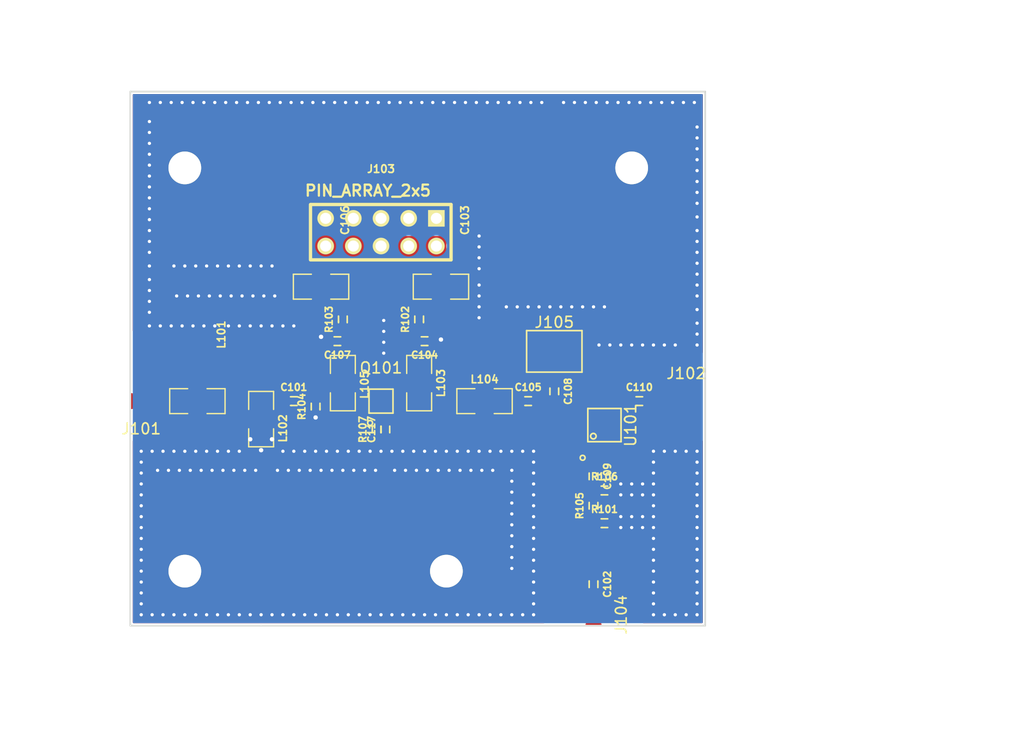
<source format=kicad_pcb>
(kicad_pcb (version 4) (host pcbnew 4.0.7)

  (general
    (links 267)
    (no_connects 9)
    (area 114.966666 78.71257 225.65 149.033334)
    (thickness 1.6)
    (drawings 8)
    (tracks 30)
    (zones 0)
    (modules 375)
    (nets 20)
  )

  (page A4)
  (layers
    (0 F.Cu signal)
    (31 B.Cu signal)
    (32 B.Adhes user)
    (33 F.Adhes user)
    (34 B.Paste user)
    (35 F.Paste user)
    (36 B.SilkS user)
    (37 F.SilkS user)
    (38 B.Mask user)
    (39 F.Mask user hide)
    (40 Dwgs.User user)
    (41 Cmts.User user)
    (42 Eco1.User user)
    (43 Eco2.User user)
    (44 Edge.Cuts user)
    (45 Margin user)
    (46 B.CrtYd user)
    (47 F.CrtYd user)
    (48 B.Fab user)
    (49 F.Fab user)
  )

  (setup
    (last_trace_width 0.4)
    (trace_clearance 0.2)
    (zone_clearance 0.15)
    (zone_45_only no)
    (trace_min 0.2)
    (segment_width 0.2)
    (edge_width 0.15)
    (via_size 1)
    (via_drill 0.4)
    (via_min_size 0.4)
    (via_min_drill 0.3)
    (uvia_size 0.3)
    (uvia_drill 0.1)
    (uvias_allowed no)
    (uvia_min_size 0.2)
    (uvia_min_drill 0.1)
    (pcb_text_width 0.3)
    (pcb_text_size 1.5 1.5)
    (mod_edge_width 0.15)
    (mod_text_size 1 1)
    (mod_text_width 0.15)
    (pad_size 3 3)
    (pad_drill 3)
    (pad_to_mask_clearance 0.2)
    (aux_axis_origin 0 0)
    (visible_elements 7FFFFF7F)
    (pcbplotparams
      (layerselection 0x00000_00000001)
      (usegerberextensions false)
      (excludeedgelayer true)
      (linewidth 0.100000)
      (plotframeref false)
      (viasonmask false)
      (mode 1)
      (useauxorigin false)
      (hpglpennumber 1)
      (hpglpenspeed 20)
      (hpglpendiameter 15)
      (hpglpenoverlay 2)
      (psnegative false)
      (psa4output false)
      (plotreference true)
      (plotvalue true)
      (plotinvisibletext false)
      (padsonsilk false)
      (subtractmaskfromsilk false)
      (outputformat 1)
      (mirror false)
      (drillshape 0)
      (scaleselection 1)
      (outputdirectory gerber))
  )

  (net 0 "")
  (net 1 GND)
  (net 2 VCC)
  (net 3 "Net-(C104-Pad1)")
  (net 4 Vadj)
  (net 5 "Net-(C107-Pad2)")
  (net 6 /r3)
  (net 7 /r2)
  (net 8 /r6)
  (net 9 /r5)
  (net 10 /r1)
  (net 11 /r4)
  (net 12 /r10)
  (net 13 /r11)
  (net 14 /r7)
  (net 15 /r12)
  (net 16 /r13)
  (net 17 /r9)
  (net 18 /r8)
  (net 19 /sd)

  (net_class Default "This is the default net class."
    (clearance 0.2)
    (trace_width 0.4)
    (via_dia 1)
    (via_drill 0.4)
    (uvia_dia 0.3)
    (uvia_drill 0.1)
    (add_net /sd)
    (add_net GND)
    (add_net "Net-(C104-Pad1)")
    (add_net "Net-(C107-Pad2)")
    (add_net VCC)
    (add_net Vadj)
  )

  (net_class rf ""
    (clearance 0.2)
    (trace_width 1.3)
    (via_dia 1)
    (via_drill 0.4)
    (uvia_dia 0.3)
    (uvia_drill 0.1)
    (add_net /r1)
    (add_net /r10)
    (add_net /r11)
    (add_net /r12)
    (add_net /r13)
    (add_net /r2)
    (add_net /r3)
    (add_net /r4)
    (add_net /r5)
    (add_net /r6)
    (add_net /r7)
    (add_net /r8)
    (add_net /r9)
  )

  (module VIA_Workaround:VIA_600_300_GND (layer F.Cu) (tedit 5B2FFAF7) (tstamp 5B48CC26)
    (at 159 104.25 90)
    (fp_text reference VIA_600_300_GND (at 0 0 90) (layer F.SilkS) hide
      (effects (font (thickness 0.3048)))
    )
    (fp_text value VAL** (at 0 0 90) (layer F.SilkS) hide
      (effects (font (thickness 0.3048)))
    )
    (pad 3 thru_hole circle (at 0 0 90) (size 0.6096 0.6096) (drill 0.3) (layers *.Cu)
      (net 1 GND))
  )

  (module VIA_Workaround:VIA_600_300_GND (layer F.Cu) (tedit 5B2FFAF7) (tstamp 5B48CC22)
    (at 159 103.25 90)
    (fp_text reference VIA_600_300_GND (at 0 0 90) (layer F.SilkS) hide
      (effects (font (thickness 0.3048)))
    )
    (fp_text value VAL** (at 0 0 90) (layer F.SilkS) hide
      (effects (font (thickness 0.3048)))
    )
    (pad 3 thru_hole circle (at 0 0 90) (size 0.6096 0.6096) (drill 0.3) (layers *.Cu)
      (net 1 GND))
  )

  (module VIA_Workaround:VIA_600_300_GND (layer F.Cu) (tedit 5B2FFAF7) (tstamp 5B48CC1E)
    (at 159 102.25 90)
    (fp_text reference VIA_600_300_GND (at 0 0 90) (layer F.SilkS) hide
      (effects (font (thickness 0.3048)))
    )
    (fp_text value VAL** (at 0 0 90) (layer F.SilkS) hide
      (effects (font (thickness 0.3048)))
    )
    (pad 3 thru_hole circle (at 0 0 90) (size 0.6096 0.6096) (drill 0.3) (layers *.Cu)
      (net 1 GND))
  )

  (module VIA_Workaround:VIA_600_300_GND (layer F.Cu) (tedit 5B2FFAF7) (tstamp 5B48CC1A)
    (at 159 101.25 90)
    (fp_text reference VIA_600_300_GND (at 0 0 90) (layer F.SilkS) hide
      (effects (font (thickness 0.3048)))
    )
    (fp_text value VAL** (at 0 0 90) (layer F.SilkS) hide
      (effects (font (thickness 0.3048)))
    )
    (pad 3 thru_hole circle (at 0 0 90) (size 0.6096 0.6096) (drill 0.3) (layers *.Cu)
      (net 1 GND))
  )

  (module VIA_Workaround:VIA_600_300_GND (layer F.Cu) (tedit 5B2FFAF7) (tstamp 5B48CC16)
    (at 159 108.75 90)
    (fp_text reference VIA_600_300_GND (at 0 0 90) (layer F.SilkS) hide
      (effects (font (thickness 0.3048)))
    )
    (fp_text value VAL** (at 0 0 90) (layer F.SilkS) hide
      (effects (font (thickness 0.3048)))
    )
    (pad 3 thru_hole circle (at 0 0 90) (size 0.6096 0.6096) (drill 0.3) (layers *.Cu)
      (net 1 GND))
  )

  (module VIA_Workaround:VIA_600_300_GND (layer F.Cu) (tedit 5B2FFAF7) (tstamp 5B48CC12)
    (at 159 107.75 90)
    (fp_text reference VIA_600_300_GND (at 0 0 90) (layer F.SilkS) hide
      (effects (font (thickness 0.3048)))
    )
    (fp_text value VAL** (at 0 0 90) (layer F.SilkS) hide
      (effects (font (thickness 0.3048)))
    )
    (pad 3 thru_hole circle (at 0 0 90) (size 0.6096 0.6096) (drill 0.3) (layers *.Cu)
      (net 1 GND))
  )

  (module VIA_Workaround:VIA_600_300_GND (layer F.Cu) (tedit 5B2FFAF7) (tstamp 5B48CC0E)
    (at 159 106.75 90)
    (fp_text reference VIA_600_300_GND (at 0 0 90) (layer F.SilkS) hide
      (effects (font (thickness 0.3048)))
    )
    (fp_text value VAL** (at 0 0 90) (layer F.SilkS) hide
      (effects (font (thickness 0.3048)))
    )
    (pad 3 thru_hole circle (at 0 0 90) (size 0.6096 0.6096) (drill 0.3) (layers *.Cu)
      (net 1 GND))
  )

  (module VIA_Workaround:VIA_600_300_GND (layer F.Cu) (tedit 5B2FFAF7) (tstamp 5B48CC0A)
    (at 159 105.75 90)
    (fp_text reference VIA_600_300_GND (at 0 0 90) (layer F.SilkS) hide
      (effects (font (thickness 0.3048)))
    )
    (fp_text value VAL** (at 0 0 90) (layer F.SilkS) hide
      (effects (font (thickness 0.3048)))
    )
    (pad 3 thru_hole circle (at 0 0 90) (size 0.6096 0.6096) (drill 0.3) (layers *.Cu)
      (net 1 GND))
  )

  (module VIA_Workaround:VIA_600_300_GND (layer F.Cu) (tedit 5B2FFAF7) (tstamp 5B48CC04)
    (at 176 111.25)
    (fp_text reference VIA_600_300_GND (at 0 0) (layer F.SilkS) hide
      (effects (font (thickness 0.3048)))
    )
    (fp_text value VAL** (at 0 0) (layer F.SilkS) hide
      (effects (font (thickness 0.3048)))
    )
    (pad 3 thru_hole circle (at 0 0) (size 0.6096 0.6096) (drill 0.3) (layers *.Cu)
      (net 1 GND))
  )

  (module VIA_Workaround:VIA_600_300_GND (layer F.Cu) (tedit 5B2FFAF7) (tstamp 5B48CC00)
    (at 177 111.25)
    (fp_text reference VIA_600_300_GND (at 0 0) (layer F.SilkS) hide
      (effects (font (thickness 0.3048)))
    )
    (fp_text value VAL** (at 0 0) (layer F.SilkS) hide
      (effects (font (thickness 0.3048)))
    )
    (pad 3 thru_hole circle (at 0 0) (size 0.6096 0.6096) (drill 0.3) (layers *.Cu)
      (net 1 GND))
  )

  (module VIA_Workaround:VIA_600_300_GND (layer F.Cu) (tedit 5B2FFAF7) (tstamp 5B48CBFC)
    (at 175 111.25)
    (fp_text reference VIA_600_300_GND (at 0 0) (layer F.SilkS) hide
      (effects (font (thickness 0.3048)))
    )
    (fp_text value VAL** (at 0 0) (layer F.SilkS) hide
      (effects (font (thickness 0.3048)))
    )
    (pad 3 thru_hole circle (at 0 0) (size 0.6096 0.6096) (drill 0.3) (layers *.Cu)
      (net 1 GND))
  )

  (module VIA_Workaround:VIA_600_300_GND (layer F.Cu) (tedit 5B2FFAF7) (tstamp 5B48CBF8)
    (at 173 111.25)
    (fp_text reference VIA_600_300_GND (at 0 0) (layer F.SilkS) hide
      (effects (font (thickness 0.3048)))
    )
    (fp_text value VAL** (at 0 0) (layer F.SilkS) hide
      (effects (font (thickness 0.3048)))
    )
    (pad 3 thru_hole circle (at 0 0) (size 0.6096 0.6096) (drill 0.3) (layers *.Cu)
      (net 1 GND))
  )

  (module VIA_Workaround:VIA_600_300_GND (layer F.Cu) (tedit 5B2FFAF7) (tstamp 5B48CBF4)
    (at 171 111.25)
    (fp_text reference VIA_600_300_GND (at 0 0) (layer F.SilkS) hide
      (effects (font (thickness 0.3048)))
    )
    (fp_text value VAL** (at 0 0) (layer F.SilkS) hide
      (effects (font (thickness 0.3048)))
    )
    (pad 3 thru_hole circle (at 0 0) (size 0.6096 0.6096) (drill 0.3) (layers *.Cu)
      (net 1 GND))
  )

  (module VIA_Workaround:VIA_600_300_GND (layer F.Cu) (tedit 5B2FFAF7) (tstamp 5B48CBF0)
    (at 170 111.25)
    (fp_text reference VIA_600_300_GND (at 0 0) (layer F.SilkS) hide
      (effects (font (thickness 0.3048)))
    )
    (fp_text value VAL** (at 0 0) (layer F.SilkS) hide
      (effects (font (thickness 0.3048)))
    )
    (pad 3 thru_hole circle (at 0 0) (size 0.6096 0.6096) (drill 0.3) (layers *.Cu)
      (net 1 GND))
  )

  (module VIA_Workaround:VIA_600_300_GND (layer F.Cu) (tedit 5B2FFAF7) (tstamp 5B48CBEC)
    (at 172 111.25)
    (fp_text reference VIA_600_300_GND (at 0 0) (layer F.SilkS) hide
      (effects (font (thickness 0.3048)))
    )
    (fp_text value VAL** (at 0 0) (layer F.SilkS) hide
      (effects (font (thickness 0.3048)))
    )
    (pad 3 thru_hole circle (at 0 0) (size 0.6096 0.6096) (drill 0.3) (layers *.Cu)
      (net 1 GND))
  )

  (module VIA_Workaround:VIA_600_300_GND (layer F.Cu) (tedit 5B2FFAF7) (tstamp 5B48CBE8)
    (at 174 111.25)
    (fp_text reference VIA_600_300_GND (at 0 0) (layer F.SilkS) hide
      (effects (font (thickness 0.3048)))
    )
    (fp_text value VAL** (at 0 0) (layer F.SilkS) hide
      (effects (font (thickness 0.3048)))
    )
    (pad 3 thru_hole circle (at 0 0) (size 0.6096 0.6096) (drill 0.3) (layers *.Cu)
      (net 1 GND))
  )

  (module VIA_Workaround:VIA_600_300_GND (layer F.Cu) (tedit 5B2FFAF7) (tstamp 5B48CBE2)
    (at 162 125.75 90)
    (fp_text reference VIA_600_300_GND (at 0 0 90) (layer F.SilkS) hide
      (effects (font (thickness 0.3048)))
    )
    (fp_text value VAL** (at 0 0 90) (layer F.SilkS) hide
      (effects (font (thickness 0.3048)))
    )
    (pad 3 thru_hole circle (at 0 0 90) (size 0.6096 0.6096) (drill 0.3) (layers *.Cu)
      (net 1 GND))
  )

  (module VIA_Workaround:VIA_600_300_GND (layer F.Cu) (tedit 5B2FFAF7) (tstamp 5B48CBDE)
    (at 162 127.75 90)
    (fp_text reference VIA_600_300_GND (at 0 0 90) (layer F.SilkS) hide
      (effects (font (thickness 0.3048)))
    )
    (fp_text value VAL** (at 0 0 90) (layer F.SilkS) hide
      (effects (font (thickness 0.3048)))
    )
    (pad 3 thru_hole circle (at 0 0 90) (size 0.6096 0.6096) (drill 0.3) (layers *.Cu)
      (net 1 GND))
  )

  (module VIA_Workaround:VIA_600_300_GND (layer F.Cu) (tedit 5B2FFAF7) (tstamp 5B48CBDA)
    (at 162 128.75 90)
    (fp_text reference VIA_600_300_GND (at 0 0 90) (layer F.SilkS) hide
      (effects (font (thickness 0.3048)))
    )
    (fp_text value VAL** (at 0 0 90) (layer F.SilkS) hide
      (effects (font (thickness 0.3048)))
    )
    (pad 3 thru_hole circle (at 0 0 90) (size 0.6096 0.6096) (drill 0.3) (layers *.Cu)
      (net 1 GND))
  )

  (module VIA_Workaround:VIA_600_300_GND (layer F.Cu) (tedit 5B2FFAF7) (tstamp 5B48CBD6)
    (at 162 129.75 90)
    (fp_text reference VIA_600_300_GND (at 0 0 90) (layer F.SilkS) hide
      (effects (font (thickness 0.3048)))
    )
    (fp_text value VAL** (at 0 0 90) (layer F.SilkS) hide
      (effects (font (thickness 0.3048)))
    )
    (pad 3 thru_hole circle (at 0 0 90) (size 0.6096 0.6096) (drill 0.3) (layers *.Cu)
      (net 1 GND))
  )

  (module VIA_Workaround:VIA_600_300_GND (layer F.Cu) (tedit 5B2FFAF7) (tstamp 5B48CBD2)
    (at 162 126.75 90)
    (fp_text reference VIA_600_300_GND (at 0 0 90) (layer F.SilkS) hide
      (effects (font (thickness 0.3048)))
    )
    (fp_text value VAL** (at 0 0 90) (layer F.SilkS) hide
      (effects (font (thickness 0.3048)))
    )
    (pad 3 thru_hole circle (at 0 0 90) (size 0.6096 0.6096) (drill 0.3) (layers *.Cu)
      (net 1 GND))
  )

  (module VIA_Workaround:VIA_600_300_GND (layer F.Cu) (tedit 5B2FFAF7) (tstamp 5B48CBCE)
    (at 162 124.75 90)
    (fp_text reference VIA_600_300_GND (at 0 0 90) (layer F.SilkS) hide
      (effects (font (thickness 0.3048)))
    )
    (fp_text value VAL** (at 0 0 90) (layer F.SilkS) hide
      (effects (font (thickness 0.3048)))
    )
    (pad 3 thru_hole circle (at 0 0 90) (size 0.6096 0.6096) (drill 0.3) (layers *.Cu)
      (net 1 GND))
  )

  (module VIA_Workaround:VIA_600_300_GND (layer F.Cu) (tedit 5B2FFAF7) (tstamp 5B48CBCA)
    (at 162 131.75 90)
    (fp_text reference VIA_600_300_GND (at 0 0 90) (layer F.SilkS) hide
      (effects (font (thickness 0.3048)))
    )
    (fp_text value VAL** (at 0 0 90) (layer F.SilkS) hide
      (effects (font (thickness 0.3048)))
    )
    (pad 3 thru_hole circle (at 0 0 90) (size 0.6096 0.6096) (drill 0.3) (layers *.Cu)
      (net 1 GND))
  )

  (module VIA_Workaround:VIA_600_300_GND (layer F.Cu) (tedit 5B2FFAF7) (tstamp 5B48CBC6)
    (at 162 130.75 90)
    (fp_text reference VIA_600_300_GND (at 0 0 90) (layer F.SilkS) hide
      (effects (font (thickness 0.3048)))
    )
    (fp_text value VAL** (at 0 0 90) (layer F.SilkS) hide
      (effects (font (thickness 0.3048)))
    )
    (pad 3 thru_hole circle (at 0 0 90) (size 0.6096 0.6096) (drill 0.3) (layers *.Cu)
      (net 1 GND))
  )

  (module VIA_Workaround:VIA_600_300_GND (layer F.Cu) (tedit 5B2FFAF7) (tstamp 5B48CBC2)
    (at 162 123.75 90)
    (fp_text reference VIA_600_300_GND (at 0 0 90) (layer F.SilkS) hide
      (effects (font (thickness 0.3048)))
    )
    (fp_text value VAL** (at 0 0 90) (layer F.SilkS) hide
      (effects (font (thickness 0.3048)))
    )
    (pad 3 thru_hole circle (at 0 0 90) (size 0.6096 0.6096) (drill 0.3) (layers *.Cu)
      (net 1 GND))
  )

  (module VIA_Workaround:VIA_600_300_GND (layer F.Cu) (tedit 5B2FFAF7) (tstamp 5B48CBBE)
    (at 162 122.75 90)
    (fp_text reference VIA_600_300_GND (at 0 0 90) (layer F.SilkS) hide
      (effects (font (thickness 0.3048)))
    )
    (fp_text value VAL** (at 0 0 90) (layer F.SilkS) hide
      (effects (font (thickness 0.3048)))
    )
    (pad 3 thru_hole circle (at 0 0 90) (size 0.6096 0.6096) (drill 0.3) (layers *.Cu)
      (net 1 GND))
  )

  (module VIA_Workaround:VIA_600_300_GND (layer F.Cu) (tedit 5B2FFAF7) (tstamp 5B48CBBA)
    (at 157.25 122.75)
    (fp_text reference VIA_600_300_GND (at 0 0) (layer F.SilkS) hide
      (effects (font (thickness 0.3048)))
    )
    (fp_text value VAL** (at 0 0) (layer F.SilkS) hide
      (effects (font (thickness 0.3048)))
    )
    (pad 3 thru_hole circle (at 0 0) (size 0.6096 0.6096) (drill 0.3) (layers *.Cu)
      (net 1 GND))
  )

  (module VIA_Workaround:VIA_600_300_GND (layer F.Cu) (tedit 5B2FFAF7) (tstamp 5B48CBB6)
    (at 155.25 122.75)
    (fp_text reference VIA_600_300_GND (at 0 0) (layer F.SilkS) hide
      (effects (font (thickness 0.3048)))
    )
    (fp_text value VAL** (at 0 0) (layer F.SilkS) hide
      (effects (font (thickness 0.3048)))
    )
    (pad 3 thru_hole circle (at 0 0) (size 0.6096 0.6096) (drill 0.3) (layers *.Cu)
      (net 1 GND))
  )

  (module VIA_Workaround:VIA_600_300_GND (layer F.Cu) (tedit 5B2FFAF7) (tstamp 5B48CBB2)
    (at 154.25 122.75)
    (fp_text reference VIA_600_300_GND (at 0 0) (layer F.SilkS) hide
      (effects (font (thickness 0.3048)))
    )
    (fp_text value VAL** (at 0 0) (layer F.SilkS) hide
      (effects (font (thickness 0.3048)))
    )
    (pad 3 thru_hole circle (at 0 0) (size 0.6096 0.6096) (drill 0.3) (layers *.Cu)
      (net 1 GND))
  )

  (module VIA_Workaround:VIA_600_300_GND (layer F.Cu) (tedit 5B2FFAF7) (tstamp 5B48CBAE)
    (at 153.25 122.75)
    (fp_text reference VIA_600_300_GND (at 0 0) (layer F.SilkS) hide
      (effects (font (thickness 0.3048)))
    )
    (fp_text value VAL** (at 0 0) (layer F.SilkS) hide
      (effects (font (thickness 0.3048)))
    )
    (pad 3 thru_hole circle (at 0 0) (size 0.6096 0.6096) (drill 0.3) (layers *.Cu)
      (net 1 GND))
  )

  (module VIA_Workaround:VIA_600_300_GND (layer F.Cu) (tedit 5B2FFAF7) (tstamp 5B48CBAA)
    (at 156.25 122.75)
    (fp_text reference VIA_600_300_GND (at 0 0) (layer F.SilkS) hide
      (effects (font (thickness 0.3048)))
    )
    (fp_text value VAL** (at 0 0) (layer F.SilkS) hide
      (effects (font (thickness 0.3048)))
    )
    (pad 3 thru_hole circle (at 0 0) (size 0.6096 0.6096) (drill 0.3) (layers *.Cu)
      (net 1 GND))
  )

  (module VIA_Workaround:VIA_600_300_GND (layer F.Cu) (tedit 5B2FFAF7) (tstamp 5B48CBA6)
    (at 158.25 122.75)
    (fp_text reference VIA_600_300_GND (at 0 0) (layer F.SilkS) hide
      (effects (font (thickness 0.3048)))
    )
    (fp_text value VAL** (at 0 0) (layer F.SilkS) hide
      (effects (font (thickness 0.3048)))
    )
    (pad 3 thru_hole circle (at 0 0) (size 0.6096 0.6096) (drill 0.3) (layers *.Cu)
      (net 1 GND))
  )

  (module VIA_Workaround:VIA_600_300_GND (layer F.Cu) (tedit 5B2FFAF7) (tstamp 5B48CBA2)
    (at 151.25 122.75)
    (fp_text reference VIA_600_300_GND (at 0 0) (layer F.SilkS) hide
      (effects (font (thickness 0.3048)))
    )
    (fp_text value VAL** (at 0 0) (layer F.SilkS) hide
      (effects (font (thickness 0.3048)))
    )
    (pad 3 thru_hole circle (at 0 0) (size 0.6096 0.6096) (drill 0.3) (layers *.Cu)
      (net 1 GND))
  )

  (module VIA_Workaround:VIA_600_300_GND (layer F.Cu) (tedit 5B2FFAF7) (tstamp 5B48CB9E)
    (at 152.25 122.75)
    (fp_text reference VIA_600_300_GND (at 0 0) (layer F.SilkS) hide
      (effects (font (thickness 0.3048)))
    )
    (fp_text value VAL** (at 0 0) (layer F.SilkS) hide
      (effects (font (thickness 0.3048)))
    )
    (pad 3 thru_hole circle (at 0 0) (size 0.6096 0.6096) (drill 0.3) (layers *.Cu)
      (net 1 GND))
  )

  (module VIA_Workaround:VIA_600_300_GND (layer F.Cu) (tedit 5B2FFAF7) (tstamp 5B48CB9A)
    (at 159.25 122.75)
    (fp_text reference VIA_600_300_GND (at 0 0) (layer F.SilkS) hide
      (effects (font (thickness 0.3048)))
    )
    (fp_text value VAL** (at 0 0) (layer F.SilkS) hide
      (effects (font (thickness 0.3048)))
    )
    (pad 3 thru_hole circle (at 0 0) (size 0.6096 0.6096) (drill 0.3) (layers *.Cu)
      (net 1 GND))
  )

  (module VIA_Workaround:VIA_600_300_GND (layer F.Cu) (tedit 5B2FFAF7) (tstamp 5B48CB96)
    (at 160.25 122.75)
    (fp_text reference VIA_600_300_GND (at 0 0) (layer F.SilkS) hide
      (effects (font (thickness 0.3048)))
    )
    (fp_text value VAL** (at 0 0) (layer F.SilkS) hide
      (effects (font (thickness 0.3048)))
    )
    (pad 3 thru_hole circle (at 0 0) (size 0.6096 0.6096) (drill 0.3) (layers *.Cu)
      (net 1 GND))
  )

  (module VIA_Workaround:VIA_600_300_GND (layer F.Cu) (tedit 5B2FFAF7) (tstamp 5B48CB92)
    (at 146.5 122.75)
    (fp_text reference VIA_600_300_GND (at 0 0) (layer F.SilkS) hide
      (effects (font (thickness 0.3048)))
    )
    (fp_text value VAL** (at 0 0) (layer F.SilkS) hide
      (effects (font (thickness 0.3048)))
    )
    (pad 3 thru_hole circle (at 0 0) (size 0.6096 0.6096) (drill 0.3) (layers *.Cu)
      (net 1 GND))
  )

  (module VIA_Workaround:VIA_600_300_GND (layer F.Cu) (tedit 5B2FFAF7) (tstamp 5B48CB8E)
    (at 144.5 122.75)
    (fp_text reference VIA_600_300_GND (at 0 0) (layer F.SilkS) hide
      (effects (font (thickness 0.3048)))
    )
    (fp_text value VAL** (at 0 0) (layer F.SilkS) hide
      (effects (font (thickness 0.3048)))
    )
    (pad 3 thru_hole circle (at 0 0) (size 0.6096 0.6096) (drill 0.3) (layers *.Cu)
      (net 1 GND))
  )

  (module VIA_Workaround:VIA_600_300_GND (layer F.Cu) (tedit 5B2FFAF7) (tstamp 5B48CB8A)
    (at 143.5 122.75)
    (fp_text reference VIA_600_300_GND (at 0 0) (layer F.SilkS) hide
      (effects (font (thickness 0.3048)))
    )
    (fp_text value VAL** (at 0 0) (layer F.SilkS) hide
      (effects (font (thickness 0.3048)))
    )
    (pad 3 thru_hole circle (at 0 0) (size 0.6096 0.6096) (drill 0.3) (layers *.Cu)
      (net 1 GND))
  )

  (module VIA_Workaround:VIA_600_300_GND (layer F.Cu) (tedit 5B2FFAF7) (tstamp 5B48CB86)
    (at 142.5 122.75)
    (fp_text reference VIA_600_300_GND (at 0 0) (layer F.SilkS) hide
      (effects (font (thickness 0.3048)))
    )
    (fp_text value VAL** (at 0 0) (layer F.SilkS) hide
      (effects (font (thickness 0.3048)))
    )
    (pad 3 thru_hole circle (at 0 0) (size 0.6096 0.6096) (drill 0.3) (layers *.Cu)
      (net 1 GND))
  )

  (module VIA_Workaround:VIA_600_300_GND (layer F.Cu) (tedit 5B2FFAF7) (tstamp 5B48CB82)
    (at 145.5 122.75)
    (fp_text reference VIA_600_300_GND (at 0 0) (layer F.SilkS) hide
      (effects (font (thickness 0.3048)))
    )
    (fp_text value VAL** (at 0 0) (layer F.SilkS) hide
      (effects (font (thickness 0.3048)))
    )
    (pad 3 thru_hole circle (at 0 0) (size 0.6096 0.6096) (drill 0.3) (layers *.Cu)
      (net 1 GND))
  )

  (module VIA_Workaround:VIA_600_300_GND (layer F.Cu) (tedit 5B2FFAF7) (tstamp 5B48CB7E)
    (at 147.5 122.75)
    (fp_text reference VIA_600_300_GND (at 0 0) (layer F.SilkS) hide
      (effects (font (thickness 0.3048)))
    )
    (fp_text value VAL** (at 0 0) (layer F.SilkS) hide
      (effects (font (thickness 0.3048)))
    )
    (pad 3 thru_hole circle (at 0 0) (size 0.6096 0.6096) (drill 0.3) (layers *.Cu)
      (net 1 GND))
  )

  (module VIA_Workaround:VIA_600_300_GND (layer F.Cu) (tedit 5B2FFAF7) (tstamp 5B48CB7A)
    (at 140.5 122.75)
    (fp_text reference VIA_600_300_GND (at 0 0) (layer F.SilkS) hide
      (effects (font (thickness 0.3048)))
    )
    (fp_text value VAL** (at 0 0) (layer F.SilkS) hide
      (effects (font (thickness 0.3048)))
    )
    (pad 3 thru_hole circle (at 0 0) (size 0.6096 0.6096) (drill 0.3) (layers *.Cu)
      (net 1 GND))
  )

  (module VIA_Workaround:VIA_600_300_GND (layer F.Cu) (tedit 5B2FFAF7) (tstamp 5B48CB76)
    (at 141.5 122.75)
    (fp_text reference VIA_600_300_GND (at 0 0) (layer F.SilkS) hide
      (effects (font (thickness 0.3048)))
    )
    (fp_text value VAL** (at 0 0) (layer F.SilkS) hide
      (effects (font (thickness 0.3048)))
    )
    (pad 3 thru_hole circle (at 0 0) (size 0.6096 0.6096) (drill 0.3) (layers *.Cu)
      (net 1 GND))
  )

  (module VIA_Workaround:VIA_600_300_GND (layer F.Cu) (tedit 5B2FFAF7) (tstamp 5B48CB72)
    (at 148.5 122.75)
    (fp_text reference VIA_600_300_GND (at 0 0) (layer F.SilkS) hide
      (effects (font (thickness 0.3048)))
    )
    (fp_text value VAL** (at 0 0) (layer F.SilkS) hide
      (effects (font (thickness 0.3048)))
    )
    (pad 3 thru_hole circle (at 0 0) (size 0.6096 0.6096) (drill 0.3) (layers *.Cu)
      (net 1 GND))
  )

  (module VIA_Workaround:VIA_600_300_GND (layer F.Cu) (tedit 5B2FFAF7) (tstamp 5B48CB6E)
    (at 149.5 122.75)
    (fp_text reference VIA_600_300_GND (at 0 0) (layer F.SilkS) hide
      (effects (font (thickness 0.3048)))
    )
    (fp_text value VAL** (at 0 0) (layer F.SilkS) hide
      (effects (font (thickness 0.3048)))
    )
    (pad 3 thru_hole circle (at 0 0) (size 0.6096 0.6096) (drill 0.3) (layers *.Cu)
      (net 1 GND))
  )

  (module VIA_Workaround:VIA_600_300_GND (layer F.Cu) (tedit 5B2FFAF7) (tstamp 5B48CB6A)
    (at 135.5 122.75)
    (fp_text reference VIA_600_300_GND (at 0 0) (layer F.SilkS) hide
      (effects (font (thickness 0.3048)))
    )
    (fp_text value VAL** (at 0 0) (layer F.SilkS) hide
      (effects (font (thickness 0.3048)))
    )
    (pad 3 thru_hole circle (at 0 0) (size 0.6096 0.6096) (drill 0.3) (layers *.Cu)
      (net 1 GND))
  )

  (module VIA_Workaround:VIA_600_300_GND (layer F.Cu) (tedit 5B2FFAF7) (tstamp 5B48CB66)
    (at 133.5 122.75)
    (fp_text reference VIA_600_300_GND (at 0 0) (layer F.SilkS) hide
      (effects (font (thickness 0.3048)))
    )
    (fp_text value VAL** (at 0 0) (layer F.SilkS) hide
      (effects (font (thickness 0.3048)))
    )
    (pad 3 thru_hole circle (at 0 0) (size 0.6096 0.6096) (drill 0.3) (layers *.Cu)
      (net 1 GND))
  )

  (module VIA_Workaround:VIA_600_300_GND (layer F.Cu) (tedit 5B2FFAF7) (tstamp 5B48CB62)
    (at 132.5 122.75)
    (fp_text reference VIA_600_300_GND (at 0 0) (layer F.SilkS) hide
      (effects (font (thickness 0.3048)))
    )
    (fp_text value VAL** (at 0 0) (layer F.SilkS) hide
      (effects (font (thickness 0.3048)))
    )
    (pad 3 thru_hole circle (at 0 0) (size 0.6096 0.6096) (drill 0.3) (layers *.Cu)
      (net 1 GND))
  )

  (module VIA_Workaround:VIA_600_300_GND (layer F.Cu) (tedit 5B2FFAF7) (tstamp 5B48CB5E)
    (at 131.5 122.75)
    (fp_text reference VIA_600_300_GND (at 0 0) (layer F.SilkS) hide
      (effects (font (thickness 0.3048)))
    )
    (fp_text value VAL** (at 0 0) (layer F.SilkS) hide
      (effects (font (thickness 0.3048)))
    )
    (pad 3 thru_hole circle (at 0 0) (size 0.6096 0.6096) (drill 0.3) (layers *.Cu)
      (net 1 GND))
  )

  (module VIA_Workaround:VIA_600_300_GND (layer F.Cu) (tedit 5B2FFAF7) (tstamp 5B48CB5A)
    (at 134.5 122.75)
    (fp_text reference VIA_600_300_GND (at 0 0) (layer F.SilkS) hide
      (effects (font (thickness 0.3048)))
    )
    (fp_text value VAL** (at 0 0) (layer F.SilkS) hide
      (effects (font (thickness 0.3048)))
    )
    (pad 3 thru_hole circle (at 0 0) (size 0.6096 0.6096) (drill 0.3) (layers *.Cu)
      (net 1 GND))
  )

  (module VIA_Workaround:VIA_600_300_GND (layer F.Cu) (tedit 5B2FFAF7) (tstamp 5B48CB56)
    (at 136.5 122.75)
    (fp_text reference VIA_600_300_GND (at 0 0) (layer F.SilkS) hide
      (effects (font (thickness 0.3048)))
    )
    (fp_text value VAL** (at 0 0) (layer F.SilkS) hide
      (effects (font (thickness 0.3048)))
    )
    (pad 3 thru_hole circle (at 0 0) (size 0.6096 0.6096) (drill 0.3) (layers *.Cu)
      (net 1 GND))
  )

  (module VIA_Workaround:VIA_600_300_GND (layer F.Cu) (tedit 5B2FFAF7) (tstamp 5B48CB52)
    (at 129.5 122.75)
    (fp_text reference VIA_600_300_GND (at 0 0) (layer F.SilkS) hide
      (effects (font (thickness 0.3048)))
    )
    (fp_text value VAL** (at 0 0) (layer F.SilkS) hide
      (effects (font (thickness 0.3048)))
    )
    (pad 3 thru_hole circle (at 0 0) (size 0.6096 0.6096) (drill 0.3) (layers *.Cu)
      (net 1 GND))
  )

  (module VIA_Workaround:VIA_600_300_GND (layer F.Cu) (tedit 5B2FFAF7) (tstamp 5B48CB4E)
    (at 130.5 122.75)
    (fp_text reference VIA_600_300_GND (at 0 0) (layer F.SilkS) hide
      (effects (font (thickness 0.3048)))
    )
    (fp_text value VAL** (at 0 0) (layer F.SilkS) hide
      (effects (font (thickness 0.3048)))
    )
    (pad 3 thru_hole circle (at 0 0) (size 0.6096 0.6096) (drill 0.3) (layers *.Cu)
      (net 1 GND))
  )

  (module VIA_Workaround:VIA_600_300_GND (layer F.Cu) (tedit 5B2FFAF7) (tstamp 5B48CB4A)
    (at 137.5 122.75)
    (fp_text reference VIA_600_300_GND (at 0 0) (layer F.SilkS) hide
      (effects (font (thickness 0.3048)))
    )
    (fp_text value VAL** (at 0 0) (layer F.SilkS) hide
      (effects (font (thickness 0.3048)))
    )
    (pad 3 thru_hole circle (at 0 0) (size 0.6096 0.6096) (drill 0.3) (layers *.Cu)
      (net 1 GND))
  )

  (module VIA_Workaround:VIA_600_300_GND (layer F.Cu) (tedit 5B2FFAF7) (tstamp 5B48CB46)
    (at 138.5 122.75)
    (fp_text reference VIA_600_300_GND (at 0 0) (layer F.SilkS) hide
      (effects (font (thickness 0.3048)))
    )
    (fp_text value VAL** (at 0 0) (layer F.SilkS) hide
      (effects (font (thickness 0.3048)))
    )
    (pad 3 thru_hole circle (at 0 0) (size 0.6096 0.6096) (drill 0.3) (layers *.Cu)
      (net 1 GND))
  )

  (module VIA_Workaround:VIA_600_300_GND (layer F.Cu) (tedit 5B2FFAF7) (tstamp 5B48CB42)
    (at 137 104)
    (fp_text reference VIA_600_300_GND (at 0 0) (layer F.SilkS) hide
      (effects (font (thickness 0.3048)))
    )
    (fp_text value VAL** (at 0 0) (layer F.SilkS) hide
      (effects (font (thickness 0.3048)))
    )
    (pad 3 thru_hole circle (at 0 0) (size 0.6096 0.6096) (drill 0.3) (layers *.Cu)
      (net 1 GND))
  )

  (module VIA_Workaround:VIA_600_300_GND (layer F.Cu) (tedit 5B2FFAF7) (tstamp 5B48CB3E)
    (at 135 104)
    (fp_text reference VIA_600_300_GND (at 0 0) (layer F.SilkS) hide
      (effects (font (thickness 0.3048)))
    )
    (fp_text value VAL** (at 0 0) (layer F.SilkS) hide
      (effects (font (thickness 0.3048)))
    )
    (pad 3 thru_hole circle (at 0 0) (size 0.6096 0.6096) (drill 0.3) (layers *.Cu)
      (net 1 GND))
  )

  (module VIA_Workaround:VIA_600_300_GND (layer F.Cu) (tedit 5B2FFAF7) (tstamp 5B48CB3A)
    (at 134 104)
    (fp_text reference VIA_600_300_GND (at 0 0) (layer F.SilkS) hide
      (effects (font (thickness 0.3048)))
    )
    (fp_text value VAL** (at 0 0) (layer F.SilkS) hide
      (effects (font (thickness 0.3048)))
    )
    (pad 3 thru_hole circle (at 0 0) (size 0.6096 0.6096) (drill 0.3) (layers *.Cu)
      (net 1 GND))
  )

  (module VIA_Workaround:VIA_600_300_GND (layer F.Cu) (tedit 5B2FFAF7) (tstamp 5B48CB36)
    (at 133 104)
    (fp_text reference VIA_600_300_GND (at 0 0) (layer F.SilkS) hide
      (effects (font (thickness 0.3048)))
    )
    (fp_text value VAL** (at 0 0) (layer F.SilkS) hide
      (effects (font (thickness 0.3048)))
    )
    (pad 3 thru_hole circle (at 0 0) (size 0.6096 0.6096) (drill 0.3) (layers *.Cu)
      (net 1 GND))
  )

  (module VIA_Workaround:VIA_600_300_GND (layer F.Cu) (tedit 5B2FFAF7) (tstamp 5B48CB32)
    (at 136 104)
    (fp_text reference VIA_600_300_GND (at 0 0) (layer F.SilkS) hide
      (effects (font (thickness 0.3048)))
    )
    (fp_text value VAL** (at 0 0) (layer F.SilkS) hide
      (effects (font (thickness 0.3048)))
    )
    (pad 3 thru_hole circle (at 0 0) (size 0.6096 0.6096) (drill 0.3) (layers *.Cu)
      (net 1 GND))
  )

  (module VIA_Workaround:VIA_600_300_GND (layer F.Cu) (tedit 5B2FFAF7) (tstamp 5B48CB2E)
    (at 138 104)
    (fp_text reference VIA_600_300_GND (at 0 0) (layer F.SilkS) hide
      (effects (font (thickness 0.3048)))
    )
    (fp_text value VAL** (at 0 0) (layer F.SilkS) hide
      (effects (font (thickness 0.3048)))
    )
    (pad 3 thru_hole circle (at 0 0) (size 0.6096 0.6096) (drill 0.3) (layers *.Cu)
      (net 1 GND))
  )

  (module VIA_Workaround:VIA_600_300_GND (layer F.Cu) (tedit 5B2FFAF7) (tstamp 5B48CB2A)
    (at 131 104)
    (fp_text reference VIA_600_300_GND (at 0 0) (layer F.SilkS) hide
      (effects (font (thickness 0.3048)))
    )
    (fp_text value VAL** (at 0 0) (layer F.SilkS) hide
      (effects (font (thickness 0.3048)))
    )
    (pad 3 thru_hole circle (at 0 0) (size 0.6096 0.6096) (drill 0.3) (layers *.Cu)
      (net 1 GND))
  )

  (module VIA_Workaround:VIA_600_300_GND (layer F.Cu) (tedit 5B2FFAF7) (tstamp 5B48CB26)
    (at 132 104)
    (fp_text reference VIA_600_300_GND (at 0 0) (layer F.SilkS) hide
      (effects (font (thickness 0.3048)))
    )
    (fp_text value VAL** (at 0 0) (layer F.SilkS) hide
      (effects (font (thickness 0.3048)))
    )
    (pad 3 thru_hole circle (at 0 0) (size 0.6096 0.6096) (drill 0.3) (layers *.Cu)
      (net 1 GND))
  )

  (module VIA_Workaround:VIA_600_300_GND (layer F.Cu) (tedit 5B2FFAF7) (tstamp 5B48CB22)
    (at 139 104)
    (fp_text reference VIA_600_300_GND (at 0 0) (layer F.SilkS) hide
      (effects (font (thickness 0.3048)))
    )
    (fp_text value VAL** (at 0 0) (layer F.SilkS) hide
      (effects (font (thickness 0.3048)))
    )
    (pad 3 thru_hole circle (at 0 0) (size 0.6096 0.6096) (drill 0.3) (layers *.Cu)
      (net 1 GND))
  )

  (module VIA_Workaround:VIA_600_300_GND (layer F.Cu) (tedit 5B2FFAF7) (tstamp 5B48CB1E)
    (at 140 104)
    (fp_text reference VIA_600_300_GND (at 0 0) (layer F.SilkS) hide
      (effects (font (thickness 0.3048)))
    )
    (fp_text value VAL** (at 0 0) (layer F.SilkS) hide
      (effects (font (thickness 0.3048)))
    )
    (pad 3 thru_hole circle (at 0 0) (size 0.6096 0.6096) (drill 0.3) (layers *.Cu)
      (net 1 GND))
  )

  (module VIA_Workaround:VIA_600_300_GND (layer F.Cu) (tedit 5B2FFAF7) (tstamp 5B48CB1A)
    (at 137.25 106.75)
    (fp_text reference VIA_600_300_GND (at 0 0) (layer F.SilkS) hide
      (effects (font (thickness 0.3048)))
    )
    (fp_text value VAL** (at 0 0) (layer F.SilkS) hide
      (effects (font (thickness 0.3048)))
    )
    (pad 3 thru_hole circle (at 0 0) (size 0.6096 0.6096) (drill 0.3) (layers *.Cu)
      (net 1 GND))
  )

  (module VIA_Workaround:VIA_600_300_GND (layer F.Cu) (tedit 5B2FFAF7) (tstamp 5B48CB16)
    (at 135.25 106.75)
    (fp_text reference VIA_600_300_GND (at 0 0) (layer F.SilkS) hide
      (effects (font (thickness 0.3048)))
    )
    (fp_text value VAL** (at 0 0) (layer F.SilkS) hide
      (effects (font (thickness 0.3048)))
    )
    (pad 3 thru_hole circle (at 0 0) (size 0.6096 0.6096) (drill 0.3) (layers *.Cu)
      (net 1 GND))
  )

  (module VIA_Workaround:VIA_600_300_GND (layer F.Cu) (tedit 5B2FFAF7) (tstamp 5B48CB12)
    (at 134.25 106.75)
    (fp_text reference VIA_600_300_GND (at 0 0) (layer F.SilkS) hide
      (effects (font (thickness 0.3048)))
    )
    (fp_text value VAL** (at 0 0) (layer F.SilkS) hide
      (effects (font (thickness 0.3048)))
    )
    (pad 3 thru_hole circle (at 0 0) (size 0.6096 0.6096) (drill 0.3) (layers *.Cu)
      (net 1 GND))
  )

  (module VIA_Workaround:VIA_600_300_GND (layer F.Cu) (tedit 5B2FFAF7) (tstamp 5B48CB0E)
    (at 133.25 106.75)
    (fp_text reference VIA_600_300_GND (at 0 0) (layer F.SilkS) hide
      (effects (font (thickness 0.3048)))
    )
    (fp_text value VAL** (at 0 0) (layer F.SilkS) hide
      (effects (font (thickness 0.3048)))
    )
    (pad 3 thru_hole circle (at 0 0) (size 0.6096 0.6096) (drill 0.3) (layers *.Cu)
      (net 1 GND))
  )

  (module VIA_Workaround:VIA_600_300_GND (layer F.Cu) (tedit 5B2FFAF7) (tstamp 5B48CB0A)
    (at 136.25 106.75)
    (fp_text reference VIA_600_300_GND (at 0 0) (layer F.SilkS) hide
      (effects (font (thickness 0.3048)))
    )
    (fp_text value VAL** (at 0 0) (layer F.SilkS) hide
      (effects (font (thickness 0.3048)))
    )
    (pad 3 thru_hole circle (at 0 0) (size 0.6096 0.6096) (drill 0.3) (layers *.Cu)
      (net 1 GND))
  )

  (module VIA_Workaround:VIA_600_300_GND (layer F.Cu) (tedit 5B2FFAF7) (tstamp 5B48CB06)
    (at 138.25 106.75)
    (fp_text reference VIA_600_300_GND (at 0 0) (layer F.SilkS) hide
      (effects (font (thickness 0.3048)))
    )
    (fp_text value VAL** (at 0 0) (layer F.SilkS) hide
      (effects (font (thickness 0.3048)))
    )
    (pad 3 thru_hole circle (at 0 0) (size 0.6096 0.6096) (drill 0.3) (layers *.Cu)
      (net 1 GND))
  )

  (module VIA_Workaround:VIA_600_300_GND (layer F.Cu) (tedit 5B2FFAF7) (tstamp 5B48CB02)
    (at 131.25 106.75)
    (fp_text reference VIA_600_300_GND (at 0 0) (layer F.SilkS) hide
      (effects (font (thickness 0.3048)))
    )
    (fp_text value VAL** (at 0 0) (layer F.SilkS) hide
      (effects (font (thickness 0.3048)))
    )
    (pad 3 thru_hole circle (at 0 0) (size 0.6096 0.6096) (drill 0.3) (layers *.Cu)
      (net 1 GND))
  )

  (module VIA_Workaround:VIA_600_300_GND (layer F.Cu) (tedit 5B2FFAF7) (tstamp 5B48CAFE)
    (at 132.25 106.75)
    (fp_text reference VIA_600_300_GND (at 0 0) (layer F.SilkS) hide
      (effects (font (thickness 0.3048)))
    )
    (fp_text value VAL** (at 0 0) (layer F.SilkS) hide
      (effects (font (thickness 0.3048)))
    )
    (pad 3 thru_hole circle (at 0 0) (size 0.6096 0.6096) (drill 0.3) (layers *.Cu)
      (net 1 GND))
  )

  (module VIA_Workaround:VIA_600_300_GND (layer F.Cu) (tedit 5B2FFAF7) (tstamp 5B48CAFA)
    (at 139.25 106.75)
    (fp_text reference VIA_600_300_GND (at 0 0) (layer F.SilkS) hide
      (effects (font (thickness 0.3048)))
    )
    (fp_text value VAL** (at 0 0) (layer F.SilkS) hide
      (effects (font (thickness 0.3048)))
    )
    (pad 3 thru_hole circle (at 0 0) (size 0.6096 0.6096) (drill 0.3) (layers *.Cu)
      (net 1 GND))
  )

  (module VIA_Workaround:VIA_600_300_GND (layer F.Cu) (tedit 5B2FFAF7) (tstamp 5B48CAF6)
    (at 140.25 106.75)
    (fp_text reference VIA_600_300_GND (at 0 0) (layer F.SilkS) hide
      (effects (font (thickness 0.3048)))
    )
    (fp_text value VAL** (at 0 0) (layer F.SilkS) hide
      (effects (font (thickness 0.3048)))
    )
    (pad 3 thru_hole circle (at 0 0) (size 0.6096 0.6096) (drill 0.3) (layers *.Cu)
      (net 1 GND))
  )

  (module VIA_Workaround:VIA_600_300_GND (layer F.Cu) (tedit 5B2FFAF7) (tstamp 5B48CAF2)
    (at 167.5 107.75)
    (fp_text reference VIA_600_300_GND (at 0 0) (layer F.SilkS) hide
      (effects (font (thickness 0.3048)))
    )
    (fp_text value VAL** (at 0 0) (layer F.SilkS) hide
      (effects (font (thickness 0.3048)))
    )
    (pad 3 thru_hole circle (at 0 0) (size 0.6096 0.6096) (drill 0.3) (layers *.Cu)
      (net 1 GND))
  )

  (module VIA_Workaround:VIA_600_300_GND (layer F.Cu) (tedit 5B2FFAF7) (tstamp 5B48CAEE)
    (at 165.5 107.75)
    (fp_text reference VIA_600_300_GND (at 0 0) (layer F.SilkS) hide
      (effects (font (thickness 0.3048)))
    )
    (fp_text value VAL** (at 0 0) (layer F.SilkS) hide
      (effects (font (thickness 0.3048)))
    )
    (pad 3 thru_hole circle (at 0 0) (size 0.6096 0.6096) (drill 0.3) (layers *.Cu)
      (net 1 GND))
  )

  (module VIA_Workaround:VIA_600_300_GND (layer F.Cu) (tedit 5B2FFAF7) (tstamp 5B48CAEA)
    (at 164.5 107.75)
    (fp_text reference VIA_600_300_GND (at 0 0) (layer F.SilkS) hide
      (effects (font (thickness 0.3048)))
    )
    (fp_text value VAL** (at 0 0) (layer F.SilkS) hide
      (effects (font (thickness 0.3048)))
    )
    (pad 3 thru_hole circle (at 0 0) (size 0.6096 0.6096) (drill 0.3) (layers *.Cu)
      (net 1 GND))
  )

  (module VIA_Workaround:VIA_600_300_GND (layer F.Cu) (tedit 5B2FFAF7) (tstamp 5B48CAE6)
    (at 163.5 107.75)
    (fp_text reference VIA_600_300_GND (at 0 0) (layer F.SilkS) hide
      (effects (font (thickness 0.3048)))
    )
    (fp_text value VAL** (at 0 0) (layer F.SilkS) hide
      (effects (font (thickness 0.3048)))
    )
    (pad 3 thru_hole circle (at 0 0) (size 0.6096 0.6096) (drill 0.3) (layers *.Cu)
      (net 1 GND))
  )

  (module VIA_Workaround:VIA_600_300_GND (layer F.Cu) (tedit 5B2FFAF7) (tstamp 5B48CAE2)
    (at 166.5 107.75)
    (fp_text reference VIA_600_300_GND (at 0 0) (layer F.SilkS) hide
      (effects (font (thickness 0.3048)))
    )
    (fp_text value VAL** (at 0 0) (layer F.SilkS) hide
      (effects (font (thickness 0.3048)))
    )
    (pad 3 thru_hole circle (at 0 0) (size 0.6096 0.6096) (drill 0.3) (layers *.Cu)
      (net 1 GND))
  )

  (module VIA_Workaround:VIA_600_300_GND (layer F.Cu) (tedit 5B2FFAF7) (tstamp 5B48CADE)
    (at 168.5 107.75)
    (fp_text reference VIA_600_300_GND (at 0 0) (layer F.SilkS) hide
      (effects (font (thickness 0.3048)))
    )
    (fp_text value VAL** (at 0 0) (layer F.SilkS) hide
      (effects (font (thickness 0.3048)))
    )
    (pad 3 thru_hole circle (at 0 0) (size 0.6096 0.6096) (drill 0.3) (layers *.Cu)
      (net 1 GND))
  )

  (module VIA_Workaround:VIA_600_300_GND (layer F.Cu) (tedit 5B2FFAF7) (tstamp 5B48CADA)
    (at 161.5 107.75)
    (fp_text reference VIA_600_300_GND (at 0 0) (layer F.SilkS) hide
      (effects (font (thickness 0.3048)))
    )
    (fp_text value VAL** (at 0 0) (layer F.SilkS) hide
      (effects (font (thickness 0.3048)))
    )
    (pad 3 thru_hole circle (at 0 0) (size 0.6096 0.6096) (drill 0.3) (layers *.Cu)
      (net 1 GND))
  )

  (module VIA_Workaround:VIA_600_300_GND (layer F.Cu) (tedit 5B2FFAF7) (tstamp 5B48CAD6)
    (at 162.5 107.75)
    (fp_text reference VIA_600_300_GND (at 0 0) (layer F.SilkS) hide
      (effects (font (thickness 0.3048)))
    )
    (fp_text value VAL** (at 0 0) (layer F.SilkS) hide
      (effects (font (thickness 0.3048)))
    )
    (pad 3 thru_hole circle (at 0 0) (size 0.6096 0.6096) (drill 0.3) (layers *.Cu)
      (net 1 GND))
  )

  (module VIA_Workaround:VIA_600_300_GND (layer F.Cu) (tedit 5B2FFAF7) (tstamp 5B48CAD2)
    (at 169.5 107.75)
    (fp_text reference VIA_600_300_GND (at 0 0) (layer F.SilkS) hide
      (effects (font (thickness 0.3048)))
    )
    (fp_text value VAL** (at 0 0) (layer F.SilkS) hide
      (effects (font (thickness 0.3048)))
    )
    (pad 3 thru_hole circle (at 0 0) (size 0.6096 0.6096) (drill 0.3) (layers *.Cu)
      (net 1 GND))
  )

  (module VIA_Workaround:VIA_600_300_GND (layer F.Cu) (tedit 5B2FFAF7) (tstamp 5B48CACE)
    (at 170.5 107.75)
    (fp_text reference VIA_600_300_GND (at 0 0) (layer F.SilkS) hide
      (effects (font (thickness 0.3048)))
    )
    (fp_text value VAL** (at 0 0) (layer F.SilkS) hide
      (effects (font (thickness 0.3048)))
    )
    (pad 3 thru_hole circle (at 0 0) (size 0.6096 0.6096) (drill 0.3) (layers *.Cu)
      (net 1 GND))
  )

  (module VIA_Workaround:VIA_600_300_GND (layer F.Cu) (tedit 5B2FFAF7) (tstamp 5B48CAC8)
    (at 176.75 89 180)
    (fp_text reference VIA_600_300_GND (at 0 0 180) (layer F.SilkS) hide
      (effects (font (thickness 0.3048)))
    )
    (fp_text value VAL** (at 0 0 180) (layer F.SilkS) hide
      (effects (font (thickness 0.3048)))
    )
    (pad 3 thru_hole circle (at 0 0 180) (size 0.6096 0.6096) (drill 0.3) (layers *.Cu)
      (net 1 GND))
  )

  (module VIA_Workaround:VIA_600_300_GND (layer F.Cu) (tedit 5B2FFAF7) (tstamp 5B48CAC4)
    (at 175.75 89 180)
    (fp_text reference VIA_600_300_GND (at 0 0 180) (layer F.SilkS) hide
      (effects (font (thickness 0.3048)))
    )
    (fp_text value VAL** (at 0 0 180) (layer F.SilkS) hide
      (effects (font (thickness 0.3048)))
    )
    (pad 3 thru_hole circle (at 0 0 180) (size 0.6096 0.6096) (drill 0.3) (layers *.Cu)
      (net 1 GND))
  )

  (module VIA_Workaround:VIA_600_300_GND (layer F.Cu) (tedit 5B2FFAF7) (tstamp 5B48CAC0)
    (at 177.75 89 180)
    (fp_text reference VIA_600_300_GND (at 0 0 180) (layer F.SilkS) hide
      (effects (font (thickness 0.3048)))
    )
    (fp_text value VAL** (at 0 0 180) (layer F.SilkS) hide
      (effects (font (thickness 0.3048)))
    )
    (pad 3 thru_hole circle (at 0 0 180) (size 0.6096 0.6096) (drill 0.3) (layers *.Cu)
      (net 1 GND))
  )

  (module VIA_Workaround:VIA_600_300_GND (layer F.Cu) (tedit 5B2FFAF7) (tstamp 5B48CABC)
    (at 178.75 89 180)
    (fp_text reference VIA_600_300_GND (at 0 0 180) (layer F.SilkS) hide
      (effects (font (thickness 0.3048)))
    )
    (fp_text value VAL** (at 0 0 180) (layer F.SilkS) hide
      (effects (font (thickness 0.3048)))
    )
    (pad 3 thru_hole circle (at 0 0 180) (size 0.6096 0.6096) (drill 0.3) (layers *.Cu)
      (net 1 GND))
  )

  (module VIA_Workaround:VIA_600_300_GND (layer F.Cu) (tedit 5B2FFAF7) (tstamp 5B48CAB8)
    (at 179 92.25 90)
    (fp_text reference VIA_600_300_GND (at 0 0 90) (layer F.SilkS) hide
      (effects (font (thickness 0.3048)))
    )
    (fp_text value VAL** (at 0 0 90) (layer F.SilkS) hide
      (effects (font (thickness 0.3048)))
    )
    (pad 3 thru_hole circle (at 0 0 90) (size 0.6096 0.6096) (drill 0.3) (layers *.Cu)
      (net 1 GND))
  )

  (module VIA_Workaround:VIA_600_300_GND (layer F.Cu) (tedit 5B2FFAF7) (tstamp 5B48CAB4)
    (at 179 91.25 90)
    (fp_text reference VIA_600_300_GND (at 0 0 90) (layer F.SilkS) hide
      (effects (font (thickness 0.3048)))
    )
    (fp_text value VAL** (at 0 0 90) (layer F.SilkS) hide
      (effects (font (thickness 0.3048)))
    )
    (pad 3 thru_hole circle (at 0 0 90) (size 0.6096 0.6096) (drill 0.3) (layers *.Cu)
      (net 1 GND))
  )

  (module VIA_Workaround:VIA_600_300_GND (layer F.Cu) (tedit 5B2FFAF7) (tstamp 5B48CAB0)
    (at 179 93.25 90)
    (fp_text reference VIA_600_300_GND (at 0 0 90) (layer F.SilkS) hide
      (effects (font (thickness 0.3048)))
    )
    (fp_text value VAL** (at 0 0 90) (layer F.SilkS) hide
      (effects (font (thickness 0.3048)))
    )
    (pad 3 thru_hole circle (at 0 0 90) (size 0.6096 0.6096) (drill 0.3) (layers *.Cu)
      (net 1 GND))
  )

  (module VIA_Workaround:VIA_600_300_GND (layer F.Cu) (tedit 5B2FFAF7) (tstamp 5B48CAAC)
    (at 179 94.25 90)
    (fp_text reference VIA_600_300_GND (at 0 0 90) (layer F.SilkS) hide
      (effects (font (thickness 0.3048)))
    )
    (fp_text value VAL** (at 0 0 90) (layer F.SilkS) hide
      (effects (font (thickness 0.3048)))
    )
    (pad 3 thru_hole circle (at 0 0 90) (size 0.6096 0.6096) (drill 0.3) (layers *.Cu)
      (net 1 GND))
  )

  (module VIA_Workaround:VIA_600_300_GND (layer F.Cu) (tedit 5B2FFAF7) (tstamp 5B48CA87)
    (at 179 102.75 90)
    (fp_text reference VIA_600_300_GND (at 0 0 90) (layer F.SilkS) hide
      (effects (font (thickness 0.3048)))
    )
    (fp_text value VAL** (at 0 0 90) (layer F.SilkS) hide
      (effects (font (thickness 0.3048)))
    )
    (pad 3 thru_hole circle (at 0 0 90) (size 0.6096 0.6096) (drill 0.3) (layers *.Cu)
      (net 1 GND))
  )

  (module VIA_Workaround:VIA_600_300_GND (layer F.Cu) (tedit 5B2FFAF7) (tstamp 5B48CA83)
    (at 179 101.75 90)
    (fp_text reference VIA_600_300_GND (at 0 0 90) (layer F.SilkS) hide
      (effects (font (thickness 0.3048)))
    )
    (fp_text value VAL** (at 0 0 90) (layer F.SilkS) hide
      (effects (font (thickness 0.3048)))
    )
    (pad 3 thru_hole circle (at 0 0 90) (size 0.6096 0.6096) (drill 0.3) (layers *.Cu)
      (net 1 GND))
  )

  (module VIA_Workaround:VIA_600_300_GND (layer F.Cu) (tedit 5B2FFAF7) (tstamp 5B48CA7F)
    (at 179 97.25 90)
    (fp_text reference VIA_600_300_GND (at 0 0 90) (layer F.SilkS) hide
      (effects (font (thickness 0.3048)))
    )
    (fp_text value VAL** (at 0 0 90) (layer F.SilkS) hide
      (effects (font (thickness 0.3048)))
    )
    (pad 3 thru_hole circle (at 0 0 90) (size 0.6096 0.6096) (drill 0.3) (layers *.Cu)
      (net 1 GND))
  )

  (module VIA_Workaround:VIA_600_300_GND (layer F.Cu) (tedit 5B2FFAF7) (tstamp 5B48CA7B)
    (at 179 98.25 90)
    (fp_text reference VIA_600_300_GND (at 0 0 90) (layer F.SilkS) hide
      (effects (font (thickness 0.3048)))
    )
    (fp_text value VAL** (at 0 0 90) (layer F.SilkS) hide
      (effects (font (thickness 0.3048)))
    )
    (pad 3 thru_hole circle (at 0 0 90) (size 0.6096 0.6096) (drill 0.3) (layers *.Cu)
      (net 1 GND))
  )

  (module VIA_Workaround:VIA_600_300_GND (layer F.Cu) (tedit 5B2FFAF7) (tstamp 5B48CA77)
    (at 179 99.5 90)
    (fp_text reference VIA_600_300_GND (at 0 0 90) (layer F.SilkS) hide
      (effects (font (thickness 0.3048)))
    )
    (fp_text value VAL** (at 0 0 90) (layer F.SilkS) hide
      (effects (font (thickness 0.3048)))
    )
    (pad 3 thru_hole circle (at 0 0 90) (size 0.6096 0.6096) (drill 0.3) (layers *.Cu)
      (net 1 GND))
  )

  (module VIA_Workaround:VIA_600_300_GND (layer F.Cu) (tedit 5B2FFAF7) (tstamp 5B48CA73)
    (at 179 100.75 90)
    (fp_text reference VIA_600_300_GND (at 0 0 90) (layer F.SilkS) hide
      (effects (font (thickness 0.3048)))
    )
    (fp_text value VAL** (at 0 0 90) (layer F.SilkS) hide
      (effects (font (thickness 0.3048)))
    )
    (pad 3 thru_hole circle (at 0 0 90) (size 0.6096 0.6096) (drill 0.3) (layers *.Cu)
      (net 1 GND))
  )

  (module VIA_Workaround:VIA_600_300_GND (layer F.Cu) (tedit 5B2FFAF7) (tstamp 5B48CA6F)
    (at 179 96.25 90)
    (fp_text reference VIA_600_300_GND (at 0 0 90) (layer F.SilkS) hide
      (effects (font (thickness 0.3048)))
    )
    (fp_text value VAL** (at 0 0 90) (layer F.SilkS) hide
      (effects (font (thickness 0.3048)))
    )
    (pad 3 thru_hole circle (at 0 0 90) (size 0.6096 0.6096) (drill 0.3) (layers *.Cu)
      (net 1 GND))
  )

  (module VIA_Workaround:VIA_600_300_GND (layer F.Cu) (tedit 5B2FFAF7) (tstamp 5B48CA6B)
    (at 179 95.25 90)
    (fp_text reference VIA_600_300_GND (at 0 0 90) (layer F.SilkS) hide
      (effects (font (thickness 0.3048)))
    )
    (fp_text value VAL** (at 0 0 90) (layer F.SilkS) hide
      (effects (font (thickness 0.3048)))
    )
    (pad 3 thru_hole circle (at 0 0 90) (size 0.6096 0.6096) (drill 0.3) (layers *.Cu)
      (net 1 GND))
  )

  (module VIA_Workaround:VIA_600_300_GND (layer F.Cu) (tedit 5B2FFAF7) (tstamp 5B48CA67)
    (at 179 111.25 90)
    (fp_text reference VIA_600_300_GND (at 0 0 90) (layer F.SilkS) hide
      (effects (font (thickness 0.3048)))
    )
    (fp_text value VAL** (at 0 0 90) (layer F.SilkS) hide
      (effects (font (thickness 0.3048)))
    )
    (pad 3 thru_hole circle (at 0 0 90) (size 0.6096 0.6096) (drill 0.3) (layers *.Cu)
      (net 1 GND))
  )

  (module VIA_Workaround:VIA_600_300_GND (layer F.Cu) (tedit 5B2FFAF7) (tstamp 5B48CA63)
    (at 179 110.25 90)
    (fp_text reference VIA_600_300_GND (at 0 0 90) (layer F.SilkS) hide
      (effects (font (thickness 0.3048)))
    )
    (fp_text value VAL** (at 0 0 90) (layer F.SilkS) hide
      (effects (font (thickness 0.3048)))
    )
    (pad 3 thru_hole circle (at 0 0 90) (size 0.6096 0.6096) (drill 0.3) (layers *.Cu)
      (net 1 GND))
  )

  (module VIA_Workaround:VIA_600_300_GND (layer F.Cu) (tedit 5B2FFAF7) (tstamp 5B48CA5F)
    (at 179 105.75 90)
    (fp_text reference VIA_600_300_GND (at 0 0 90) (layer F.SilkS) hide
      (effects (font (thickness 0.3048)))
    )
    (fp_text value VAL** (at 0 0 90) (layer F.SilkS) hide
      (effects (font (thickness 0.3048)))
    )
    (pad 3 thru_hole circle (at 0 0 90) (size 0.6096 0.6096) (drill 0.3) (layers *.Cu)
      (net 1 GND))
  )

  (module VIA_Workaround:VIA_600_300_GND (layer F.Cu) (tedit 5B2FFAF7) (tstamp 5B48CA5B)
    (at 179 106.75 90)
    (fp_text reference VIA_600_300_GND (at 0 0 90) (layer F.SilkS) hide
      (effects (font (thickness 0.3048)))
    )
    (fp_text value VAL** (at 0 0 90) (layer F.SilkS) hide
      (effects (font (thickness 0.3048)))
    )
    (pad 3 thru_hole circle (at 0 0 90) (size 0.6096 0.6096) (drill 0.3) (layers *.Cu)
      (net 1 GND))
  )

  (module VIA_Workaround:VIA_600_300_GND (layer F.Cu) (tedit 5B2FFAF7) (tstamp 5B48CA57)
    (at 179 108 90)
    (fp_text reference VIA_600_300_GND (at 0 0 90) (layer F.SilkS) hide
      (effects (font (thickness 0.3048)))
    )
    (fp_text value VAL** (at 0 0 90) (layer F.SilkS) hide
      (effects (font (thickness 0.3048)))
    )
    (pad 3 thru_hole circle (at 0 0 90) (size 0.6096 0.6096) (drill 0.3) (layers *.Cu)
      (net 1 GND))
  )

  (module VIA_Workaround:VIA_600_300_GND (layer F.Cu) (tedit 5B2FFAF7) (tstamp 5B48CA53)
    (at 179 109.25 90)
    (fp_text reference VIA_600_300_GND (at 0 0 90) (layer F.SilkS) hide
      (effects (font (thickness 0.3048)))
    )
    (fp_text value VAL** (at 0 0 90) (layer F.SilkS) hide
      (effects (font (thickness 0.3048)))
    )
    (pad 3 thru_hole circle (at 0 0 90) (size 0.6096 0.6096) (drill 0.3) (layers *.Cu)
      (net 1 GND))
  )

  (module VIA_Workaround:VIA_600_300_GND (layer F.Cu) (tedit 5B2FFAF7) (tstamp 5B48CA4F)
    (at 179 104.75 90)
    (fp_text reference VIA_600_300_GND (at 0 0 90) (layer F.SilkS) hide
      (effects (font (thickness 0.3048)))
    )
    (fp_text value VAL** (at 0 0 90) (layer F.SilkS) hide
      (effects (font (thickness 0.3048)))
    )
    (pad 3 thru_hole circle (at 0 0 90) (size 0.6096 0.6096) (drill 0.3) (layers *.Cu)
      (net 1 GND))
  )

  (module VIA_Workaround:VIA_600_300_GND (layer F.Cu) (tedit 5B2FFAF7) (tstamp 5B48CA4B)
    (at 179 103.75 90)
    (fp_text reference VIA_600_300_GND (at 0 0 90) (layer F.SilkS) hide
      (effects (font (thickness 0.3048)))
    )
    (fp_text value VAL** (at 0 0 90) (layer F.SilkS) hide
      (effects (font (thickness 0.3048)))
    )
    (pad 3 thru_hole circle (at 0 0 90) (size 0.6096 0.6096) (drill 0.3) (layers *.Cu)
      (net 1 GND))
  )

  (module VIA_Workaround:VIA_600_300_GND (layer F.Cu) (tedit 5B2FFAF7) (tstamp 5B48CA40)
    (at 150.25 112 90)
    (fp_text reference VIA_600_300_GND (at 0 0 90) (layer F.SilkS) hide
      (effects (font (thickness 0.3048)))
    )
    (fp_text value VAL** (at 0 0 90) (layer F.SilkS) hide
      (effects (font (thickness 0.3048)))
    )
    (pad 3 thru_hole circle (at 0 0 90) (size 0.6096 0.6096) (drill 0.3) (layers *.Cu)
      (net 1 GND))
  )

  (module VIA_Workaround:VIA_600_300_GND (layer F.Cu) (tedit 5B2FFAF7) (tstamp 5B48CA3C)
    (at 150.25 110 90)
    (fp_text reference VIA_600_300_GND (at 0 0 90) (layer F.SilkS) hide
      (effects (font (thickness 0.3048)))
    )
    (fp_text value VAL** (at 0 0 90) (layer F.SilkS) hide
      (effects (font (thickness 0.3048)))
    )
    (pad 3 thru_hole circle (at 0 0 90) (size 0.6096 0.6096) (drill 0.3) (layers *.Cu)
      (net 1 GND))
  )

  (module VIA_Workaround:VIA_600_300_GND (layer F.Cu) (tedit 5B2FFAF7) (tstamp 5B48CA38)
    (at 150.25 111 90)
    (fp_text reference VIA_600_300_GND (at 0 0 90) (layer F.SilkS) hide
      (effects (font (thickness 0.3048)))
    )
    (fp_text value VAL** (at 0 0 90) (layer F.SilkS) hide
      (effects (font (thickness 0.3048)))
    )
    (pad 3 thru_hole circle (at 0 0 90) (size 0.6096 0.6096) (drill 0.3) (layers *.Cu)
      (net 1 GND))
  )

  (module VIA_Workaround:VIA_600_300_GND (layer F.Cu) (tedit 5B2FFAF7) (tstamp 5B48CA34)
    (at 150.25 109 90)
    (fp_text reference VIA_600_300_GND (at 0 0 90) (layer F.SilkS) hide
      (effects (font (thickness 0.3048)))
    )
    (fp_text value VAL** (at 0 0 90) (layer F.SilkS) hide
      (effects (font (thickness 0.3048)))
    )
    (pad 3 thru_hole circle (at 0 0 90) (size 0.6096 0.6096) (drill 0.3) (layers *.Cu)
      (net 1 GND))
  )

  (module VIA_Workaround:VIA_600_300_GND (layer F.Cu) (tedit 5B2FFAF7) (tstamp 5B48CA2D)
    (at 139 109.5)
    (fp_text reference VIA_600_300_GND (at 0 0) (layer F.SilkS) hide
      (effects (font (thickness 0.3048)))
    )
    (fp_text value VAL** (at 0 0) (layer F.SilkS) hide
      (effects (font (thickness 0.3048)))
    )
    (pad 3 thru_hole circle (at 0 0) (size 0.6096 0.6096) (drill 0.3) (layers *.Cu)
      (net 1 GND))
  )

  (module VIA_Workaround:VIA_600_300_GND (layer F.Cu) (tedit 5B2FFAF7) (tstamp 5B48CA29)
    (at 141 109.5)
    (fp_text reference VIA_600_300_GND (at 0 0) (layer F.SilkS) hide
      (effects (font (thickness 0.3048)))
    )
    (fp_text value VAL** (at 0 0) (layer F.SilkS) hide
      (effects (font (thickness 0.3048)))
    )
    (pad 3 thru_hole circle (at 0 0) (size 0.6096 0.6096) (drill 0.3) (layers *.Cu)
      (net 1 GND))
  )

  (module VIA_Workaround:VIA_600_300_GND (layer F.Cu) (tedit 5B2FFAF7) (tstamp 5B48CA25)
    (at 140 109.5)
    (fp_text reference VIA_600_300_GND (at 0 0) (layer F.SilkS) hide
      (effects (font (thickness 0.3048)))
    )
    (fp_text value VAL** (at 0 0) (layer F.SilkS) hide
      (effects (font (thickness 0.3048)))
    )
    (pad 3 thru_hole circle (at 0 0) (size 0.6096 0.6096) (drill 0.3) (layers *.Cu)
      (net 1 GND))
  )

  (module VIA_Workaround:VIA_600_300_GND (layer F.Cu) (tedit 5B2FFAF7) (tstamp 5B48CA21)
    (at 142 109.5)
    (fp_text reference VIA_600_300_GND (at 0 0) (layer F.SilkS) hide
      (effects (font (thickness 0.3048)))
    )
    (fp_text value VAL** (at 0 0) (layer F.SilkS) hide
      (effects (font (thickness 0.3048)))
    )
    (pad 3 thru_hole circle (at 0 0) (size 0.6096 0.6096) (drill 0.3) (layers *.Cu)
      (net 1 GND))
  )

  (module VIA_Workaround:VIA_600_300_GND (layer F.Cu) (tedit 5B2FFAF7) (tstamp 5B48CA1D)
    (at 137 109.5)
    (fp_text reference VIA_600_300_GND (at 0 0) (layer F.SilkS) hide
      (effects (font (thickness 0.3048)))
    )
    (fp_text value VAL** (at 0 0) (layer F.SilkS) hide
      (effects (font (thickness 0.3048)))
    )
    (pad 3 thru_hole circle (at 0 0) (size 0.6096 0.6096) (drill 0.3) (layers *.Cu)
      (net 1 GND))
  )

  (module VIA_Workaround:VIA_600_300_GND (layer F.Cu) (tedit 5B2FFAF7) (tstamp 5B48CA19)
    (at 138 109.5)
    (fp_text reference VIA_600_300_GND (at 0 0) (layer F.SilkS) hide
      (effects (font (thickness 0.3048)))
    )
    (fp_text value VAL** (at 0 0) (layer F.SilkS) hide
      (effects (font (thickness 0.3048)))
    )
    (pad 3 thru_hole circle (at 0 0) (size 0.6096 0.6096) (drill 0.3) (layers *.Cu)
      (net 1 GND))
  )

  (module VIA_Workaround:VIA_600_300_GND (layer F.Cu) (tedit 5B2FFAF7) (tstamp 5B48CA15)
    (at 136 109.5)
    (fp_text reference VIA_600_300_GND (at 0 0) (layer F.SilkS) hide
      (effects (font (thickness 0.3048)))
    )
    (fp_text value VAL** (at 0 0) (layer F.SilkS) hide
      (effects (font (thickness 0.3048)))
    )
    (pad 3 thru_hole circle (at 0 0) (size 0.6096 0.6096) (drill 0.3) (layers *.Cu)
      (net 1 GND))
  )

  (module VIA_Workaround:VIA_600_300_GND (layer F.Cu) (tedit 5B2FFAF7) (tstamp 5B48CA11)
    (at 131.75 109.5)
    (fp_text reference VIA_600_300_GND (at 0 0) (layer F.SilkS) hide
      (effects (font (thickness 0.3048)))
    )
    (fp_text value VAL** (at 0 0) (layer F.SilkS) hide
      (effects (font (thickness 0.3048)))
    )
    (pad 3 thru_hole circle (at 0 0) (size 0.6096 0.6096) (drill 0.3) (layers *.Cu)
      (net 1 GND))
  )

  (module VIA_Workaround:VIA_600_300_GND (layer F.Cu) (tedit 5B2FFAF7) (tstamp 5B48CA0D)
    (at 133.75 109.5)
    (fp_text reference VIA_600_300_GND (at 0 0) (layer F.SilkS) hide
      (effects (font (thickness 0.3048)))
    )
    (fp_text value VAL** (at 0 0) (layer F.SilkS) hide
      (effects (font (thickness 0.3048)))
    )
    (pad 3 thru_hole circle (at 0 0) (size 0.6096 0.6096) (drill 0.3) (layers *.Cu)
      (net 1 GND))
  )

  (module VIA_Workaround:VIA_600_300_GND (layer F.Cu) (tedit 5B2FFAF7) (tstamp 5B48CA09)
    (at 132.75 109.5)
    (fp_text reference VIA_600_300_GND (at 0 0) (layer F.SilkS) hide
      (effects (font (thickness 0.3048)))
    )
    (fp_text value VAL** (at 0 0) (layer F.SilkS) hide
      (effects (font (thickness 0.3048)))
    )
    (pad 3 thru_hole circle (at 0 0) (size 0.6096 0.6096) (drill 0.3) (layers *.Cu)
      (net 1 GND))
  )

  (module VIA_Workaround:VIA_600_300_GND (layer F.Cu) (tedit 5B2FFAF7) (tstamp 5B48CA05)
    (at 134.75 109.5)
    (fp_text reference VIA_600_300_GND (at 0 0) (layer F.SilkS) hide
      (effects (font (thickness 0.3048)))
    )
    (fp_text value VAL** (at 0 0) (layer F.SilkS) hide
      (effects (font (thickness 0.3048)))
    )
    (pad 3 thru_hole circle (at 0 0) (size 0.6096 0.6096) (drill 0.3) (layers *.Cu)
      (net 1 GND))
  )

  (module VIA_Workaround:VIA_600_300_GND (layer F.Cu) (tedit 5B2FFAF7) (tstamp 5B48CA01)
    (at 129.75 109.5)
    (fp_text reference VIA_600_300_GND (at 0 0) (layer F.SilkS) hide
      (effects (font (thickness 0.3048)))
    )
    (fp_text value VAL** (at 0 0) (layer F.SilkS) hide
      (effects (font (thickness 0.3048)))
    )
    (pad 3 thru_hole circle (at 0 0) (size 0.6096 0.6096) (drill 0.3) (layers *.Cu)
      (net 1 GND))
  )

  (module VIA_Workaround:VIA_600_300_GND (layer F.Cu) (tedit 5B2FFAF7) (tstamp 5B48C9FD)
    (at 130.75 109.5)
    (fp_text reference VIA_600_300_GND (at 0 0) (layer F.SilkS) hide
      (effects (font (thickness 0.3048)))
    )
    (fp_text value VAL** (at 0 0) (layer F.SilkS) hide
      (effects (font (thickness 0.3048)))
    )
    (pad 3 thru_hole circle (at 0 0) (size 0.6096 0.6096) (drill 0.3) (layers *.Cu)
      (net 1 GND))
  )

  (module VIA_Workaround:VIA_600_300_GND (layer F.Cu) (tedit 5B2FFAF7) (tstamp 5B48C9F9)
    (at 128.75 109.5)
    (fp_text reference VIA_600_300_GND (at 0 0) (layer F.SilkS) hide
      (effects (font (thickness 0.3048)))
    )
    (fp_text value VAL** (at 0 0) (layer F.SilkS) hide
      (effects (font (thickness 0.3048)))
    )
    (pad 3 thru_hole circle (at 0 0) (size 0.6096 0.6096) (drill 0.3) (layers *.Cu)
      (net 1 GND))
  )

  (module VIA_Workaround:VIA_600_300_GND (layer F.Cu) (tedit 5B2FFAF7) (tstamp 5B486DBD)
    (at 172.75 89)
    (fp_text reference VIA_600_300_GND (at 0 0) (layer F.SilkS) hide
      (effects (font (thickness 0.3048)))
    )
    (fp_text value VAL** (at 0 0) (layer F.SilkS) hide
      (effects (font (thickness 0.3048)))
    )
    (pad 3 thru_hole circle (at 0 0) (size 0.6096 0.6096) (drill 0.3) (layers *.Cu)
      (net 1 GND))
  )

  (module VIA_Workaround:VIA_600_300_GND (layer F.Cu) (tedit 5B2FFAF7) (tstamp 5B486DB9)
    (at 174.75 89 90)
    (fp_text reference VIA_600_300_GND (at 0 0 90) (layer F.SilkS) hide
      (effects (font (thickness 0.3048)))
    )
    (fp_text value VAL** (at 0 0 90) (layer F.SilkS) hide
      (effects (font (thickness 0.3048)))
    )
    (pad 3 thru_hole circle (at 0 0 90) (size 0.6096 0.6096) (drill 0.3) (layers *.Cu)
      (net 1 GND))
  )

  (module VIA_Workaround:VIA_600_300_GND (layer F.Cu) (tedit 5B2FFAF7) (tstamp 5B486DB5)
    (at 171.75 89)
    (fp_text reference VIA_600_300_GND (at 0 0) (layer F.SilkS) hide
      (effects (font (thickness 0.3048)))
    )
    (fp_text value VAL** (at 0 0) (layer F.SilkS) hide
      (effects (font (thickness 0.3048)))
    )
    (pad 3 thru_hole circle (at 0 0) (size 0.6096 0.6096) (drill 0.3) (layers *.Cu)
      (net 1 GND))
  )

  (module VIA_Workaround:VIA_600_300_GND (layer F.Cu) (tedit 5B2FFAF7) (tstamp 5B486DB1)
    (at 170.75 89)
    (fp_text reference VIA_600_300_GND (at 0 0) (layer F.SilkS) hide
      (effects (font (thickness 0.3048)))
    )
    (fp_text value VAL** (at 0 0) (layer F.SilkS) hide
      (effects (font (thickness 0.3048)))
    )
    (pad 3 thru_hole circle (at 0 0) (size 0.6096 0.6096) (drill 0.3) (layers *.Cu)
      (net 1 GND))
  )

  (module VIA_Workaround:VIA_600_300_GND (layer F.Cu) (tedit 5B2FFAF7) (tstamp 5B486DAD)
    (at 173.75 89)
    (fp_text reference VIA_600_300_GND (at 0 0) (layer F.SilkS) hide
      (effects (font (thickness 0.3048)))
    )
    (fp_text value VAL** (at 0 0) (layer F.SilkS) hide
      (effects (font (thickness 0.3048)))
    )
    (pad 3 thru_hole circle (at 0 0) (size 0.6096 0.6096) (drill 0.3) (layers *.Cu)
      (net 1 GND))
  )

  (module VIA_Workaround:VIA_600_300_GND (layer F.Cu) (tedit 5B2FFAF7) (tstamp 5B486DA9)
    (at 169.75 89)
    (fp_text reference VIA_600_300_GND (at 0 0) (layer F.SilkS) hide
      (effects (font (thickness 0.3048)))
    )
    (fp_text value VAL** (at 0 0) (layer F.SilkS) hide
      (effects (font (thickness 0.3048)))
    )
    (pad 3 thru_hole circle (at 0 0) (size 0.6096 0.6096) (drill 0.3) (layers *.Cu)
      (net 1 GND))
  )

  (module VIA_Workaround:VIA_600_300_GND (layer F.Cu) (tedit 5B2FFAF7) (tstamp 5B486DA5)
    (at 168.75 89)
    (fp_text reference VIA_600_300_GND (at 0 0) (layer F.SilkS) hide
      (effects (font (thickness 0.3048)))
    )
    (fp_text value VAL** (at 0 0) (layer F.SilkS) hide
      (effects (font (thickness 0.3048)))
    )
    (pad 3 thru_hole circle (at 0 0) (size 0.6096 0.6096) (drill 0.3) (layers *.Cu)
      (net 1 GND))
  )

  (module VIA_Workaround:VIA_600_300_GND (layer F.Cu) (tedit 5B2FFAF7) (tstamp 5B486DA1)
    (at 167.75 89)
    (fp_text reference VIA_600_300_GND (at 0 0) (layer F.SilkS) hide
      (effects (font (thickness 0.3048)))
    )
    (fp_text value VAL** (at 0 0) (layer F.SilkS) hide
      (effects (font (thickness 0.3048)))
    )
    (pad 3 thru_hole circle (at 0 0) (size 0.6096 0.6096) (drill 0.3) (layers *.Cu)
      (net 1 GND))
  )

  (module VIA_Workaround:VIA_600_300_GND (layer F.Cu) (tedit 5B2FFAF7) (tstamp 5B486D9D)
    (at 166.75 89)
    (fp_text reference VIA_600_300_GND (at 0 0) (layer F.SilkS) hide
      (effects (font (thickness 0.3048)))
    )
    (fp_text value VAL** (at 0 0) (layer F.SilkS) hide
      (effects (font (thickness 0.3048)))
    )
    (pad 3 thru_hole circle (at 0 0) (size 0.6096 0.6096) (drill 0.3) (layers *.Cu)
      (net 1 GND))
  )

  (module VIA_Workaround:VIA_600_300_GND (layer F.Cu) (tedit 5B2FFAF7) (tstamp 5B486D97)
    (at 128.75 104 90)
    (fp_text reference VIA_600_300_GND (at 0 0 90) (layer F.SilkS) hide
      (effects (font (thickness 0.3048)))
    )
    (fp_text value VAL** (at 0 0 90) (layer F.SilkS) hide
      (effects (font (thickness 0.3048)))
    )
    (pad 3 thru_hole circle (at 0 0 90) (size 0.6096 0.6096) (drill 0.3) (layers *.Cu)
      (net 1 GND))
  )

  (module VIA_Workaround:VIA_600_300_GND (layer F.Cu) (tedit 5B2FFAF7) (tstamp 5B486D91)
    (at 128.75 107.25 90)
    (fp_text reference VIA_600_300_GND (at 0 0 90) (layer F.SilkS) hide
      (effects (font (thickness 0.3048)))
    )
    (fp_text value VAL** (at 0 0 90) (layer F.SilkS) hide
      (effects (font (thickness 0.3048)))
    )
    (pad 3 thru_hole circle (at 0 0 90) (size 0.6096 0.6096) (drill 0.3) (layers *.Cu)
      (net 1 GND))
  )

  (module VIA_Workaround:VIA_600_300_GND (layer F.Cu) (tedit 5B2FFAF7) (tstamp 5B486D8D)
    (at 128.75 106.25 90)
    (fp_text reference VIA_600_300_GND (at 0 0 90) (layer F.SilkS) hide
      (effects (font (thickness 0.3048)))
    )
    (fp_text value VAL** (at 0 0 90) (layer F.SilkS) hide
      (effects (font (thickness 0.3048)))
    )
    (pad 3 thru_hole circle (at 0 0 90) (size 0.6096 0.6096) (drill 0.3) (layers *.Cu)
      (net 1 GND))
  )

  (module VIA_Workaround:VIA_600_300_GND (layer F.Cu) (tedit 5B2FFAF7) (tstamp 5B486D89)
    (at 128.75 105.25 90)
    (fp_text reference VIA_600_300_GND (at 0 0 90) (layer F.SilkS) hide
      (effects (font (thickness 0.3048)))
    )
    (fp_text value VAL** (at 0 0 90) (layer F.SilkS) hide
      (effects (font (thickness 0.3048)))
    )
    (pad 3 thru_hole circle (at 0 0 90) (size 0.6096 0.6096) (drill 0.3) (layers *.Cu)
      (net 1 GND))
  )

  (module VIA_Workaround:VIA_600_300_GND (layer F.Cu) (tedit 5B2FFAF7) (tstamp 5B486D85)
    (at 128.75 108.25 90)
    (fp_text reference VIA_600_300_GND (at 0 0 90) (layer F.SilkS) hide
      (effects (font (thickness 0.3048)))
    )
    (fp_text value VAL** (at 0 0 90) (layer F.SilkS) hide
      (effects (font (thickness 0.3048)))
    )
    (pad 3 thru_hole circle (at 0 0 90) (size 0.6096 0.6096) (drill 0.3) (layers *.Cu)
      (net 1 GND))
  )

  (module VIA_Workaround:VIA_600_300_GND (layer F.Cu) (tedit 5B2FFAF7) (tstamp 5B486D7F)
    (at 128.75 90.75 90)
    (fp_text reference VIA_600_300_GND (at 0 0 90) (layer F.SilkS) hide
      (effects (font (thickness 0.3048)))
    )
    (fp_text value VAL** (at 0 0 90) (layer F.SilkS) hide
      (effects (font (thickness 0.3048)))
    )
    (pad 3 thru_hole circle (at 0 0 90) (size 0.6096 0.6096) (drill 0.3) (layers *.Cu)
      (net 1 GND))
  )

  (module VIA_Workaround:VIA_600_300_GND (layer F.Cu) (tedit 5B2FFAF7) (tstamp 5B486D7B)
    (at 128.75 94.75 90)
    (fp_text reference VIA_600_300_GND (at 0 0 90) (layer F.SilkS) hide
      (effects (font (thickness 0.3048)))
    )
    (fp_text value VAL** (at 0 0 90) (layer F.SilkS) hide
      (effects (font (thickness 0.3048)))
    )
    (pad 3 thru_hole circle (at 0 0 90) (size 0.6096 0.6096) (drill 0.3) (layers *.Cu)
      (net 1 GND))
  )

  (module VIA_Workaround:VIA_600_300_GND (layer F.Cu) (tedit 5B2FFAF7) (tstamp 5B486D77)
    (at 128.75 93.75 90)
    (fp_text reference VIA_600_300_GND (at 0 0 90) (layer F.SilkS) hide
      (effects (font (thickness 0.3048)))
    )
    (fp_text value VAL** (at 0 0 90) (layer F.SilkS) hide
      (effects (font (thickness 0.3048)))
    )
    (pad 3 thru_hole circle (at 0 0 90) (size 0.6096 0.6096) (drill 0.3) (layers *.Cu)
      (net 1 GND))
  )

  (module VIA_Workaround:VIA_600_300_GND (layer F.Cu) (tedit 5B2FFAF7) (tstamp 5B486D73)
    (at 128.75 92.75 90)
    (fp_text reference VIA_600_300_GND (at 0 0 90) (layer F.SilkS) hide
      (effects (font (thickness 0.3048)))
    )
    (fp_text value VAL** (at 0 0 90) (layer F.SilkS) hide
      (effects (font (thickness 0.3048)))
    )
    (pad 3 thru_hole circle (at 0 0 90) (size 0.6096 0.6096) (drill 0.3) (layers *.Cu)
      (net 1 GND))
  )

  (module VIA_Workaround:VIA_600_300_GND (layer F.Cu) (tedit 5B2FFAF7) (tstamp 5B486D6F)
    (at 128.75 91.75 90)
    (fp_text reference VIA_600_300_GND (at 0 0 90) (layer F.SilkS) hide
      (effects (font (thickness 0.3048)))
    )
    (fp_text value VAL** (at 0 0 90) (layer F.SilkS) hide
      (effects (font (thickness 0.3048)))
    )
    (pad 3 thru_hole circle (at 0 0 90) (size 0.6096 0.6096) (drill 0.3) (layers *.Cu)
      (net 1 GND))
  )

  (module VIA_Workaround:VIA_600_300_GND (layer F.Cu) (tedit 5B2FFAF7) (tstamp 5B486D6B)
    (at 128.75 95.75 90)
    (fp_text reference VIA_600_300_GND (at 0 0 90) (layer F.SilkS) hide
      (effects (font (thickness 0.3048)))
    )
    (fp_text value VAL** (at 0 0 90) (layer F.SilkS) hide
      (effects (font (thickness 0.3048)))
    )
    (pad 3 thru_hole circle (at 0 0 90) (size 0.6096 0.6096) (drill 0.3) (layers *.Cu)
      (net 1 GND))
  )

  (module VIA_Workaround:VIA_600_300_GND (layer F.Cu) (tedit 5B2FFAF7) (tstamp 5B486D67)
    (at 128.75 96.75 90)
    (fp_text reference VIA_600_300_GND (at 0 0 90) (layer F.SilkS) hide
      (effects (font (thickness 0.3048)))
    )
    (fp_text value VAL** (at 0 0 90) (layer F.SilkS) hide
      (effects (font (thickness 0.3048)))
    )
    (pad 3 thru_hole circle (at 0 0 90) (size 0.6096 0.6096) (drill 0.3) (layers *.Cu)
      (net 1 GND))
  )

  (module VIA_Workaround:VIA_600_300_GND (layer F.Cu) (tedit 5B2FFAF7) (tstamp 5B486D63)
    (at 128.75 97.75 90)
    (fp_text reference VIA_600_300_GND (at 0 0 90) (layer F.SilkS) hide
      (effects (font (thickness 0.3048)))
    )
    (fp_text value VAL** (at 0 0 90) (layer F.SilkS) hide
      (effects (font (thickness 0.3048)))
    )
    (pad 3 thru_hole circle (at 0 0 90) (size 0.6096 0.6096) (drill 0.3) (layers *.Cu)
      (net 1 GND))
  )

  (module VIA_Workaround:VIA_600_300_GND (layer F.Cu) (tedit 5B2FFAF7) (tstamp 5B486D5F)
    (at 128.75 102.75 90)
    (fp_text reference VIA_600_300_GND (at 0 0 90) (layer F.SilkS) hide
      (effects (font (thickness 0.3048)))
    )
    (fp_text value VAL** (at 0 0 90) (layer F.SilkS) hide
      (effects (font (thickness 0.3048)))
    )
    (pad 3 thru_hole circle (at 0 0 90) (size 0.6096 0.6096) (drill 0.3) (layers *.Cu)
      (net 1 GND))
  )

  (module VIA_Workaround:VIA_600_300_GND (layer F.Cu) (tedit 5B2FFAF7) (tstamp 5B486D5B)
    (at 128.75 98.75 90)
    (fp_text reference VIA_600_300_GND (at 0 0 90) (layer F.SilkS) hide
      (effects (font (thickness 0.3048)))
    )
    (fp_text value VAL** (at 0 0 90) (layer F.SilkS) hide
      (effects (font (thickness 0.3048)))
    )
    (pad 3 thru_hole circle (at 0 0 90) (size 0.6096 0.6096) (drill 0.3) (layers *.Cu)
      (net 1 GND))
  )

  (module VIA_Workaround:VIA_600_300_GND (layer F.Cu) (tedit 5B2FFAF7) (tstamp 5B486D57)
    (at 128.75 99.75 90)
    (fp_text reference VIA_600_300_GND (at 0 0 90) (layer F.SilkS) hide
      (effects (font (thickness 0.3048)))
    )
    (fp_text value VAL** (at 0 0 90) (layer F.SilkS) hide
      (effects (font (thickness 0.3048)))
    )
    (pad 3 thru_hole circle (at 0 0 90) (size 0.6096 0.6096) (drill 0.3) (layers *.Cu)
      (net 1 GND))
  )

  (module VIA_Workaround:VIA_600_300_GND (layer F.Cu) (tedit 5B2FFAF7) (tstamp 5B486D53)
    (at 128.75 101.75 90)
    (fp_text reference VIA_600_300_GND (at 0 0 90) (layer F.SilkS) hide
      (effects (font (thickness 0.3048)))
    )
    (fp_text value VAL** (at 0 0 90) (layer F.SilkS) hide
      (effects (font (thickness 0.3048)))
    )
    (pad 3 thru_hole circle (at 0 0 90) (size 0.6096 0.6096) (drill 0.3) (layers *.Cu)
      (net 1 GND))
  )

  (module VIA_Workaround:VIA_600_300_GND (layer F.Cu) (tedit 5B2FFAF7) (tstamp 5B486D4F)
    (at 128.75 100.75 90)
    (fp_text reference VIA_600_300_GND (at 0 0 90) (layer F.SilkS) hide
      (effects (font (thickness 0.3048)))
    )
    (fp_text value VAL** (at 0 0 90) (layer F.SilkS) hide
      (effects (font (thickness 0.3048)))
    )
    (pad 3 thru_hole circle (at 0 0 90) (size 0.6096 0.6096) (drill 0.3) (layers *.Cu)
      (net 1 GND))
  )

  (module VIA_Workaround:VIA_600_300_GND (layer F.Cu) (tedit 5B2FFAF7) (tstamp 5B4866A9)
    (at 144.75 89)
    (fp_text reference VIA_600_300_GND (at 0 0) (layer F.SilkS) hide
      (effects (font (thickness 0.3048)))
    )
    (fp_text value VAL** (at 0 0) (layer F.SilkS) hide
      (effects (font (thickness 0.3048)))
    )
    (pad 3 thru_hole circle (at 0 0) (size 0.6096 0.6096) (drill 0.3) (layers *.Cu)
      (net 1 GND))
  )

  (module VIA_Workaround:VIA_600_300_GND (layer F.Cu) (tedit 5B2FFAF7) (tstamp 5B4866A5)
    (at 150.75 89)
    (fp_text reference VIA_600_300_GND (at 0 0) (layer F.SilkS) hide
      (effects (font (thickness 0.3048)))
    )
    (fp_text value VAL** (at 0 0) (layer F.SilkS) hide
      (effects (font (thickness 0.3048)))
    )
    (pad 3 thru_hole circle (at 0 0) (size 0.6096 0.6096) (drill 0.3) (layers *.Cu)
      (net 1 GND))
  )

  (module VIA_Workaround:VIA_600_300_GND (layer F.Cu) (tedit 5B2FFAF7) (tstamp 5B4866A1)
    (at 145.75 89)
    (fp_text reference VIA_600_300_GND (at 0 0) (layer F.SilkS) hide
      (effects (font (thickness 0.3048)))
    )
    (fp_text value VAL** (at 0 0) (layer F.SilkS) hide
      (effects (font (thickness 0.3048)))
    )
    (pad 3 thru_hole circle (at 0 0) (size 0.6096 0.6096) (drill 0.3) (layers *.Cu)
      (net 1 GND))
  )

  (module VIA_Workaround:VIA_600_300_GND (layer F.Cu) (tedit 5B2FFAF7) (tstamp 5B48669D)
    (at 146.75 89)
    (fp_text reference VIA_600_300_GND (at 0 0) (layer F.SilkS) hide
      (effects (font (thickness 0.3048)))
    )
    (fp_text value VAL** (at 0 0) (layer F.SilkS) hide
      (effects (font (thickness 0.3048)))
    )
    (pad 3 thru_hole circle (at 0 0) (size 0.6096 0.6096) (drill 0.3) (layers *.Cu)
      (net 1 GND))
  )

  (module VIA_Workaround:VIA_600_300_GND (layer F.Cu) (tedit 5B2FFAF7) (tstamp 5B486699)
    (at 147.75 89)
    (fp_text reference VIA_600_300_GND (at 0 0) (layer F.SilkS) hide
      (effects (font (thickness 0.3048)))
    )
    (fp_text value VAL** (at 0 0) (layer F.SilkS) hide
      (effects (font (thickness 0.3048)))
    )
    (pad 3 thru_hole circle (at 0 0) (size 0.6096 0.6096) (drill 0.3) (layers *.Cu)
      (net 1 GND))
  )

  (module VIA_Workaround:VIA_600_300_GND (layer F.Cu) (tedit 5B2FFAF7) (tstamp 5B486695)
    (at 148.75 89)
    (fp_text reference VIA_600_300_GND (at 0 0) (layer F.SilkS) hide
      (effects (font (thickness 0.3048)))
    )
    (fp_text value VAL** (at 0 0) (layer F.SilkS) hide
      (effects (font (thickness 0.3048)))
    )
    (pad 3 thru_hole circle (at 0 0) (size 0.6096 0.6096) (drill 0.3) (layers *.Cu)
      (net 1 GND))
  )

  (module VIA_Workaround:VIA_600_300_GND (layer F.Cu) (tedit 5B2FFAF7) (tstamp 5B486691)
    (at 149.75 89)
    (fp_text reference VIA_600_300_GND (at 0 0) (layer F.SilkS) hide
      (effects (font (thickness 0.3048)))
    )
    (fp_text value VAL** (at 0 0) (layer F.SilkS) hide
      (effects (font (thickness 0.3048)))
    )
    (pad 3 thru_hole circle (at 0 0) (size 0.6096 0.6096) (drill 0.3) (layers *.Cu)
      (net 1 GND))
  )

  (module VIA_Workaround:VIA_600_300_GND (layer F.Cu) (tedit 5B2FFAF7) (tstamp 5B48668D)
    (at 157.75 89)
    (fp_text reference VIA_600_300_GND (at 0 0) (layer F.SilkS) hide
      (effects (font (thickness 0.3048)))
    )
    (fp_text value VAL** (at 0 0) (layer F.SilkS) hide
      (effects (font (thickness 0.3048)))
    )
    (pad 3 thru_hole circle (at 0 0) (size 0.6096 0.6096) (drill 0.3) (layers *.Cu)
      (net 1 GND))
  )

  (module VIA_Workaround:VIA_600_300_GND (layer F.Cu) (tedit 5B2FFAF7) (tstamp 5B486689)
    (at 151.75 89)
    (fp_text reference VIA_600_300_GND (at 0 0) (layer F.SilkS) hide
      (effects (font (thickness 0.3048)))
    )
    (fp_text value VAL** (at 0 0) (layer F.SilkS) hide
      (effects (font (thickness 0.3048)))
    )
    (pad 3 thru_hole circle (at 0 0) (size 0.6096 0.6096) (drill 0.3) (layers *.Cu)
      (net 1 GND))
  )

  (module VIA_Workaround:VIA_600_300_GND (layer F.Cu) (tedit 5B2FFAF7) (tstamp 5B486685)
    (at 153.75 89)
    (fp_text reference VIA_600_300_GND (at 0 0) (layer F.SilkS) hide
      (effects (font (thickness 0.3048)))
    )
    (fp_text value VAL** (at 0 0) (layer F.SilkS) hide
      (effects (font (thickness 0.3048)))
    )
    (pad 3 thru_hole circle (at 0 0) (size 0.6096 0.6096) (drill 0.3) (layers *.Cu)
      (net 1 GND))
  )

  (module VIA_Workaround:VIA_600_300_GND (layer F.Cu) (tedit 5B2FFAF7) (tstamp 5B486681)
    (at 154.75 89)
    (fp_text reference VIA_600_300_GND (at 0 0) (layer F.SilkS) hide
      (effects (font (thickness 0.3048)))
    )
    (fp_text value VAL** (at 0 0) (layer F.SilkS) hide
      (effects (font (thickness 0.3048)))
    )
    (pad 3 thru_hole circle (at 0 0) (size 0.6096 0.6096) (drill 0.3) (layers *.Cu)
      (net 1 GND))
  )

  (module VIA_Workaround:VIA_600_300_GND (layer F.Cu) (tedit 5B2FFAF7) (tstamp 5B48667D)
    (at 152.75 89)
    (fp_text reference VIA_600_300_GND (at 0 0) (layer F.SilkS) hide
      (effects (font (thickness 0.3048)))
    )
    (fp_text value VAL** (at 0 0) (layer F.SilkS) hide
      (effects (font (thickness 0.3048)))
    )
    (pad 3 thru_hole circle (at 0 0) (size 0.6096 0.6096) (drill 0.3) (layers *.Cu)
      (net 1 GND))
  )

  (module VIA_Workaround:VIA_600_300_GND (layer F.Cu) (tedit 5B2FFAF7) (tstamp 5B486679)
    (at 155.75 89)
    (fp_text reference VIA_600_300_GND (at 0 0) (layer F.SilkS) hide
      (effects (font (thickness 0.3048)))
    )
    (fp_text value VAL** (at 0 0) (layer F.SilkS) hide
      (effects (font (thickness 0.3048)))
    )
    (pad 3 thru_hole circle (at 0 0) (size 0.6096 0.6096) (drill 0.3) (layers *.Cu)
      (net 1 GND))
  )

  (module VIA_Workaround:VIA_600_300_GND (layer F.Cu) (tedit 5B2FFAF7) (tstamp 5B486675)
    (at 156.75 89)
    (fp_text reference VIA_600_300_GND (at 0 0) (layer F.SilkS) hide
      (effects (font (thickness 0.3048)))
    )
    (fp_text value VAL** (at 0 0) (layer F.SilkS) hide
      (effects (font (thickness 0.3048)))
    )
    (pad 3 thru_hole circle (at 0 0) (size 0.6096 0.6096) (drill 0.3) (layers *.Cu)
      (net 1 GND))
  )

  (module VIA_Workaround:VIA_600_300_GND (layer F.Cu) (tedit 5B2FFAF7) (tstamp 5B486671)
    (at 159.75 89)
    (fp_text reference VIA_600_300_GND (at 0 0) (layer F.SilkS) hide
      (effects (font (thickness 0.3048)))
    )
    (fp_text value VAL** (at 0 0) (layer F.SilkS) hide
      (effects (font (thickness 0.3048)))
    )
    (pad 3 thru_hole circle (at 0 0) (size 0.6096 0.6096) (drill 0.3) (layers *.Cu)
      (net 1 GND))
  )

  (module VIA_Workaround:VIA_600_300_GND (layer F.Cu) (tedit 5B2FFAF7) (tstamp 5B48666D)
    (at 161.75 89)
    (fp_text reference VIA_600_300_GND (at 0 0) (layer F.SilkS) hide
      (effects (font (thickness 0.3048)))
    )
    (fp_text value VAL** (at 0 0) (layer F.SilkS) hide
      (effects (font (thickness 0.3048)))
    )
    (pad 3 thru_hole circle (at 0 0) (size 0.6096 0.6096) (drill 0.3) (layers *.Cu)
      (net 1 GND))
  )

  (module VIA_Workaround:VIA_600_300_GND (layer F.Cu) (tedit 5B2FFAF7) (tstamp 5B486669)
    (at 164.75 89 90)
    (fp_text reference VIA_600_300_GND (at 0 0 90) (layer F.SilkS) hide
      (effects (font (thickness 0.3048)))
    )
    (fp_text value VAL** (at 0 0 90) (layer F.SilkS) hide
      (effects (font (thickness 0.3048)))
    )
    (pad 3 thru_hole circle (at 0 0 90) (size 0.6096 0.6096) (drill 0.3) (layers *.Cu)
      (net 1 GND))
  )

  (module VIA_Workaround:VIA_600_300_GND (layer F.Cu) (tedit 5B2FFAF7) (tstamp 5B486665)
    (at 160.75 89)
    (fp_text reference VIA_600_300_GND (at 0 0) (layer F.SilkS) hide
      (effects (font (thickness 0.3048)))
    )
    (fp_text value VAL** (at 0 0) (layer F.SilkS) hide
      (effects (font (thickness 0.3048)))
    )
    (pad 3 thru_hole circle (at 0 0) (size 0.6096 0.6096) (drill 0.3) (layers *.Cu)
      (net 1 GND))
  )

  (module VIA_Workaround:VIA_600_300_GND (layer F.Cu) (tedit 5B2FFAF7) (tstamp 5B486661)
    (at 162.75 89)
    (fp_text reference VIA_600_300_GND (at 0 0) (layer F.SilkS) hide
      (effects (font (thickness 0.3048)))
    )
    (fp_text value VAL** (at 0 0) (layer F.SilkS) hide
      (effects (font (thickness 0.3048)))
    )
    (pad 3 thru_hole circle (at 0 0) (size 0.6096 0.6096) (drill 0.3) (layers *.Cu)
      (net 1 GND))
  )

  (module VIA_Workaround:VIA_600_300_GND (layer F.Cu) (tedit 5B2FFAF7) (tstamp 5B48665D)
    (at 158.75 89)
    (fp_text reference VIA_600_300_GND (at 0 0) (layer F.SilkS) hide
      (effects (font (thickness 0.3048)))
    )
    (fp_text value VAL** (at 0 0) (layer F.SilkS) hide
      (effects (font (thickness 0.3048)))
    )
    (pad 3 thru_hole circle (at 0 0) (size 0.6096 0.6096) (drill 0.3) (layers *.Cu)
      (net 1 GND))
  )

  (module VIA_Workaround:VIA_600_300_GND (layer F.Cu) (tedit 5B2FFAF7) (tstamp 5B486659)
    (at 163.75 89)
    (fp_text reference VIA_600_300_GND (at 0 0) (layer F.SilkS) hide
      (effects (font (thickness 0.3048)))
    )
    (fp_text value VAL** (at 0 0) (layer F.SilkS) hide
      (effects (font (thickness 0.3048)))
    )
    (pad 3 thru_hole circle (at 0 0) (size 0.6096 0.6096) (drill 0.3) (layers *.Cu)
      (net 1 GND))
  )

  (module VIA_Workaround:VIA_600_300_GND (layer F.Cu) (tedit 5B2FFAF7) (tstamp 5B486655)
    (at 138.75 89)
    (fp_text reference VIA_600_300_GND (at 0 0) (layer F.SilkS) hide
      (effects (font (thickness 0.3048)))
    )
    (fp_text value VAL** (at 0 0) (layer F.SilkS) hide
      (effects (font (thickness 0.3048)))
    )
    (pad 3 thru_hole circle (at 0 0) (size 0.6096 0.6096) (drill 0.3) (layers *.Cu)
      (net 1 GND))
  )

  (module VIA_Workaround:VIA_600_300_GND (layer F.Cu) (tedit 5B2FFAF7) (tstamp 5B486651)
    (at 135.75 89)
    (fp_text reference VIA_600_300_GND (at 0 0) (layer F.SilkS) hide
      (effects (font (thickness 0.3048)))
    )
    (fp_text value VAL** (at 0 0) (layer F.SilkS) hide
      (effects (font (thickness 0.3048)))
    )
    (pad 3 thru_hole circle (at 0 0) (size 0.6096 0.6096) (drill 0.3) (layers *.Cu)
      (net 1 GND))
  )

  (module VIA_Workaround:VIA_600_300_GND (layer F.Cu) (tedit 5B2FFAF7) (tstamp 5B48664D)
    (at 137.75 89)
    (fp_text reference VIA_600_300_GND (at 0 0) (layer F.SilkS) hide
      (effects (font (thickness 0.3048)))
    )
    (fp_text value VAL** (at 0 0) (layer F.SilkS) hide
      (effects (font (thickness 0.3048)))
    )
    (pad 3 thru_hole circle (at 0 0) (size 0.6096 0.6096) (drill 0.3) (layers *.Cu)
      (net 1 GND))
  )

  (module VIA_Workaround:VIA_600_300_GND (layer F.Cu) (tedit 5B2FFAF7) (tstamp 5B486649)
    (at 136.75 89)
    (fp_text reference VIA_600_300_GND (at 0 0) (layer F.SilkS) hide
      (effects (font (thickness 0.3048)))
    )
    (fp_text value VAL** (at 0 0) (layer F.SilkS) hide
      (effects (font (thickness 0.3048)))
    )
    (pad 3 thru_hole circle (at 0 0) (size 0.6096 0.6096) (drill 0.3) (layers *.Cu)
      (net 1 GND))
  )

  (module VIA_Workaround:VIA_600_300_GND (layer F.Cu) (tedit 5B2FFAF7) (tstamp 5B486645)
    (at 134.75 89)
    (fp_text reference VIA_600_300_GND (at 0 0) (layer F.SilkS) hide
      (effects (font (thickness 0.3048)))
    )
    (fp_text value VAL** (at 0 0) (layer F.SilkS) hide
      (effects (font (thickness 0.3048)))
    )
    (pad 3 thru_hole circle (at 0 0) (size 0.6096 0.6096) (drill 0.3) (layers *.Cu)
      (net 1 GND))
  )

  (module VIA_Workaround:VIA_600_300_GND (layer F.Cu) (tedit 5B2FFAF7) (tstamp 5B486641)
    (at 141.75 89)
    (fp_text reference VIA_600_300_GND (at 0 0) (layer F.SilkS) hide
      (effects (font (thickness 0.3048)))
    )
    (fp_text value VAL** (at 0 0) (layer F.SilkS) hide
      (effects (font (thickness 0.3048)))
    )
    (pad 3 thru_hole circle (at 0 0) (size 0.6096 0.6096) (drill 0.3) (layers *.Cu)
      (net 1 GND))
  )

  (module VIA_Workaround:VIA_600_300_GND (layer F.Cu) (tedit 5B2FFAF7) (tstamp 5B48663D)
    (at 140.75 89)
    (fp_text reference VIA_600_300_GND (at 0 0) (layer F.SilkS) hide
      (effects (font (thickness 0.3048)))
    )
    (fp_text value VAL** (at 0 0) (layer F.SilkS) hide
      (effects (font (thickness 0.3048)))
    )
    (pad 3 thru_hole circle (at 0 0) (size 0.6096 0.6096) (drill 0.3) (layers *.Cu)
      (net 1 GND))
  )

  (module VIA_Workaround:VIA_600_300_GND (layer F.Cu) (tedit 5B2FFAF7) (tstamp 5B486639)
    (at 139.75 89)
    (fp_text reference VIA_600_300_GND (at 0 0) (layer F.SilkS) hide
      (effects (font (thickness 0.3048)))
    )
    (fp_text value VAL** (at 0 0) (layer F.SilkS) hide
      (effects (font (thickness 0.3048)))
    )
    (pad 3 thru_hole circle (at 0 0) (size 0.6096 0.6096) (drill 0.3) (layers *.Cu)
      (net 1 GND))
  )

  (module VIA_Workaround:VIA_600_300_GND (layer F.Cu) (tedit 5B2FFAF7) (tstamp 5B486635)
    (at 143.75 89)
    (fp_text reference VIA_600_300_GND (at 0 0) (layer F.SilkS) hide
      (effects (font (thickness 0.3048)))
    )
    (fp_text value VAL** (at 0 0) (layer F.SilkS) hide
      (effects (font (thickness 0.3048)))
    )
    (pad 3 thru_hole circle (at 0 0) (size 0.6096 0.6096) (drill 0.3) (layers *.Cu)
      (net 1 GND))
  )

  (module VIA_Workaround:VIA_600_300_GND (layer F.Cu) (tedit 5B2FFAF7) (tstamp 5B486631)
    (at 142.75 89)
    (fp_text reference VIA_600_300_GND (at 0 0) (layer F.SilkS) hide
      (effects (font (thickness 0.3048)))
    )
    (fp_text value VAL** (at 0 0) (layer F.SilkS) hide
      (effects (font (thickness 0.3048)))
    )
    (pad 3 thru_hole circle (at 0 0) (size 0.6096 0.6096) (drill 0.3) (layers *.Cu)
      (net 1 GND))
  )

  (module VIA_Workaround:VIA_600_300_GND (layer F.Cu) (tedit 5B2FFAF7) (tstamp 5B48662D)
    (at 133.75 89)
    (fp_text reference VIA_600_300_GND (at 0 0) (layer F.SilkS) hide
      (effects (font (thickness 0.3048)))
    )
    (fp_text value VAL** (at 0 0) (layer F.SilkS) hide
      (effects (font (thickness 0.3048)))
    )
    (pad 3 thru_hole circle (at 0 0) (size 0.6096 0.6096) (drill 0.3) (layers *.Cu)
      (net 1 GND))
  )

  (module VIA_Workaround:VIA_600_300_GND (layer F.Cu) (tedit 5B2FFAF7) (tstamp 5B486629)
    (at 132.75 89)
    (fp_text reference VIA_600_300_GND (at 0 0) (layer F.SilkS) hide
      (effects (font (thickness 0.3048)))
    )
    (fp_text value VAL** (at 0 0) (layer F.SilkS) hide
      (effects (font (thickness 0.3048)))
    )
    (pad 3 thru_hole circle (at 0 0) (size 0.6096 0.6096) (drill 0.3) (layers *.Cu)
      (net 1 GND))
  )

  (module VIA_Workaround:VIA_600_300_GND (layer F.Cu) (tedit 5B2FFAF7) (tstamp 5B486625)
    (at 129.75 89)
    (fp_text reference VIA_600_300_GND (at 0 0) (layer F.SilkS) hide
      (effects (font (thickness 0.3048)))
    )
    (fp_text value VAL** (at 0 0) (layer F.SilkS) hide
      (effects (font (thickness 0.3048)))
    )
    (pad 3 thru_hole circle (at 0 0) (size 0.6096 0.6096) (drill 0.3) (layers *.Cu)
      (net 1 GND))
  )

  (module VIA_Workaround:VIA_600_300_GND (layer F.Cu) (tedit 5B2FFAF7) (tstamp 5B486621)
    (at 130.75 89)
    (fp_text reference VIA_600_300_GND (at 0 0) (layer F.SilkS) hide
      (effects (font (thickness 0.3048)))
    )
    (fp_text value VAL** (at 0 0) (layer F.SilkS) hide
      (effects (font (thickness 0.3048)))
    )
    (pad 3 thru_hole circle (at 0 0) (size 0.6096 0.6096) (drill 0.3) (layers *.Cu)
      (net 1 GND))
  )

  (module VIA_Workaround:VIA_600_300_GND (layer F.Cu) (tedit 5B2FFAF7) (tstamp 5B48661D)
    (at 131.75 89)
    (fp_text reference VIA_600_300_GND (at 0 0) (layer F.SilkS) hide
      (effects (font (thickness 0.3048)))
    )
    (fp_text value VAL** (at 0 0) (layer F.SilkS) hide
      (effects (font (thickness 0.3048)))
    )
    (pad 3 thru_hole circle (at 0 0) (size 0.6096 0.6096) (drill 0.3) (layers *.Cu)
      (net 1 GND))
  )

  (module VIA_Workaround:VIA_600_300_GND (layer F.Cu) (tedit 5B2FFAF7) (tstamp 5B486619)
    (at 128.75 89)
    (fp_text reference VIA_600_300_GND (at 0 0) (layer F.SilkS) hide
      (effects (font (thickness 0.3048)))
    )
    (fp_text value VAL** (at 0 0) (layer F.SilkS) hide
      (effects (font (thickness 0.3048)))
    )
    (pad 3 thru_hole circle (at 0 0) (size 0.6096 0.6096) (drill 0.3) (layers *.Cu)
      (net 1 GND))
  )

  (module VIA_Workaround:VIA_600_300_GND (layer F.Cu) (tedit 5B2FFAF7) (tstamp 5B3005D2)
    (at 174 128)
    (fp_text reference VIA_600_300_GND (at 0 0) (layer F.SilkS) hide
      (effects (font (thickness 0.3048)))
    )
    (fp_text value VAL** (at 0 0) (layer F.SilkS) hide
      (effects (font (thickness 0.3048)))
    )
    (pad 3 thru_hole circle (at 0 0) (size 0.6096 0.6096) (drill 0.3) (layers *.Cu)
      (net 1 GND))
  )

  (module VIA_Workaround:VIA_600_300_GND (layer F.Cu) (tedit 5B2FFAF7) (tstamp 5B3005CE)
    (at 173 127)
    (fp_text reference VIA_600_300_GND (at 0 0) (layer F.SilkS) hide
      (effects (font (thickness 0.3048)))
    )
    (fp_text value VAL** (at 0 0) (layer F.SilkS) hide
      (effects (font (thickness 0.3048)))
    )
    (pad 3 thru_hole circle (at 0 0) (size 0.6096 0.6096) (drill 0.3) (layers *.Cu)
      (net 1 GND))
  )

  (module VIA_Workaround:VIA_600_300_GND (layer F.Cu) (tedit 5B2FFAF7) (tstamp 5B3005CA)
    (at 174 127)
    (fp_text reference VIA_600_300_GND (at 0 0) (layer F.SilkS) hide
      (effects (font (thickness 0.3048)))
    )
    (fp_text value VAL** (at 0 0) (layer F.SilkS) hide
      (effects (font (thickness 0.3048)))
    )
    (pad 3 thru_hole circle (at 0 0) (size 0.6096 0.6096) (drill 0.3) (layers *.Cu)
      (net 1 GND))
  )

  (module VIA_Workaround:VIA_600_300_GND (layer F.Cu) (tedit 5B2FFAF7) (tstamp 5B3005C6)
    (at 173 128)
    (fp_text reference VIA_600_300_GND (at 0 0) (layer F.SilkS) hide
      (effects (font (thickness 0.3048)))
    )
    (fp_text value VAL** (at 0 0) (layer F.SilkS) hide
      (effects (font (thickness 0.3048)))
    )
    (pad 3 thru_hole circle (at 0 0) (size 0.6096 0.6096) (drill 0.3) (layers *.Cu)
      (net 1 GND))
  )

  (module VIA_Workaround:VIA_600_300_GND (layer F.Cu) (tedit 5B2FFAF7) (tstamp 5B3005C2)
    (at 172 128 90)
    (fp_text reference VIA_600_300_GND (at 0 0 90) (layer F.SilkS) hide
      (effects (font (thickness 0.3048)))
    )
    (fp_text value VAL** (at 0 0 90) (layer F.SilkS) hide
      (effects (font (thickness 0.3048)))
    )
    (pad 3 thru_hole circle (at 0 0 90) (size 0.6096 0.6096) (drill 0.3) (layers *.Cu)
      (net 1 GND))
  )

  (module VIA_Workaround:VIA_600_300_GND (layer F.Cu) (tedit 5B2FFAF7) (tstamp 5B3005BE)
    (at 172 127 90)
    (fp_text reference VIA_600_300_GND (at 0 0 90) (layer F.SilkS) hide
      (effects (font (thickness 0.3048)))
    )
    (fp_text value VAL** (at 0 0 90) (layer F.SilkS) hide
      (effects (font (thickness 0.3048)))
    )
    (pad 3 thru_hole circle (at 0 0 90) (size 0.6096 0.6096) (drill 0.3) (layers *.Cu)
      (net 1 GND))
  )

  (module VIA_Workaround:VIA_600_300_GND (layer F.Cu) (tedit 5B2FFAF7) (tstamp 5B3005B9)
    (at 174 125)
    (fp_text reference VIA_600_300_GND (at 0 0) (layer F.SilkS) hide
      (effects (font (thickness 0.3048)))
    )
    (fp_text value VAL** (at 0 0) (layer F.SilkS) hide
      (effects (font (thickness 0.3048)))
    )
    (pad 3 thru_hole circle (at 0 0) (size 0.6096 0.6096) (drill 0.3) (layers *.Cu)
      (net 1 GND))
  )

  (module VIA_Workaround:VIA_600_300_GND (layer F.Cu) (tedit 5B2FFAF7) (tstamp 5B3005B5)
    (at 173 125)
    (fp_text reference VIA_600_300_GND (at 0 0) (layer F.SilkS) hide
      (effects (font (thickness 0.3048)))
    )
    (fp_text value VAL** (at 0 0) (layer F.SilkS) hide
      (effects (font (thickness 0.3048)))
    )
    (pad 3 thru_hole circle (at 0 0) (size 0.6096 0.6096) (drill 0.3) (layers *.Cu)
      (net 1 GND))
  )

  (module VIA_Workaround:VIA_600_300_GND (layer F.Cu) (tedit 5B2FFAF7) (tstamp 5B3005B1)
    (at 172 125 90)
    (fp_text reference VIA_600_300_GND (at 0 0 90) (layer F.SilkS) hide
      (effects (font (thickness 0.3048)))
    )
    (fp_text value VAL** (at 0 0 90) (layer F.SilkS) hide
      (effects (font (thickness 0.3048)))
    )
    (pad 3 thru_hole circle (at 0 0 90) (size 0.6096 0.6096) (drill 0.3) (layers *.Cu)
      (net 1 GND))
  )

  (module VIA_Workaround:VIA_600_300_GND (layer F.Cu) (tedit 5B2FFAF7) (tstamp 5B3005AD)
    (at 174 124)
    (fp_text reference VIA_600_300_GND (at 0 0) (layer F.SilkS) hide
      (effects (font (thickness 0.3048)))
    )
    (fp_text value VAL** (at 0 0) (layer F.SilkS) hide
      (effects (font (thickness 0.3048)))
    )
    (pad 3 thru_hole circle (at 0 0) (size 0.6096 0.6096) (drill 0.3) (layers *.Cu)
      (net 1 GND))
  )

  (module VIA_Workaround:VIA_600_300_GND (layer F.Cu) (tedit 5B2FFAF7) (tstamp 5B3005A9)
    (at 173 124)
    (fp_text reference VIA_600_300_GND (at 0 0) (layer F.SilkS) hide
      (effects (font (thickness 0.3048)))
    )
    (fp_text value VAL** (at 0 0) (layer F.SilkS) hide
      (effects (font (thickness 0.3048)))
    )
    (pad 3 thru_hole circle (at 0 0) (size 0.6096 0.6096) (drill 0.3) (layers *.Cu)
      (net 1 GND))
  )

  (module VIA_Workaround:VIA_600_300_GND (layer F.Cu) (tedit 5B2FFAF7) (tstamp 5B3005A5)
    (at 172 124 90)
    (fp_text reference VIA_600_300_GND (at 0 0 90) (layer F.SilkS) hide
      (effects (font (thickness 0.3048)))
    )
    (fp_text value VAL** (at 0 0 90) (layer F.SilkS) hide
      (effects (font (thickness 0.3048)))
    )
    (pad 3 thru_hole circle (at 0 0 90) (size 0.6096 0.6096) (drill 0.3) (layers *.Cu)
      (net 1 GND))
  )

  (module VIA_Workaround:VIA_600_300_GND (layer F.Cu) (tedit 5B2FFAF7) (tstamp 5B30057F)
    (at 179 121)
    (fp_text reference VIA_600_300_GND (at 0 0) (layer F.SilkS) hide
      (effects (font (thickness 0.3048)))
    )
    (fp_text value VAL** (at 0 0) (layer F.SilkS) hide
      (effects (font (thickness 0.3048)))
    )
    (pad 3 thru_hole circle (at 0 0) (size 0.6096 0.6096) (drill 0.3) (layers *.Cu)
      (net 1 GND))
  )

  (module VIA_Workaround:VIA_600_300_GND (layer F.Cu) (tedit 5B2FFAF7) (tstamp 5B30052B)
    (at 178 121)
    (fp_text reference VIA_600_300_GND (at 0 0) (layer F.SilkS) hide
      (effects (font (thickness 0.3048)))
    )
    (fp_text value VAL** (at 0 0) (layer F.SilkS) hide
      (effects (font (thickness 0.3048)))
    )
    (pad 3 thru_hole circle (at 0 0) (size 0.6096 0.6096) (drill 0.3) (layers *.Cu)
      (net 1 GND))
  )

  (module VIA_Workaround:VIA_600_300_GND (layer F.Cu) (tedit 5B2FFAF7) (tstamp 5B300527)
    (at 177 121)
    (fp_text reference VIA_600_300_GND (at 0 0) (layer F.SilkS) hide
      (effects (font (thickness 0.3048)))
    )
    (fp_text value VAL** (at 0 0) (layer F.SilkS) hide
      (effects (font (thickness 0.3048)))
    )
    (pad 3 thru_hole circle (at 0 0) (size 0.6096 0.6096) (drill 0.3) (layers *.Cu)
      (net 1 GND))
  )

  (module VIA_Workaround:VIA_600_300_GND (layer F.Cu) (tedit 5B2FFAF7) (tstamp 5B300523)
    (at 176 121)
    (fp_text reference VIA_600_300_GND (at 0 0) (layer F.SilkS) hide
      (effects (font (thickness 0.3048)))
    )
    (fp_text value VAL** (at 0 0) (layer F.SilkS) hide
      (effects (font (thickness 0.3048)))
    )
    (pad 3 thru_hole circle (at 0 0) (size 0.6096 0.6096) (drill 0.3) (layers *.Cu)
      (net 1 GND))
  )

  (module VIA_Workaround:VIA_600_300_GND (layer F.Cu) (tedit 5B2FFAF7) (tstamp 5B300498)
    (at 175 135 90)
    (fp_text reference VIA_600_300_GND (at 0 0 90) (layer F.SilkS) hide
      (effects (font (thickness 0.3048)))
    )
    (fp_text value VAL** (at 0 0 90) (layer F.SilkS) hide
      (effects (font (thickness 0.3048)))
    )
    (pad 3 thru_hole circle (at 0 0 90) (size 0.6096 0.6096) (drill 0.3) (layers *.Cu)
      (net 1 GND))
  )

  (module VIA_Workaround:VIA_600_300_GND (layer F.Cu) (tedit 5B2FFAF7) (tstamp 5B300494)
    (at 175 121 90)
    (fp_text reference VIA_600_300_GND (at 0 0 90) (layer F.SilkS) hide
      (effects (font (thickness 0.3048)))
    )
    (fp_text value VAL** (at 0 0 90) (layer F.SilkS) hide
      (effects (font (thickness 0.3048)))
    )
    (pad 3 thru_hole circle (at 0 0 90) (size 0.6096 0.6096) (drill 0.3) (layers *.Cu)
      (net 1 GND))
  )

  (module VIA_Workaround:VIA_600_300_GND (layer F.Cu) (tedit 5B2FFAF7) (tstamp 5B300490)
    (at 175 122 90)
    (fp_text reference VIA_600_300_GND (at 0 0 90) (layer F.SilkS) hide
      (effects (font (thickness 0.3048)))
    )
    (fp_text value VAL** (at 0 0 90) (layer F.SilkS) hide
      (effects (font (thickness 0.3048)))
    )
    (pad 3 thru_hole circle (at 0 0 90) (size 0.6096 0.6096) (drill 0.3) (layers *.Cu)
      (net 1 GND))
  )

  (module VIA_Workaround:VIA_600_300_GND (layer F.Cu) (tedit 5B2FFAF7) (tstamp 5B30048C)
    (at 175 123 90)
    (fp_text reference VIA_600_300_GND (at 0 0 90) (layer F.SilkS) hide
      (effects (font (thickness 0.3048)))
    )
    (fp_text value VAL** (at 0 0 90) (layer F.SilkS) hide
      (effects (font (thickness 0.3048)))
    )
    (pad 3 thru_hole circle (at 0 0 90) (size 0.6096 0.6096) (drill 0.3) (layers *.Cu)
      (net 1 GND))
  )

  (module VIA_Workaround:VIA_600_300_GND (layer F.Cu) (tedit 5B2FFAF7) (tstamp 5B300488)
    (at 175 133 90)
    (fp_text reference VIA_600_300_GND (at 0 0 90) (layer F.SilkS) hide
      (effects (font (thickness 0.3048)))
    )
    (fp_text value VAL** (at 0 0 90) (layer F.SilkS) hide
      (effects (font (thickness 0.3048)))
    )
    (pad 3 thru_hole circle (at 0 0 90) (size 0.6096 0.6096) (drill 0.3) (layers *.Cu)
      (net 1 GND))
  )

  (module VIA_Workaround:VIA_600_300_GND (layer F.Cu) (tedit 5B2FFAF7) (tstamp 5B300484)
    (at 175 132 90)
    (fp_text reference VIA_600_300_GND (at 0 0 90) (layer F.SilkS) hide
      (effects (font (thickness 0.3048)))
    )
    (fp_text value VAL** (at 0 0 90) (layer F.SilkS) hide
      (effects (font (thickness 0.3048)))
    )
    (pad 3 thru_hole circle (at 0 0 90) (size 0.6096 0.6096) (drill 0.3) (layers *.Cu)
      (net 1 GND))
  )

  (module VIA_Workaround:VIA_600_300_GND (layer F.Cu) (tedit 5B2FFAF7) (tstamp 5B300480)
    (at 175 130 90)
    (fp_text reference VIA_600_300_GND (at 0 0 90) (layer F.SilkS) hide
      (effects (font (thickness 0.3048)))
    )
    (fp_text value VAL** (at 0 0 90) (layer F.SilkS) hide
      (effects (font (thickness 0.3048)))
    )
    (pad 3 thru_hole circle (at 0 0 90) (size 0.6096 0.6096) (drill 0.3) (layers *.Cu)
      (net 1 GND))
  )

  (module VIA_Workaround:VIA_600_300_GND (layer F.Cu) (tedit 5B2FFAF7) (tstamp 5B30047C)
    (at 175 131 90)
    (fp_text reference VIA_600_300_GND (at 0 0 90) (layer F.SilkS) hide
      (effects (font (thickness 0.3048)))
    )
    (fp_text value VAL** (at 0 0 90) (layer F.SilkS) hide
      (effects (font (thickness 0.3048)))
    )
    (pad 3 thru_hole circle (at 0 0 90) (size 0.6096 0.6096) (drill 0.3) (layers *.Cu)
      (net 1 GND))
  )

  (module VIA_Workaround:VIA_600_300_GND (layer F.Cu) (tedit 5B2FFAF7) (tstamp 5B300478)
    (at 175 134 90)
    (fp_text reference VIA_600_300_GND (at 0 0 90) (layer F.SilkS) hide
      (effects (font (thickness 0.3048)))
    )
    (fp_text value VAL** (at 0 0 90) (layer F.SilkS) hide
      (effects (font (thickness 0.3048)))
    )
    (pad 3 thru_hole circle (at 0 0 90) (size 0.6096 0.6096) (drill 0.3) (layers *.Cu)
      (net 1 GND))
  )

  (module VIA_Workaround:VIA_600_300_GND (layer F.Cu) (tedit 5B2FFAF7) (tstamp 5B300474)
    (at 175 128 90)
    (fp_text reference VIA_600_300_GND (at 0 0 90) (layer F.SilkS) hide
      (effects (font (thickness 0.3048)))
    )
    (fp_text value VAL** (at 0 0 90) (layer F.SilkS) hide
      (effects (font (thickness 0.3048)))
    )
    (pad 3 thru_hole circle (at 0 0 90) (size 0.6096 0.6096) (drill 0.3) (layers *.Cu)
      (net 1 GND))
  )

  (module VIA_Workaround:VIA_600_300_GND (layer F.Cu) (tedit 5B2FFAF7) (tstamp 5B300470)
    (at 175 124 90)
    (fp_text reference VIA_600_300_GND (at 0 0 90) (layer F.SilkS) hide
      (effects (font (thickness 0.3048)))
    )
    (fp_text value VAL** (at 0 0 90) (layer F.SilkS) hide
      (effects (font (thickness 0.3048)))
    )
    (pad 3 thru_hole circle (at 0 0 90) (size 0.6096 0.6096) (drill 0.3) (layers *.Cu)
      (net 1 GND))
  )

  (module VIA_Workaround:VIA_600_300_GND (layer F.Cu) (tedit 5B2FFAF7) (tstamp 5B30046C)
    (at 175 126 90)
    (fp_text reference VIA_600_300_GND (at 0 0 90) (layer F.SilkS) hide
      (effects (font (thickness 0.3048)))
    )
    (fp_text value VAL** (at 0 0 90) (layer F.SilkS) hide
      (effects (font (thickness 0.3048)))
    )
    (pad 3 thru_hole circle (at 0 0 90) (size 0.6096 0.6096) (drill 0.3) (layers *.Cu)
      (net 1 GND))
  )

  (module VIA_Workaround:VIA_600_300_GND (layer F.Cu) (tedit 5B2FFAF7) (tstamp 5B300468)
    (at 175 127 90)
    (fp_text reference VIA_600_300_GND (at 0 0 90) (layer F.SilkS) hide
      (effects (font (thickness 0.3048)))
    )
    (fp_text value VAL** (at 0 0 90) (layer F.SilkS) hide
      (effects (font (thickness 0.3048)))
    )
    (pad 3 thru_hole circle (at 0 0 90) (size 0.6096 0.6096) (drill 0.3) (layers *.Cu)
      (net 1 GND))
  )

  (module VIA_Workaround:VIA_600_300_GND (layer F.Cu) (tedit 5B2FFAF7) (tstamp 5B300464)
    (at 175 125 90)
    (fp_text reference VIA_600_300_GND (at 0 0 90) (layer F.SilkS) hide
      (effects (font (thickness 0.3048)))
    )
    (fp_text value VAL** (at 0 0 90) (layer F.SilkS) hide
      (effects (font (thickness 0.3048)))
    )
    (pad 3 thru_hole circle (at 0 0 90) (size 0.6096 0.6096) (drill 0.3) (layers *.Cu)
      (net 1 GND))
  )

  (module VIA_Workaround:VIA_600_300_GND (layer F.Cu) (tedit 5B2FFAF7) (tstamp 5B300460)
    (at 175 129 90)
    (fp_text reference VIA_600_300_GND (at 0 0 90) (layer F.SilkS) hide
      (effects (font (thickness 0.3048)))
    )
    (fp_text value VAL** (at 0 0 90) (layer F.SilkS) hide
      (effects (font (thickness 0.3048)))
    )
    (pad 3 thru_hole circle (at 0 0 90) (size 0.6096 0.6096) (drill 0.3) (layers *.Cu)
      (net 1 GND))
  )

  (module VIA_Workaround:VIA_600_300_GND (layer F.Cu) (tedit 5B2FFAF7) (tstamp 5B30045A)
    (at 176 136)
    (fp_text reference VIA_600_300_GND (at 0 0) (layer F.SilkS) hide
      (effects (font (thickness 0.3048)))
    )
    (fp_text value VAL** (at 0 0) (layer F.SilkS) hide
      (effects (font (thickness 0.3048)))
    )
    (pad 3 thru_hole circle (at 0 0) (size 0.6096 0.6096) (drill 0.3) (layers *.Cu)
      (net 1 GND))
  )

  (module VIA_Workaround:VIA_600_300_GND (layer F.Cu) (tedit 5B2FFAF7) (tstamp 5B300456)
    (at 175 136)
    (fp_text reference VIA_600_300_GND (at 0 0) (layer F.SilkS) hide
      (effects (font (thickness 0.3048)))
    )
    (fp_text value VAL** (at 0 0) (layer F.SilkS) hide
      (effects (font (thickness 0.3048)))
    )
    (pad 3 thru_hole circle (at 0 0) (size 0.6096 0.6096) (drill 0.3) (layers *.Cu)
      (net 1 GND))
  )

  (module VIA_Workaround:VIA_600_300_GND (layer F.Cu) (tedit 5B2FFAF7) (tstamp 5B300452)
    (at 177 136)
    (fp_text reference VIA_600_300_GND (at 0 0) (layer F.SilkS) hide
      (effects (font (thickness 0.3048)))
    )
    (fp_text value VAL** (at 0 0) (layer F.SilkS) hide
      (effects (font (thickness 0.3048)))
    )
    (pad 3 thru_hole circle (at 0 0) (size 0.6096 0.6096) (drill 0.3) (layers *.Cu)
      (net 1 GND))
  )

  (module VIA_Workaround:VIA_600_300_GND (layer F.Cu) (tedit 5B2FFAF7) (tstamp 5B300440)
    (at 179 136)
    (fp_text reference VIA_600_300_GND (at 0 0) (layer F.SilkS) hide
      (effects (font (thickness 0.3048)))
    )
    (fp_text value VAL** (at 0 0) (layer F.SilkS) hide
      (effects (font (thickness 0.3048)))
    )
    (pad 3 thru_hole circle (at 0 0) (size 0.6096 0.6096) (drill 0.3) (layers *.Cu)
      (net 1 GND))
  )

  (module VIA_Workaround:VIA_600_300_GND (layer F.Cu) (tedit 5B2FFAF7) (tstamp 5B30043C)
    (at 178 136)
    (fp_text reference VIA_600_300_GND (at 0 0) (layer F.SilkS) hide
      (effects (font (thickness 0.3048)))
    )
    (fp_text value VAL** (at 0 0) (layer F.SilkS) hide
      (effects (font (thickness 0.3048)))
    )
    (pad 3 thru_hole circle (at 0 0) (size 0.6096 0.6096) (drill 0.3) (layers *.Cu)
      (net 1 GND))
  )

  (module VIA_Workaround:VIA_600_300_GND (layer F.Cu) (tedit 5B2FFAF7) (tstamp 5B30033F)
    (at 179 126 90)
    (fp_text reference VIA_600_300_GND (at 0 0 90) (layer F.SilkS) hide
      (effects (font (thickness 0.3048)))
    )
    (fp_text value VAL** (at 0 0 90) (layer F.SilkS) hide
      (effects (font (thickness 0.3048)))
    )
    (pad 3 thru_hole circle (at 0 0 90) (size 0.6096 0.6096) (drill 0.3) (layers *.Cu)
      (net 1 GND))
  )

  (module VIA_Workaround:VIA_600_300_GND (layer F.Cu) (tedit 5B2FFAF7) (tstamp 5B30033B)
    (at 179 125 90)
    (fp_text reference VIA_600_300_GND (at 0 0 90) (layer F.SilkS) hide
      (effects (font (thickness 0.3048)))
    )
    (fp_text value VAL** (at 0 0 90) (layer F.SilkS) hide
      (effects (font (thickness 0.3048)))
    )
    (pad 3 thru_hole circle (at 0 0 90) (size 0.6096 0.6096) (drill 0.3) (layers *.Cu)
      (net 1 GND))
  )

  (module VIA_Workaround:VIA_600_300_GND (layer F.Cu) (tedit 5B2FFAF7) (tstamp 5B300337)
    (at 179 124 90)
    (fp_text reference VIA_600_300_GND (at 0 0 90) (layer F.SilkS) hide
      (effects (font (thickness 0.3048)))
    )
    (fp_text value VAL** (at 0 0 90) (layer F.SilkS) hide
      (effects (font (thickness 0.3048)))
    )
    (pad 3 thru_hole circle (at 0 0 90) (size 0.6096 0.6096) (drill 0.3) (layers *.Cu)
      (net 1 GND))
  )

  (module VIA_Workaround:VIA_600_300_GND (layer F.Cu) (tedit 5B2FFAF7) (tstamp 5B30032F)
    (at 179 122 90)
    (fp_text reference VIA_600_300_GND (at 0 0 90) (layer F.SilkS) hide
      (effects (font (thickness 0.3048)))
    )
    (fp_text value VAL** (at 0 0 90) (layer F.SilkS) hide
      (effects (font (thickness 0.3048)))
    )
    (pad 3 thru_hole circle (at 0 0 90) (size 0.6096 0.6096) (drill 0.3) (layers *.Cu)
      (net 1 GND))
  )

  (module VIA_Workaround:VIA_600_300_GND (layer F.Cu) (tedit 5B2FFAF7) (tstamp 5B30032B)
    (at 179 123 90)
    (fp_text reference VIA_600_300_GND (at 0 0 90) (layer F.SilkS) hide
      (effects (font (thickness 0.3048)))
    )
    (fp_text value VAL** (at 0 0 90) (layer F.SilkS) hide
      (effects (font (thickness 0.3048)))
    )
    (pad 3 thru_hole circle (at 0 0 90) (size 0.6096 0.6096) (drill 0.3) (layers *.Cu)
      (net 1 GND))
  )

  (module VIA_Workaround:VIA_600_300_GND (layer F.Cu) (tedit 5B2FFAF7) (tstamp 5B300327)
    (at 179 131 90)
    (fp_text reference VIA_600_300_GND (at 0 0 90) (layer F.SilkS) hide
      (effects (font (thickness 0.3048)))
    )
    (fp_text value VAL** (at 0 0 90) (layer F.SilkS) hide
      (effects (font (thickness 0.3048)))
    )
    (pad 3 thru_hole circle (at 0 0 90) (size 0.6096 0.6096) (drill 0.3) (layers *.Cu)
      (net 1 GND))
  )

  (module VIA_Workaround:VIA_600_300_GND (layer F.Cu) (tedit 5B2FFAF7) (tstamp 5B300323)
    (at 179 127 90)
    (fp_text reference VIA_600_300_GND (at 0 0 90) (layer F.SilkS) hide
      (effects (font (thickness 0.3048)))
    )
    (fp_text value VAL** (at 0 0 90) (layer F.SilkS) hide
      (effects (font (thickness 0.3048)))
    )
    (pad 3 thru_hole circle (at 0 0 90) (size 0.6096 0.6096) (drill 0.3) (layers *.Cu)
      (net 1 GND))
  )

  (module VIA_Workaround:VIA_600_300_GND (layer F.Cu) (tedit 5B2FFAF7) (tstamp 5B30031F)
    (at 179 130 90)
    (fp_text reference VIA_600_300_GND (at 0 0 90) (layer F.SilkS) hide
      (effects (font (thickness 0.3048)))
    )
    (fp_text value VAL** (at 0 0 90) (layer F.SilkS) hide
      (effects (font (thickness 0.3048)))
    )
    (pad 3 thru_hole circle (at 0 0 90) (size 0.6096 0.6096) (drill 0.3) (layers *.Cu)
      (net 1 GND))
  )

  (module VIA_Workaround:VIA_600_300_GND (layer F.Cu) (tedit 5B2FFAF7) (tstamp 5B30031B)
    (at 179 129 90)
    (fp_text reference VIA_600_300_GND (at 0 0 90) (layer F.SilkS) hide
      (effects (font (thickness 0.3048)))
    )
    (fp_text value VAL** (at 0 0 90) (layer F.SilkS) hide
      (effects (font (thickness 0.3048)))
    )
    (pad 3 thru_hole circle (at 0 0 90) (size 0.6096 0.6096) (drill 0.3) (layers *.Cu)
      (net 1 GND))
  )

  (module VIA_Workaround:VIA_600_300_GND (layer F.Cu) (tedit 5B2FFAF7) (tstamp 5B300317)
    (at 179 128 90)
    (fp_text reference VIA_600_300_GND (at 0 0 90) (layer F.SilkS) hide
      (effects (font (thickness 0.3048)))
    )
    (fp_text value VAL** (at 0 0 90) (layer F.SilkS) hide
      (effects (font (thickness 0.3048)))
    )
    (pad 3 thru_hole circle (at 0 0 90) (size 0.6096 0.6096) (drill 0.3) (layers *.Cu)
      (net 1 GND))
  )

  (module VIA_Workaround:VIA_600_300_GND (layer F.Cu) (tedit 5B2FFAF7) (tstamp 5B300313)
    (at 179 132 90)
    (fp_text reference VIA_600_300_GND (at 0 0 90) (layer F.SilkS) hide
      (effects (font (thickness 0.3048)))
    )
    (fp_text value VAL** (at 0 0 90) (layer F.SilkS) hide
      (effects (font (thickness 0.3048)))
    )
    (pad 3 thru_hole circle (at 0 0 90) (size 0.6096 0.6096) (drill 0.3) (layers *.Cu)
      (net 1 GND))
  )

  (module VIA_Workaround:VIA_600_300_GND (layer F.Cu) (tedit 5B2FFAF7) (tstamp 5B30030F)
    (at 179 133 90)
    (fp_text reference VIA_600_300_GND (at 0 0 90) (layer F.SilkS) hide
      (effects (font (thickness 0.3048)))
    )
    (fp_text value VAL** (at 0 0 90) (layer F.SilkS) hide
      (effects (font (thickness 0.3048)))
    )
    (pad 3 thru_hole circle (at 0 0 90) (size 0.6096 0.6096) (drill 0.3) (layers *.Cu)
      (net 1 GND))
  )

  (module VIA_Workaround:VIA_600_300_GND (layer F.Cu) (tedit 5B2FFAF7) (tstamp 5B30030B)
    (at 179 135 90)
    (fp_text reference VIA_600_300_GND (at 0 0 90) (layer F.SilkS) hide
      (effects (font (thickness 0.3048)))
    )
    (fp_text value VAL** (at 0 0 90) (layer F.SilkS) hide
      (effects (font (thickness 0.3048)))
    )
    (pad 3 thru_hole circle (at 0 0 90) (size 0.6096 0.6096) (drill 0.3) (layers *.Cu)
      (net 1 GND))
  )

  (module VIA_Workaround:VIA_600_300_GND (layer F.Cu) (tedit 5B2FFAF7) (tstamp 5B300307)
    (at 179 134 90)
    (fp_text reference VIA_600_300_GND (at 0 0 90) (layer F.SilkS) hide
      (effects (font (thickness 0.3048)))
    )
    (fp_text value VAL** (at 0 0 90) (layer F.SilkS) hide
      (effects (font (thickness 0.3048)))
    )
    (pad 3 thru_hole circle (at 0 0 90) (size 0.6096 0.6096) (drill 0.3) (layers *.Cu)
      (net 1 GND))
  )

  (module VIA_Workaround:VIA_600_300_GND (layer F.Cu) (tedit 5B2FFAF7) (tstamp 5B3002F9)
    (at 128 123 90)
    (fp_text reference VIA_600_300_GND (at 0 0 90) (layer F.SilkS) hide
      (effects (font (thickness 0.3048)))
    )
    (fp_text value VAL** (at 0 0 90) (layer F.SilkS) hide
      (effects (font (thickness 0.3048)))
    )
    (pad 3 thru_hole circle (at 0 0 90) (size 0.6096 0.6096) (drill 0.3) (layers *.Cu)
      (net 1 GND))
  )

  (module VIA_Workaround:VIA_600_300_GND (layer F.Cu) (tedit 5B2FFAF7) (tstamp 5B3002F5)
    (at 128 122 90)
    (fp_text reference VIA_600_300_GND (at 0 0 90) (layer F.SilkS) hide
      (effects (font (thickness 0.3048)))
    )
    (fp_text value VAL** (at 0 0 90) (layer F.SilkS) hide
      (effects (font (thickness 0.3048)))
    )
    (pad 3 thru_hole circle (at 0 0 90) (size 0.6096 0.6096) (drill 0.3) (layers *.Cu)
      (net 1 GND))
  )

  (module VIA_Workaround:VIA_600_300_GND (layer F.Cu) (tedit 5B2FFAF7) (tstamp 5B3002F1)
    (at 128 130 90)
    (fp_text reference VIA_600_300_GND (at 0 0 90) (layer F.SilkS) hide
      (effects (font (thickness 0.3048)))
    )
    (fp_text value VAL** (at 0 0 90) (layer F.SilkS) hide
      (effects (font (thickness 0.3048)))
    )
    (pad 3 thru_hole circle (at 0 0 90) (size 0.6096 0.6096) (drill 0.3) (layers *.Cu)
      (net 1 GND))
  )

  (module VIA_Workaround:VIA_600_300_GND (layer F.Cu) (tedit 5B2FFAF7) (tstamp 5B3002ED)
    (at 128 129 90)
    (fp_text reference VIA_600_300_GND (at 0 0 90) (layer F.SilkS) hide
      (effects (font (thickness 0.3048)))
    )
    (fp_text value VAL** (at 0 0 90) (layer F.SilkS) hide
      (effects (font (thickness 0.3048)))
    )
    (pad 3 thru_hole circle (at 0 0 90) (size 0.6096 0.6096) (drill 0.3) (layers *.Cu)
      (net 1 GND))
  )

  (module VIA_Workaround:VIA_600_300_GND (layer F.Cu) (tedit 5B2FFAF7) (tstamp 5B3002E9)
    (at 128 128 90)
    (fp_text reference VIA_600_300_GND (at 0 0 90) (layer F.SilkS) hide
      (effects (font (thickness 0.3048)))
    )
    (fp_text value VAL** (at 0 0 90) (layer F.SilkS) hide
      (effects (font (thickness 0.3048)))
    )
    (pad 3 thru_hole circle (at 0 0 90) (size 0.6096 0.6096) (drill 0.3) (layers *.Cu)
      (net 1 GND))
  )

  (module VIA_Workaround:VIA_600_300_GND (layer F.Cu) (tedit 5B2FFAF7) (tstamp 5B3002E5)
    (at 128 131 90)
    (fp_text reference VIA_600_300_GND (at 0 0 90) (layer F.SilkS) hide
      (effects (font (thickness 0.3048)))
    )
    (fp_text value VAL** (at 0 0 90) (layer F.SilkS) hide
      (effects (font (thickness 0.3048)))
    )
    (pad 3 thru_hole circle (at 0 0 90) (size 0.6096 0.6096) (drill 0.3) (layers *.Cu)
      (net 1 GND))
  )

  (module VIA_Workaround:VIA_600_300_GND (layer F.Cu) (tedit 5B2FFAF7) (tstamp 5B3002E1)
    (at 128 132 90)
    (fp_text reference VIA_600_300_GND (at 0 0 90) (layer F.SilkS) hide
      (effects (font (thickness 0.3048)))
    )
    (fp_text value VAL** (at 0 0 90) (layer F.SilkS) hide
      (effects (font (thickness 0.3048)))
    )
    (pad 3 thru_hole circle (at 0 0 90) (size 0.6096 0.6096) (drill 0.3) (layers *.Cu)
      (net 1 GND))
  )

  (module VIA_Workaround:VIA_600_300_GND (layer F.Cu) (tedit 5B2FFAF7) (tstamp 5B3002DD)
    (at 128 133 90)
    (fp_text reference VIA_600_300_GND (at 0 0 90) (layer F.SilkS) hide
      (effects (font (thickness 0.3048)))
    )
    (fp_text value VAL** (at 0 0 90) (layer F.SilkS) hide
      (effects (font (thickness 0.3048)))
    )
    (pad 3 thru_hole circle (at 0 0 90) (size 0.6096 0.6096) (drill 0.3) (layers *.Cu)
      (net 1 GND))
  )

  (module VIA_Workaround:VIA_600_300_GND (layer F.Cu) (tedit 5B2FFAF7) (tstamp 5B3002D9)
    (at 128 135 90)
    (fp_text reference VIA_600_300_GND (at 0 0 90) (layer F.SilkS) hide
      (effects (font (thickness 0.3048)))
    )
    (fp_text value VAL** (at 0 0 90) (layer F.SilkS) hide
      (effects (font (thickness 0.3048)))
    )
    (pad 3 thru_hole circle (at 0 0 90) (size 0.6096 0.6096) (drill 0.3) (layers *.Cu)
      (net 1 GND))
  )

  (module VIA_Workaround:VIA_600_300_GND (layer F.Cu) (tedit 5B2FFAF7) (tstamp 5B3002D5)
    (at 128 134 90)
    (fp_text reference VIA_600_300_GND (at 0 0 90) (layer F.SilkS) hide
      (effects (font (thickness 0.3048)))
    )
    (fp_text value VAL** (at 0 0 90) (layer F.SilkS) hide
      (effects (font (thickness 0.3048)))
    )
    (pad 3 thru_hole circle (at 0 0 90) (size 0.6096 0.6096) (drill 0.3) (layers *.Cu)
      (net 1 GND))
  )

  (module VIA_Workaround:VIA_600_300_GND (layer F.Cu) (tedit 5B2FFAF7) (tstamp 5B3002D1)
    (at 128 126 90)
    (fp_text reference VIA_600_300_GND (at 0 0 90) (layer F.SilkS) hide
      (effects (font (thickness 0.3048)))
    )
    (fp_text value VAL** (at 0 0 90) (layer F.SilkS) hide
      (effects (font (thickness 0.3048)))
    )
    (pad 3 thru_hole circle (at 0 0 90) (size 0.6096 0.6096) (drill 0.3) (layers *.Cu)
      (net 1 GND))
  )

  (module VIA_Workaround:VIA_600_300_GND (layer F.Cu) (tedit 5B2FFAF7) (tstamp 5B3002CD)
    (at 128 124 90)
    (fp_text reference VIA_600_300_GND (at 0 0 90) (layer F.SilkS) hide
      (effects (font (thickness 0.3048)))
    )
    (fp_text value VAL** (at 0 0 90) (layer F.SilkS) hide
      (effects (font (thickness 0.3048)))
    )
    (pad 3 thru_hole circle (at 0 0 90) (size 0.6096 0.6096) (drill 0.3) (layers *.Cu)
      (net 1 GND))
  )

  (module VIA_Workaround:VIA_600_300_GND (layer F.Cu) (tedit 5B2FFAF7) (tstamp 5B3002C9)
    (at 128 125 90)
    (fp_text reference VIA_600_300_GND (at 0 0 90) (layer F.SilkS) hide
      (effects (font (thickness 0.3048)))
    )
    (fp_text value VAL** (at 0 0 90) (layer F.SilkS) hide
      (effects (font (thickness 0.3048)))
    )
    (pad 3 thru_hole circle (at 0 0 90) (size 0.6096 0.6096) (drill 0.3) (layers *.Cu)
      (net 1 GND))
  )

  (module VIA_Workaround:VIA_600_300_GND (layer F.Cu) (tedit 5B2FFAF7) (tstamp 5B3002C5)
    (at 128 127 90)
    (fp_text reference VIA_600_300_GND (at 0 0 90) (layer F.SilkS) hide
      (effects (font (thickness 0.3048)))
    )
    (fp_text value VAL** (at 0 0 90) (layer F.SilkS) hide
      (effects (font (thickness 0.3048)))
    )
    (pad 3 thru_hole circle (at 0 0 90) (size 0.6096 0.6096) (drill 0.3) (layers *.Cu)
      (net 1 GND))
  )

  (module VIA_Workaround:VIA_600_300_GND (layer F.Cu) (tedit 5B2FFAF7) (tstamp 5B3002BF)
    (at 128 136)
    (fp_text reference VIA_600_300_GND (at 0 0) (layer F.SilkS) hide
      (effects (font (thickness 0.3048)))
    )
    (fp_text value VAL** (at 0 0) (layer F.SilkS) hide
      (effects (font (thickness 0.3048)))
    )
    (pad 3 thru_hole circle (at 0 0) (size 0.6096 0.6096) (drill 0.3) (layers *.Cu)
      (net 1 GND))
  )

  (module VIA_Workaround:VIA_600_300_GND (layer F.Cu) (tedit 5B2FFAF7) (tstamp 5B3002B9)
    (at 130 136)
    (fp_text reference VIA_600_300_GND (at 0 0) (layer F.SilkS) hide
      (effects (font (thickness 0.3048)))
    )
    (fp_text value VAL** (at 0 0) (layer F.SilkS) hide
      (effects (font (thickness 0.3048)))
    )
    (pad 3 thru_hole circle (at 0 0) (size 0.6096 0.6096) (drill 0.3) (layers *.Cu)
      (net 1 GND))
  )

  (module VIA_Workaround:VIA_600_300_GND (layer F.Cu) (tedit 5B2FFAF7) (tstamp 5B3002B5)
    (at 131 136)
    (fp_text reference VIA_600_300_GND (at 0 0) (layer F.SilkS) hide
      (effects (font (thickness 0.3048)))
    )
    (fp_text value VAL** (at 0 0) (layer F.SilkS) hide
      (effects (font (thickness 0.3048)))
    )
    (pad 3 thru_hole circle (at 0 0) (size 0.6096 0.6096) (drill 0.3) (layers *.Cu)
      (net 1 GND))
  )

  (module VIA_Workaround:VIA_600_300_GND (layer F.Cu) (tedit 5B2FFAF7) (tstamp 5B3002B1)
    (at 129 136)
    (fp_text reference VIA_600_300_GND (at 0 0) (layer F.SilkS) hide
      (effects (font (thickness 0.3048)))
    )
    (fp_text value VAL** (at 0 0) (layer F.SilkS) hide
      (effects (font (thickness 0.3048)))
    )
    (pad 3 thru_hole circle (at 0 0) (size 0.6096 0.6096) (drill 0.3) (layers *.Cu)
      (net 1 GND))
  )

  (module VIA_Workaround:VIA_600_300_GND (layer F.Cu) (tedit 5B2FFAF7) (tstamp 5B3002AD)
    (at 132 136)
    (fp_text reference VIA_600_300_GND (at 0 0) (layer F.SilkS) hide
      (effects (font (thickness 0.3048)))
    )
    (fp_text value VAL** (at 0 0) (layer F.SilkS) hide
      (effects (font (thickness 0.3048)))
    )
    (pad 3 thru_hole circle (at 0 0) (size 0.6096 0.6096) (drill 0.3) (layers *.Cu)
      (net 1 GND))
  )

  (module VIA_Workaround:VIA_600_300_GND (layer F.Cu) (tedit 5B2FFAF7) (tstamp 5B3002A7)
    (at 137 136)
    (fp_text reference VIA_600_300_GND (at 0 0) (layer F.SilkS) hide
      (effects (font (thickness 0.3048)))
    )
    (fp_text value VAL** (at 0 0) (layer F.SilkS) hide
      (effects (font (thickness 0.3048)))
    )
    (pad 3 thru_hole circle (at 0 0) (size 0.6096 0.6096) (drill 0.3) (layers *.Cu)
      (net 1 GND))
  )

  (module VIA_Workaround:VIA_600_300_GND (layer F.Cu) (tedit 5B2FFAF7) (tstamp 5B3002A3)
    (at 135 136)
    (fp_text reference VIA_600_300_GND (at 0 0) (layer F.SilkS) hide
      (effects (font (thickness 0.3048)))
    )
    (fp_text value VAL** (at 0 0) (layer F.SilkS) hide
      (effects (font (thickness 0.3048)))
    )
    (pad 3 thru_hole circle (at 0 0) (size 0.6096 0.6096) (drill 0.3) (layers *.Cu)
      (net 1 GND))
  )

  (module VIA_Workaround:VIA_600_300_GND (layer F.Cu) (tedit 5B2FFAF7) (tstamp 5B30029F)
    (at 134 136)
    (fp_text reference VIA_600_300_GND (at 0 0) (layer F.SilkS) hide
      (effects (font (thickness 0.3048)))
    )
    (fp_text value VAL** (at 0 0) (layer F.SilkS) hide
      (effects (font (thickness 0.3048)))
    )
    (pad 3 thru_hole circle (at 0 0) (size 0.6096 0.6096) (drill 0.3) (layers *.Cu)
      (net 1 GND))
  )

  (module VIA_Workaround:VIA_600_300_GND (layer F.Cu) (tedit 5B2FFAF7) (tstamp 5B30029B)
    (at 133 136)
    (fp_text reference VIA_600_300_GND (at 0 0) (layer F.SilkS) hide
      (effects (font (thickness 0.3048)))
    )
    (fp_text value VAL** (at 0 0) (layer F.SilkS) hide
      (effects (font (thickness 0.3048)))
    )
    (pad 3 thru_hole circle (at 0 0) (size 0.6096 0.6096) (drill 0.3) (layers *.Cu)
      (net 1 GND))
  )

  (module VIA_Workaround:VIA_600_300_GND (layer F.Cu) (tedit 5B2FFAF7) (tstamp 5B300297)
    (at 136 136)
    (fp_text reference VIA_600_300_GND (at 0 0) (layer F.SilkS) hide
      (effects (font (thickness 0.3048)))
    )
    (fp_text value VAL** (at 0 0) (layer F.SilkS) hide
      (effects (font (thickness 0.3048)))
    )
    (pad 3 thru_hole circle (at 0 0) (size 0.6096 0.6096) (drill 0.3) (layers *.Cu)
      (net 1 GND))
  )

  (module VIA_Workaround:VIA_600_300_GND (layer F.Cu) (tedit 5B2FFAF7) (tstamp 5B300293)
    (at 139 136)
    (fp_text reference VIA_600_300_GND (at 0 0) (layer F.SilkS) hide
      (effects (font (thickness 0.3048)))
    )
    (fp_text value VAL** (at 0 0) (layer F.SilkS) hide
      (effects (font (thickness 0.3048)))
    )
    (pad 3 thru_hole circle (at 0 0) (size 0.6096 0.6096) (drill 0.3) (layers *.Cu)
      (net 1 GND))
  )

  (module VIA_Workaround:VIA_600_300_GND (layer F.Cu) (tedit 5B2FFAF7) (tstamp 5B30028F)
    (at 138 136)
    (fp_text reference VIA_600_300_GND (at 0 0) (layer F.SilkS) hide
      (effects (font (thickness 0.3048)))
    )
    (fp_text value VAL** (at 0 0) (layer F.SilkS) hide
      (effects (font (thickness 0.3048)))
    )
    (pad 3 thru_hole circle (at 0 0) (size 0.6096 0.6096) (drill 0.3) (layers *.Cu)
      (net 1 GND))
  )

  (module VIA_Workaround:VIA_600_300_GND (layer F.Cu) (tedit 5B2FFAF7) (tstamp 5B30028B)
    (at 140 136)
    (fp_text reference VIA_600_300_GND (at 0 0) (layer F.SilkS) hide
      (effects (font (thickness 0.3048)))
    )
    (fp_text value VAL** (at 0 0) (layer F.SilkS) hide
      (effects (font (thickness 0.3048)))
    )
    (pad 3 thru_hole circle (at 0 0) (size 0.6096 0.6096) (drill 0.3) (layers *.Cu)
      (net 1 GND))
  )

  (module VIA_Workaround:VIA_600_300_GND (layer F.Cu) (tedit 5B2FFAF7) (tstamp 5B300285)
    (at 161 136)
    (fp_text reference VIA_600_300_GND (at 0 0) (layer F.SilkS) hide
      (effects (font (thickness 0.3048)))
    )
    (fp_text value VAL** (at 0 0) (layer F.SilkS) hide
      (effects (font (thickness 0.3048)))
    )
    (pad 3 thru_hole circle (at 0 0) (size 0.6096 0.6096) (drill 0.3) (layers *.Cu)
      (net 1 GND))
  )

  (module VIA_Workaround:VIA_600_300_GND (layer F.Cu) (tedit 5B2FFAF7) (tstamp 5B300281)
    (at 159 136)
    (fp_text reference VIA_600_300_GND (at 0 0) (layer F.SilkS) hide
      (effects (font (thickness 0.3048)))
    )
    (fp_text value VAL** (at 0 0) (layer F.SilkS) hide
      (effects (font (thickness 0.3048)))
    )
    (pad 3 thru_hole circle (at 0 0) (size 0.6096 0.6096) (drill 0.3) (layers *.Cu)
      (net 1 GND))
  )

  (module VIA_Workaround:VIA_600_300_GND (layer F.Cu) (tedit 5B2FFAF7) (tstamp 5B30027D)
    (at 158 136)
    (fp_text reference VIA_600_300_GND (at 0 0) (layer F.SilkS) hide
      (effects (font (thickness 0.3048)))
    )
    (fp_text value VAL** (at 0 0) (layer F.SilkS) hide
      (effects (font (thickness 0.3048)))
    )
    (pad 3 thru_hole circle (at 0 0) (size 0.6096 0.6096) (drill 0.3) (layers *.Cu)
      (net 1 GND))
  )

  (module VIA_Workaround:VIA_600_300_GND (layer F.Cu) (tedit 5B2FFAF7) (tstamp 5B300279)
    (at 162 136)
    (fp_text reference VIA_600_300_GND (at 0 0) (layer F.SilkS) hide
      (effects (font (thickness 0.3048)))
    )
    (fp_text value VAL** (at 0 0) (layer F.SilkS) hide
      (effects (font (thickness 0.3048)))
    )
    (pad 3 thru_hole circle (at 0 0) (size 0.6096 0.6096) (drill 0.3) (layers *.Cu)
      (net 1 GND))
  )

  (module VIA_Workaround:VIA_600_300_GND (layer F.Cu) (tedit 5B2FFAF7) (tstamp 5B300275)
    (at 160 136)
    (fp_text reference VIA_600_300_GND (at 0 0) (layer F.SilkS) hide
      (effects (font (thickness 0.3048)))
    )
    (fp_text value VAL** (at 0 0) (layer F.SilkS) hide
      (effects (font (thickness 0.3048)))
    )
    (pad 3 thru_hole circle (at 0 0) (size 0.6096 0.6096) (drill 0.3) (layers *.Cu)
      (net 1 GND))
  )

  (module VIA_Workaround:VIA_600_300_GND (layer F.Cu) (tedit 5B2FFAF7) (tstamp 5B300271)
    (at 164 136 90)
    (fp_text reference VIA_600_300_GND (at 0 0 90) (layer F.SilkS) hide
      (effects (font (thickness 0.3048)))
    )
    (fp_text value VAL** (at 0 0 90) (layer F.SilkS) hide
      (effects (font (thickness 0.3048)))
    )
    (pad 3 thru_hole circle (at 0 0 90) (size 0.6096 0.6096) (drill 0.3) (layers *.Cu)
      (net 1 GND))
  )

  (module VIA_Workaround:VIA_600_300_GND (layer F.Cu) (tedit 5B2FFAF7) (tstamp 5B30026D)
    (at 163 136)
    (fp_text reference VIA_600_300_GND (at 0 0) (layer F.SilkS) hide
      (effects (font (thickness 0.3048)))
    )
    (fp_text value VAL** (at 0 0) (layer F.SilkS) hide
      (effects (font (thickness 0.3048)))
    )
    (pad 3 thru_hole circle (at 0 0) (size 0.6096 0.6096) (drill 0.3) (layers *.Cu)
      (net 1 GND))
  )

  (module VIA_Workaround:VIA_600_300_GND (layer F.Cu) (tedit 5B2FFAF7) (tstamp 5B300269)
    (at 153 136)
    (fp_text reference VIA_600_300_GND (at 0 0) (layer F.SilkS) hide
      (effects (font (thickness 0.3048)))
    )
    (fp_text value VAL** (at 0 0) (layer F.SilkS) hide
      (effects (font (thickness 0.3048)))
    )
    (pad 3 thru_hole circle (at 0 0) (size 0.6096 0.6096) (drill 0.3) (layers *.Cu)
      (net 1 GND))
  )

  (module VIA_Workaround:VIA_600_300_GND (layer F.Cu) (tedit 5B2FFAF7) (tstamp 5B300265)
    (at 150 136)
    (fp_text reference VIA_600_300_GND (at 0 0) (layer F.SilkS) hide
      (effects (font (thickness 0.3048)))
    )
    (fp_text value VAL** (at 0 0) (layer F.SilkS) hide
      (effects (font (thickness 0.3048)))
    )
    (pad 3 thru_hole circle (at 0 0) (size 0.6096 0.6096) (drill 0.3) (layers *.Cu)
      (net 1 GND))
  )

  (module VIA_Workaround:VIA_600_300_GND (layer F.Cu) (tedit 5B2FFAF7) (tstamp 5B300261)
    (at 151 136)
    (fp_text reference VIA_600_300_GND (at 0 0) (layer F.SilkS) hide
      (effects (font (thickness 0.3048)))
    )
    (fp_text value VAL** (at 0 0) (layer F.SilkS) hide
      (effects (font (thickness 0.3048)))
    )
    (pad 3 thru_hole circle (at 0 0) (size 0.6096 0.6096) (drill 0.3) (layers *.Cu)
      (net 1 GND))
  )

  (module VIA_Workaround:VIA_600_300_GND (layer F.Cu) (tedit 5B2FFAF7) (tstamp 5B30025D)
    (at 152 136)
    (fp_text reference VIA_600_300_GND (at 0 0) (layer F.SilkS) hide
      (effects (font (thickness 0.3048)))
    )
    (fp_text value VAL** (at 0 0) (layer F.SilkS) hide
      (effects (font (thickness 0.3048)))
    )
    (pad 3 thru_hole circle (at 0 0) (size 0.6096 0.6096) (drill 0.3) (layers *.Cu)
      (net 1 GND))
  )

  (module VIA_Workaround:VIA_600_300_GND (layer F.Cu) (tedit 5B2FFAF7) (tstamp 5B300259)
    (at 149 136)
    (fp_text reference VIA_600_300_GND (at 0 0) (layer F.SilkS) hide
      (effects (font (thickness 0.3048)))
    )
    (fp_text value VAL** (at 0 0) (layer F.SilkS) hide
      (effects (font (thickness 0.3048)))
    )
    (pad 3 thru_hole circle (at 0 0) (size 0.6096 0.6096) (drill 0.3) (layers *.Cu)
      (net 1 GND))
  )

  (module VIA_Workaround:VIA_600_300_GND (layer F.Cu) (tedit 5B2FFAF7) (tstamp 5B300255)
    (at 154 136)
    (fp_text reference VIA_600_300_GND (at 0 0) (layer F.SilkS) hide
      (effects (font (thickness 0.3048)))
    )
    (fp_text value VAL** (at 0 0) (layer F.SilkS) hide
      (effects (font (thickness 0.3048)))
    )
    (pad 3 thru_hole circle (at 0 0) (size 0.6096 0.6096) (drill 0.3) (layers *.Cu)
      (net 1 GND))
  )

  (module VIA_Workaround:VIA_600_300_GND (layer F.Cu) (tedit 5B2FFAF7) (tstamp 5B300251)
    (at 155 136)
    (fp_text reference VIA_600_300_GND (at 0 0) (layer F.SilkS) hide
      (effects (font (thickness 0.3048)))
    )
    (fp_text value VAL** (at 0 0) (layer F.SilkS) hide
      (effects (font (thickness 0.3048)))
    )
    (pad 3 thru_hole circle (at 0 0) (size 0.6096 0.6096) (drill 0.3) (layers *.Cu)
      (net 1 GND))
  )

  (module VIA_Workaround:VIA_600_300_GND (layer F.Cu) (tedit 5B2FFAF7) (tstamp 5B30024D)
    (at 156 136)
    (fp_text reference VIA_600_300_GND (at 0 0) (layer F.SilkS) hide
      (effects (font (thickness 0.3048)))
    )
    (fp_text value VAL** (at 0 0) (layer F.SilkS) hide
      (effects (font (thickness 0.3048)))
    )
    (pad 3 thru_hole circle (at 0 0) (size 0.6096 0.6096) (drill 0.3) (layers *.Cu)
      (net 1 GND))
  )

  (module VIA_Workaround:VIA_600_300_GND (layer F.Cu) (tedit 5B2FFAF7) (tstamp 5B300249)
    (at 157 136)
    (fp_text reference VIA_600_300_GND (at 0 0) (layer F.SilkS) hide
      (effects (font (thickness 0.3048)))
    )
    (fp_text value VAL** (at 0 0) (layer F.SilkS) hide
      (effects (font (thickness 0.3048)))
    )
    (pad 3 thru_hole circle (at 0 0) (size 0.6096 0.6096) (drill 0.3) (layers *.Cu)
      (net 1 GND))
  )

  (module VIA_Workaround:VIA_600_300_GND (layer F.Cu) (tedit 5B2FFAF7) (tstamp 5B300245)
    (at 148 136)
    (fp_text reference VIA_600_300_GND (at 0 0) (layer F.SilkS) hide
      (effects (font (thickness 0.3048)))
    )
    (fp_text value VAL** (at 0 0) (layer F.SilkS) hide
      (effects (font (thickness 0.3048)))
    )
    (pad 3 thru_hole circle (at 0 0) (size 0.6096 0.6096) (drill 0.3) (layers *.Cu)
      (net 1 GND))
  )

  (module VIA_Workaround:VIA_600_300_GND (layer F.Cu) (tedit 5B2FFAF7) (tstamp 5B300241)
    (at 147 136)
    (fp_text reference VIA_600_300_GND (at 0 0) (layer F.SilkS) hide
      (effects (font (thickness 0.3048)))
    )
    (fp_text value VAL** (at 0 0) (layer F.SilkS) hide
      (effects (font (thickness 0.3048)))
    )
    (pad 3 thru_hole circle (at 0 0) (size 0.6096 0.6096) (drill 0.3) (layers *.Cu)
      (net 1 GND))
  )

  (module VIA_Workaround:VIA_600_300_GND (layer F.Cu) (tedit 5B2FFAF7) (tstamp 5B30023D)
    (at 146 136)
    (fp_text reference VIA_600_300_GND (at 0 0) (layer F.SilkS) hide
      (effects (font (thickness 0.3048)))
    )
    (fp_text value VAL** (at 0 0) (layer F.SilkS) hide
      (effects (font (thickness 0.3048)))
    )
    (pad 3 thru_hole circle (at 0 0) (size 0.6096 0.6096) (drill 0.3) (layers *.Cu)
      (net 1 GND))
  )

  (module VIA_Workaround:VIA_600_300_GND (layer F.Cu) (tedit 5B2FFAF7) (tstamp 5B300239)
    (at 145 136)
    (fp_text reference VIA_600_300_GND (at 0 0) (layer F.SilkS) hide
      (effects (font (thickness 0.3048)))
    )
    (fp_text value VAL** (at 0 0) (layer F.SilkS) hide
      (effects (font (thickness 0.3048)))
    )
    (pad 3 thru_hole circle (at 0 0) (size 0.6096 0.6096) (drill 0.3) (layers *.Cu)
      (net 1 GND))
  )

  (module VIA_Workaround:VIA_600_300_GND (layer F.Cu) (tedit 5B2FFAF7) (tstamp 5B300235)
    (at 144 136)
    (fp_text reference VIA_600_300_GND (at 0 0) (layer F.SilkS) hide
      (effects (font (thickness 0.3048)))
    )
    (fp_text value VAL** (at 0 0) (layer F.SilkS) hide
      (effects (font (thickness 0.3048)))
    )
    (pad 3 thru_hole circle (at 0 0) (size 0.6096 0.6096) (drill 0.3) (layers *.Cu)
      (net 1 GND))
  )

  (module VIA_Workaround:VIA_600_300_GND (layer F.Cu) (tedit 5B2FFAF7) (tstamp 5B300231)
    (at 143 136)
    (fp_text reference VIA_600_300_GND (at 0 0) (layer F.SilkS) hide
      (effects (font (thickness 0.3048)))
    )
    (fp_text value VAL** (at 0 0) (layer F.SilkS) hide
      (effects (font (thickness 0.3048)))
    )
    (pad 3 thru_hole circle (at 0 0) (size 0.6096 0.6096) (drill 0.3) (layers *.Cu)
      (net 1 GND))
  )

  (module VIA_Workaround:VIA_600_300_GND (layer F.Cu) (tedit 5B2FFAF7) (tstamp 5B30022D)
    (at 142 136)
    (fp_text reference VIA_600_300_GND (at 0 0) (layer F.SilkS) hide
      (effects (font (thickness 0.3048)))
    )
    (fp_text value VAL** (at 0 0) (layer F.SilkS) hide
      (effects (font (thickness 0.3048)))
    )
    (pad 3 thru_hole circle (at 0 0) (size 0.6096 0.6096) (drill 0.3) (layers *.Cu)
      (net 1 GND))
  )

  (module VIA_Workaround:VIA_600_300_GND (layer F.Cu) (tedit 5B2FFAF7) (tstamp 5B300229)
    (at 141 136)
    (fp_text reference VIA_600_300_GND (at 0 0) (layer F.SilkS) hide
      (effects (font (thickness 0.3048)))
    )
    (fp_text value VAL** (at 0 0) (layer F.SilkS) hide
      (effects (font (thickness 0.3048)))
    )
    (pad 3 thru_hole circle (at 0 0) (size 0.6096 0.6096) (drill 0.3) (layers *.Cu)
      (net 1 GND))
  )

  (module VIA_Workaround:VIA_600_300_GND (layer F.Cu) (tedit 5B2FFAF7) (tstamp 5B300224)
    (at 164 132 90)
    (fp_text reference VIA_600_300_GND (at 0 0 90) (layer F.SilkS) hide
      (effects (font (thickness 0.3048)))
    )
    (fp_text value VAL** (at 0 0 90) (layer F.SilkS) hide
      (effects (font (thickness 0.3048)))
    )
    (pad 3 thru_hole circle (at 0 0 90) (size 0.6096 0.6096) (drill 0.3) (layers *.Cu)
      (net 1 GND))
  )

  (module VIA_Workaround:VIA_600_300_GND (layer F.Cu) (tedit 5B2FFAF7) (tstamp 5B300220)
    (at 164 133 90)
    (fp_text reference VIA_600_300_GND (at 0 0 90) (layer F.SilkS) hide
      (effects (font (thickness 0.3048)))
    )
    (fp_text value VAL** (at 0 0 90) (layer F.SilkS) hide
      (effects (font (thickness 0.3048)))
    )
    (pad 3 thru_hole circle (at 0 0 90) (size 0.6096 0.6096) (drill 0.3) (layers *.Cu)
      (net 1 GND))
  )

  (module VIA_Workaround:VIA_600_300_GND (layer F.Cu) (tedit 5B2FFAF7) (tstamp 5B30021C)
    (at 164 131 90)
    (fp_text reference VIA_600_300_GND (at 0 0 90) (layer F.SilkS) hide
      (effects (font (thickness 0.3048)))
    )
    (fp_text value VAL** (at 0 0 90) (layer F.SilkS) hide
      (effects (font (thickness 0.3048)))
    )
    (pad 3 thru_hole circle (at 0 0 90) (size 0.6096 0.6096) (drill 0.3) (layers *.Cu)
      (net 1 GND))
  )

  (module VIA_Workaround:VIA_600_300_GND (layer F.Cu) (tedit 5B2FFAF7) (tstamp 5B300218)
    (at 164 134 90)
    (fp_text reference VIA_600_300_GND (at 0 0 90) (layer F.SilkS) hide
      (effects (font (thickness 0.3048)))
    )
    (fp_text value VAL** (at 0 0 90) (layer F.SilkS) hide
      (effects (font (thickness 0.3048)))
    )
    (pad 3 thru_hole circle (at 0 0 90) (size 0.6096 0.6096) (drill 0.3) (layers *.Cu)
      (net 1 GND))
  )

  (module VIA_Workaround:VIA_600_300_GND (layer F.Cu) (tedit 5B2FFAF7) (tstamp 5B300214)
    (at 164 135 90)
    (fp_text reference VIA_600_300_GND (at 0 0 90) (layer F.SilkS) hide
      (effects (font (thickness 0.3048)))
    )
    (fp_text value VAL** (at 0 0 90) (layer F.SilkS) hide
      (effects (font (thickness 0.3048)))
    )
    (pad 3 thru_hole circle (at 0 0 90) (size 0.6096 0.6096) (drill 0.3) (layers *.Cu)
      (net 1 GND))
  )

  (module VIA_Workaround:VIA_600_300_GND (layer F.Cu) (tedit 5B2FFAF7) (tstamp 5B300210)
    (at 164 127 90)
    (fp_text reference VIA_600_300_GND (at 0 0 90) (layer F.SilkS) hide
      (effects (font (thickness 0.3048)))
    )
    (fp_text value VAL** (at 0 0 90) (layer F.SilkS) hide
      (effects (font (thickness 0.3048)))
    )
    (pad 3 thru_hole circle (at 0 0 90) (size 0.6096 0.6096) (drill 0.3) (layers *.Cu)
      (net 1 GND))
  )

  (module VIA_Workaround:VIA_600_300_GND (layer F.Cu) (tedit 5B2FFAF7) (tstamp 5B30020C)
    (at 164 128 90)
    (fp_text reference VIA_600_300_GND (at 0 0 90) (layer F.SilkS) hide
      (effects (font (thickness 0.3048)))
    )
    (fp_text value VAL** (at 0 0 90) (layer F.SilkS) hide
      (effects (font (thickness 0.3048)))
    )
    (pad 3 thru_hole circle (at 0 0 90) (size 0.6096 0.6096) (drill 0.3) (layers *.Cu)
      (net 1 GND))
  )

  (module VIA_Workaround:VIA_600_300_GND (layer F.Cu) (tedit 5B2FFAF7) (tstamp 5B300208)
    (at 164 126 90)
    (fp_text reference VIA_600_300_GND (at 0 0 90) (layer F.SilkS) hide
      (effects (font (thickness 0.3048)))
    )
    (fp_text value VAL** (at 0 0 90) (layer F.SilkS) hide
      (effects (font (thickness 0.3048)))
    )
    (pad 3 thru_hole circle (at 0 0 90) (size 0.6096 0.6096) (drill 0.3) (layers *.Cu)
      (net 1 GND))
  )

  (module VIA_Workaround:VIA_600_300_GND (layer F.Cu) (tedit 5B2FFAF7) (tstamp 5B300204)
    (at 164 129 90)
    (fp_text reference VIA_600_300_GND (at 0 0 90) (layer F.SilkS) hide
      (effects (font (thickness 0.3048)))
    )
    (fp_text value VAL** (at 0 0 90) (layer F.SilkS) hide
      (effects (font (thickness 0.3048)))
    )
    (pad 3 thru_hole circle (at 0 0 90) (size 0.6096 0.6096) (drill 0.3) (layers *.Cu)
      (net 1 GND))
  )

  (module VIA_Workaround:VIA_600_300_GND (layer F.Cu) (tedit 5B2FFAF7) (tstamp 5B300200)
    (at 164 130 90)
    (fp_text reference VIA_600_300_GND (at 0 0 90) (layer F.SilkS) hide
      (effects (font (thickness 0.3048)))
    )
    (fp_text value VAL** (at 0 0 90) (layer F.SilkS) hide
      (effects (font (thickness 0.3048)))
    )
    (pad 3 thru_hole circle (at 0 0 90) (size 0.6096 0.6096) (drill 0.3) (layers *.Cu)
      (net 1 GND))
  )

  (module VIA_Workaround:VIA_600_300_GND (layer F.Cu) (tedit 5B2FFAF7) (tstamp 5B3001E6)
    (at 161 121)
    (fp_text reference VIA_600_300_GND (at 0 0) (layer F.SilkS) hide
      (effects (font (thickness 0.3048)))
    )
    (fp_text value VAL** (at 0 0) (layer F.SilkS) hide
      (effects (font (thickness 0.3048)))
    )
    (pad 3 thru_hole circle (at 0 0) (size 0.6096 0.6096) (drill 0.3) (layers *.Cu)
      (net 1 GND))
  )

  (module VIA_Workaround:VIA_600_300_GND (layer F.Cu) (tedit 5B2FFAF7) (tstamp 5B3001E2)
    (at 163 121)
    (fp_text reference VIA_600_300_GND (at 0 0) (layer F.SilkS) hide
      (effects (font (thickness 0.3048)))
    )
    (fp_text value VAL** (at 0 0) (layer F.SilkS) hide
      (effects (font (thickness 0.3048)))
    )
    (pad 3 thru_hole circle (at 0 0) (size 0.6096 0.6096) (drill 0.3) (layers *.Cu)
      (net 1 GND))
  )

  (module VIA_Workaround:VIA_600_300_GND (layer F.Cu) (tedit 5B2FFAF7) (tstamp 5B3001DE)
    (at 162 121)
    (fp_text reference VIA_600_300_GND (at 0 0) (layer F.SilkS) hide
      (effects (font (thickness 0.3048)))
    )
    (fp_text value VAL** (at 0 0) (layer F.SilkS) hide
      (effects (font (thickness 0.3048)))
    )
    (pad 3 thru_hole circle (at 0 0) (size 0.6096 0.6096) (drill 0.3) (layers *.Cu)
      (net 1 GND))
  )

  (module VIA_Workaround:VIA_600_300_GND (layer F.Cu) (tedit 5B2FFAF7) (tstamp 5B3001D9)
    (at 164 124 90)
    (fp_text reference VIA_600_300_GND (at 0 0 90) (layer F.SilkS) hide
      (effects (font (thickness 0.3048)))
    )
    (fp_text value VAL** (at 0 0 90) (layer F.SilkS) hide
      (effects (font (thickness 0.3048)))
    )
    (pad 3 thru_hole circle (at 0 0 90) (size 0.6096 0.6096) (drill 0.3) (layers *.Cu)
      (net 1 GND))
  )

  (module VIA_Workaround:VIA_600_300_GND (layer F.Cu) (tedit 5B2FFAF7) (tstamp 5B3001D5)
    (at 164 123 90)
    (fp_text reference VIA_600_300_GND (at 0 0 90) (layer F.SilkS) hide
      (effects (font (thickness 0.3048)))
    )
    (fp_text value VAL** (at 0 0 90) (layer F.SilkS) hide
      (effects (font (thickness 0.3048)))
    )
    (pad 3 thru_hole circle (at 0 0 90) (size 0.6096 0.6096) (drill 0.3) (layers *.Cu)
      (net 1 GND))
  )

  (module VIA_Workaround:VIA_600_300_GND (layer F.Cu) (tedit 5B2FFAF7) (tstamp 5B3001D1)
    (at 164 125 90)
    (fp_text reference VIA_600_300_GND (at 0 0 90) (layer F.SilkS) hide
      (effects (font (thickness 0.3048)))
    )
    (fp_text value VAL** (at 0 0 90) (layer F.SilkS) hide
      (effects (font (thickness 0.3048)))
    )
    (pad 3 thru_hole circle (at 0 0 90) (size 0.6096 0.6096) (drill 0.3) (layers *.Cu)
      (net 1 GND))
  )

  (module VIA_Workaround:VIA_600_300_GND (layer F.Cu) (tedit 5B2FFAF7) (tstamp 5B3001CD)
    (at 164 121 90)
    (fp_text reference VIA_600_300_GND (at 0 0 90) (layer F.SilkS) hide
      (effects (font (thickness 0.3048)))
    )
    (fp_text value VAL** (at 0 0 90) (layer F.SilkS) hide
      (effects (font (thickness 0.3048)))
    )
    (pad 3 thru_hole circle (at 0 0 90) (size 0.6096 0.6096) (drill 0.3) (layers *.Cu)
      (net 1 GND))
  )

  (module VIA_Workaround:VIA_600_300_GND (layer F.Cu) (tedit 5B2FFAF7) (tstamp 5B3001C9)
    (at 164 122 90)
    (fp_text reference VIA_600_300_GND (at 0 0 90) (layer F.SilkS) hide
      (effects (font (thickness 0.3048)))
    )
    (fp_text value VAL** (at 0 0 90) (layer F.SilkS) hide
      (effects (font (thickness 0.3048)))
    )
    (pad 3 thru_hole circle (at 0 0 90) (size 0.6096 0.6096) (drill 0.3) (layers *.Cu)
      (net 1 GND))
  )

  (module VIA_Workaround:VIA_600_300_GND (layer F.Cu) (tedit 5B2FFAF7) (tstamp 5B3001C5)
    (at 157 121)
    (fp_text reference VIA_600_300_GND (at 0 0) (layer F.SilkS) hide
      (effects (font (thickness 0.3048)))
    )
    (fp_text value VAL** (at 0 0) (layer F.SilkS) hide
      (effects (font (thickness 0.3048)))
    )
    (pad 3 thru_hole circle (at 0 0) (size 0.6096 0.6096) (drill 0.3) (layers *.Cu)
      (net 1 GND))
  )

  (module VIA_Workaround:VIA_600_300_GND (layer F.Cu) (tedit 5B2FFAF7) (tstamp 5B3001C1)
    (at 158 121)
    (fp_text reference VIA_600_300_GND (at 0 0) (layer F.SilkS) hide
      (effects (font (thickness 0.3048)))
    )
    (fp_text value VAL** (at 0 0) (layer F.SilkS) hide
      (effects (font (thickness 0.3048)))
    )
    (pad 3 thru_hole circle (at 0 0) (size 0.6096 0.6096) (drill 0.3) (layers *.Cu)
      (net 1 GND))
  )

  (module VIA_Workaround:VIA_600_300_GND (layer F.Cu) (tedit 5B2FFAF7) (tstamp 5B3001BD)
    (at 156 121)
    (fp_text reference VIA_600_300_GND (at 0 0) (layer F.SilkS) hide
      (effects (font (thickness 0.3048)))
    )
    (fp_text value VAL** (at 0 0) (layer F.SilkS) hide
      (effects (font (thickness 0.3048)))
    )
    (pad 3 thru_hole circle (at 0 0) (size 0.6096 0.6096) (drill 0.3) (layers *.Cu)
      (net 1 GND))
  )

  (module VIA_Workaround:VIA_600_300_GND (layer F.Cu) (tedit 5B2FFAF7) (tstamp 5B3001B9)
    (at 160 121)
    (fp_text reference VIA_600_300_GND (at 0 0) (layer F.SilkS) hide
      (effects (font (thickness 0.3048)))
    )
    (fp_text value VAL** (at 0 0) (layer F.SilkS) hide
      (effects (font (thickness 0.3048)))
    )
    (pad 3 thru_hole circle (at 0 0) (size 0.6096 0.6096) (drill 0.3) (layers *.Cu)
      (net 1 GND))
  )

  (module VIA_Workaround:VIA_600_300_GND (layer F.Cu) (tedit 5B2FFAF7) (tstamp 5B3001B5)
    (at 159 121)
    (fp_text reference VIA_600_300_GND (at 0 0) (layer F.SilkS) hide
      (effects (font (thickness 0.3048)))
    )
    (fp_text value VAL** (at 0 0) (layer F.SilkS) hide
      (effects (font (thickness 0.3048)))
    )
    (pad 3 thru_hole circle (at 0 0) (size 0.6096 0.6096) (drill 0.3) (layers *.Cu)
      (net 1 GND))
  )

  (module VIA_Workaround:VIA_600_300_GND (layer F.Cu) (tedit 5B2FFAF7) (tstamp 5B3001B1)
    (at 152 121)
    (fp_text reference VIA_600_300_GND (at 0 0) (layer F.SilkS) hide
      (effects (font (thickness 0.3048)))
    )
    (fp_text value VAL** (at 0 0) (layer F.SilkS) hide
      (effects (font (thickness 0.3048)))
    )
    (pad 3 thru_hole circle (at 0 0) (size 0.6096 0.6096) (drill 0.3) (layers *.Cu)
      (net 1 GND))
  )

  (module VIA_Workaround:VIA_600_300_GND (layer F.Cu) (tedit 5B2FFAF7) (tstamp 5B3001AD)
    (at 153 121)
    (fp_text reference VIA_600_300_GND (at 0 0) (layer F.SilkS) hide
      (effects (font (thickness 0.3048)))
    )
    (fp_text value VAL** (at 0 0) (layer F.SilkS) hide
      (effects (font (thickness 0.3048)))
    )
    (pad 3 thru_hole circle (at 0 0) (size 0.6096 0.6096) (drill 0.3) (layers *.Cu)
      (net 1 GND))
  )

  (module VIA_Workaround:VIA_600_300_GND (layer F.Cu) (tedit 5B2FFAF7) (tstamp 5B3001A9)
    (at 151 121)
    (fp_text reference VIA_600_300_GND (at 0 0) (layer F.SilkS) hide
      (effects (font (thickness 0.3048)))
    )
    (fp_text value VAL** (at 0 0) (layer F.SilkS) hide
      (effects (font (thickness 0.3048)))
    )
    (pad 3 thru_hole circle (at 0 0) (size 0.6096 0.6096) (drill 0.3) (layers *.Cu)
      (net 1 GND))
  )

  (module VIA_Workaround:VIA_600_300_GND (layer F.Cu) (tedit 5B2FFAF7) (tstamp 5B3001A5)
    (at 155 121)
    (fp_text reference VIA_600_300_GND (at 0 0) (layer F.SilkS) hide
      (effects (font (thickness 0.3048)))
    )
    (fp_text value VAL** (at 0 0) (layer F.SilkS) hide
      (effects (font (thickness 0.3048)))
    )
    (pad 3 thru_hole circle (at 0 0) (size 0.6096 0.6096) (drill 0.3) (layers *.Cu)
      (net 1 GND))
  )

  (module VIA_Workaround:VIA_600_300_GND (layer F.Cu) (tedit 5B2FFAF7) (tstamp 5B3001A1)
    (at 154 121)
    (fp_text reference VIA_600_300_GND (at 0 0) (layer F.SilkS) hide
      (effects (font (thickness 0.3048)))
    )
    (fp_text value VAL** (at 0 0) (layer F.SilkS) hide
      (effects (font (thickness 0.3048)))
    )
    (pad 3 thru_hole circle (at 0 0) (size 0.6096 0.6096) (drill 0.3) (layers *.Cu)
      (net 1 GND))
  )

  (module VIA_Workaround:VIA_600_300_GND (layer F.Cu) (tedit 5B2FFAF7) (tstamp 5B30019D)
    (at 147 121)
    (fp_text reference VIA_600_300_GND (at 0 0) (layer F.SilkS) hide
      (effects (font (thickness 0.3048)))
    )
    (fp_text value VAL** (at 0 0) (layer F.SilkS) hide
      (effects (font (thickness 0.3048)))
    )
    (pad 3 thru_hole circle (at 0 0) (size 0.6096 0.6096) (drill 0.3) (layers *.Cu)
      (net 1 GND))
  )

  (module VIA_Workaround:VIA_600_300_GND (layer F.Cu) (tedit 5B2FFAF7) (tstamp 5B300199)
    (at 148 121)
    (fp_text reference VIA_600_300_GND (at 0 0) (layer F.SilkS) hide
      (effects (font (thickness 0.3048)))
    )
    (fp_text value VAL** (at 0 0) (layer F.SilkS) hide
      (effects (font (thickness 0.3048)))
    )
    (pad 3 thru_hole circle (at 0 0) (size 0.6096 0.6096) (drill 0.3) (layers *.Cu)
      (net 1 GND))
  )

  (module VIA_Workaround:VIA_600_300_GND (layer F.Cu) (tedit 5B2FFAF7) (tstamp 5B300195)
    (at 146 121)
    (fp_text reference VIA_600_300_GND (at 0 0) (layer F.SilkS) hide
      (effects (font (thickness 0.3048)))
    )
    (fp_text value VAL** (at 0 0) (layer F.SilkS) hide
      (effects (font (thickness 0.3048)))
    )
    (pad 3 thru_hole circle (at 0 0) (size 0.6096 0.6096) (drill 0.3) (layers *.Cu)
      (net 1 GND))
  )

  (module VIA_Workaround:VIA_600_300_GND (layer F.Cu) (tedit 5B2FFAF7) (tstamp 5B300191)
    (at 150 121)
    (fp_text reference VIA_600_300_GND (at 0 0) (layer F.SilkS) hide
      (effects (font (thickness 0.3048)))
    )
    (fp_text value VAL** (at 0 0) (layer F.SilkS) hide
      (effects (font (thickness 0.3048)))
    )
    (pad 3 thru_hole circle (at 0 0) (size 0.6096 0.6096) (drill 0.3) (layers *.Cu)
      (net 1 GND))
  )

  (module VIA_Workaround:VIA_600_300_GND (layer F.Cu) (tedit 5B2FFAF7) (tstamp 5B30018D)
    (at 149 121)
    (fp_text reference VIA_600_300_GND (at 0 0) (layer F.SilkS) hide
      (effects (font (thickness 0.3048)))
    )
    (fp_text value VAL** (at 0 0) (layer F.SilkS) hide
      (effects (font (thickness 0.3048)))
    )
    (pad 3 thru_hole circle (at 0 0) (size 0.6096 0.6096) (drill 0.3) (layers *.Cu)
      (net 1 GND))
  )

  (module VIA_Workaround:VIA_600_300_GND (layer F.Cu) (tedit 5B2FFAF7) (tstamp 5B300189)
    (at 142 121)
    (fp_text reference VIA_600_300_GND (at 0 0) (layer F.SilkS) hide
      (effects (font (thickness 0.3048)))
    )
    (fp_text value VAL** (at 0 0) (layer F.SilkS) hide
      (effects (font (thickness 0.3048)))
    )
    (pad 3 thru_hole circle (at 0 0) (size 0.6096 0.6096) (drill 0.3) (layers *.Cu)
      (net 1 GND))
  )

  (module VIA_Workaround:VIA_600_300_GND (layer F.Cu) (tedit 5B2FFAF7) (tstamp 5B300185)
    (at 143 121)
    (fp_text reference VIA_600_300_GND (at 0 0) (layer F.SilkS) hide
      (effects (font (thickness 0.3048)))
    )
    (fp_text value VAL** (at 0 0) (layer F.SilkS) hide
      (effects (font (thickness 0.3048)))
    )
    (pad 3 thru_hole circle (at 0 0) (size 0.6096 0.6096) (drill 0.3) (layers *.Cu)
      (net 1 GND))
  )

  (module VIA_Workaround:VIA_600_300_GND (layer F.Cu) (tedit 5B2FFAF7) (tstamp 5B300181)
    (at 141 121)
    (fp_text reference VIA_600_300_GND (at 0 0) (layer F.SilkS) hide
      (effects (font (thickness 0.3048)))
    )
    (fp_text value VAL** (at 0 0) (layer F.SilkS) hide
      (effects (font (thickness 0.3048)))
    )
    (pad 3 thru_hole circle (at 0 0) (size 0.6096 0.6096) (drill 0.3) (layers *.Cu)
      (net 1 GND))
  )

  (module VIA_Workaround:VIA_600_300_GND (layer F.Cu) (tedit 5B2FFAF7) (tstamp 5B30017D)
    (at 145 121)
    (fp_text reference VIA_600_300_GND (at 0 0) (layer F.SilkS) hide
      (effects (font (thickness 0.3048)))
    )
    (fp_text value VAL** (at 0 0) (layer F.SilkS) hide
      (effects (font (thickness 0.3048)))
    )
    (pad 3 thru_hole circle (at 0 0) (size 0.6096 0.6096) (drill 0.3) (layers *.Cu)
      (net 1 GND))
  )

  (module VIA_Workaround:VIA_600_300_GND (layer F.Cu) (tedit 5B2FFAF7) (tstamp 5B300179)
    (at 144 121)
    (fp_text reference VIA_600_300_GND (at 0 0) (layer F.SilkS) hide
      (effects (font (thickness 0.3048)))
    )
    (fp_text value VAL** (at 0 0) (layer F.SilkS) hide
      (effects (font (thickness 0.3048)))
    )
    (pad 3 thru_hole circle (at 0 0) (size 0.6096 0.6096) (drill 0.3) (layers *.Cu)
      (net 1 GND))
  )

  (module VIA_Workaround:VIA_600_300_GND (layer F.Cu) (tedit 5B2FFAF7) (tstamp 5B300175)
    (at 134 121)
    (fp_text reference VIA_600_300_GND (at 0 0) (layer F.SilkS) hide
      (effects (font (thickness 0.3048)))
    )
    (fp_text value VAL** (at 0 0) (layer F.SilkS) hide
      (effects (font (thickness 0.3048)))
    )
    (pad 3 thru_hole circle (at 0 0) (size 0.6096 0.6096) (drill 0.3) (layers *.Cu)
      (net 1 GND))
  )

  (module VIA_Workaround:VIA_600_300_GND (layer F.Cu) (tedit 5B2FFAF7) (tstamp 5B300171)
    (at 135 121)
    (fp_text reference VIA_600_300_GND (at 0 0) (layer F.SilkS) hide
      (effects (font (thickness 0.3048)))
    )
    (fp_text value VAL** (at 0 0) (layer F.SilkS) hide
      (effects (font (thickness 0.3048)))
    )
    (pad 3 thru_hole circle (at 0 0) (size 0.6096 0.6096) (drill 0.3) (layers *.Cu)
      (net 1 GND))
  )

  (module VIA_Workaround:VIA_600_300_GND (layer F.Cu) (tedit 5B2FFAF7) (tstamp 5B30016D)
    (at 133 121)
    (fp_text reference VIA_600_300_GND (at 0 0) (layer F.SilkS) hide
      (effects (font (thickness 0.3048)))
    )
    (fp_text value VAL** (at 0 0) (layer F.SilkS) hide
      (effects (font (thickness 0.3048)))
    )
    (pad 3 thru_hole circle (at 0 0) (size 0.6096 0.6096) (drill 0.3) (layers *.Cu)
      (net 1 GND))
  )

  (module VIA_Workaround:VIA_600_300_GND (layer F.Cu) (tedit 5B2FFAF7) (tstamp 5B300169)
    (at 137 121)
    (fp_text reference VIA_600_300_GND (at 0 0) (layer F.SilkS) hide
      (effects (font (thickness 0.3048)))
    )
    (fp_text value VAL** (at 0 0) (layer F.SilkS) hide
      (effects (font (thickness 0.3048)))
    )
    (pad 3 thru_hole circle (at 0 0) (size 0.6096 0.6096) (drill 0.3) (layers *.Cu)
      (net 1 GND))
  )

  (module VIA_Workaround:VIA_600_300_GND (layer F.Cu) (tedit 5B2FFAF7) (tstamp 5B300165)
    (at 136 121)
    (fp_text reference VIA_600_300_GND (at 0 0) (layer F.SilkS) hide
      (effects (font (thickness 0.3048)))
    )
    (fp_text value VAL** (at 0 0) (layer F.SilkS) hide
      (effects (font (thickness 0.3048)))
    )
    (pad 3 thru_hole circle (at 0 0) (size 0.6096 0.6096) (drill 0.3) (layers *.Cu)
      (net 1 GND))
  )

  (module VIA_Workaround:VIA_600_300_GND (layer F.Cu) (tedit 5B2FFAF7) (tstamp 5B30015F)
    (at 132 121)
    (fp_text reference VIA_600_300_GND (at 0 0) (layer F.SilkS) hide
      (effects (font (thickness 0.3048)))
    )
    (fp_text value VAL** (at 0 0) (layer F.SilkS) hide
      (effects (font (thickness 0.3048)))
    )
    (pad 3 thru_hole circle (at 0 0) (size 0.6096 0.6096) (drill 0.3) (layers *.Cu)
      (net 1 GND))
  )

  (module VIA_Workaround:VIA_600_300_GND (layer F.Cu) (tedit 5B2FFAF7) (tstamp 5B30015B)
    (at 131 121)
    (fp_text reference VIA_600_300_GND (at 0 0) (layer F.SilkS) hide
      (effects (font (thickness 0.3048)))
    )
    (fp_text value VAL** (at 0 0) (layer F.SilkS) hide
      (effects (font (thickness 0.3048)))
    )
    (pad 3 thru_hole circle (at 0 0) (size 0.6096 0.6096) (drill 0.3) (layers *.Cu)
      (net 1 GND))
  )

  (module VIA_Workaround:VIA_600_300_GND (layer F.Cu) (tedit 5B2FFAF7) (tstamp 5B300157)
    (at 129 121)
    (fp_text reference VIA_600_300_GND (at 0 0) (layer F.SilkS) hide
      (effects (font (thickness 0.3048)))
    )
    (fp_text value VAL** (at 0 0) (layer F.SilkS) hide
      (effects (font (thickness 0.3048)))
    )
    (pad 3 thru_hole circle (at 0 0) (size 0.6096 0.6096) (drill 0.3) (layers *.Cu)
      (net 1 GND))
  )

  (module VIA_Workaround:VIA_600_300_GND (layer F.Cu) (tedit 5B2FFAF7) (tstamp 5B300153)
    (at 130 121)
    (fp_text reference VIA_600_300_GND (at 0 0) (layer F.SilkS) hide
      (effects (font (thickness 0.3048)))
    )
    (fp_text value VAL** (at 0 0) (layer F.SilkS) hide
      (effects (font (thickness 0.3048)))
    )
    (pad 3 thru_hole circle (at 0 0) (size 0.6096 0.6096) (drill 0.3) (layers *.Cu)
      (net 1 GND))
  )

  (module SM0402 (layer F.Cu) (tedit 55C7B894) (tstamp 5B2FCBD1)
    (at 142 116.4 180)
    (path /5B2FC876)
    (fp_text reference C101 (at 0 1.27 180) (layer F.SilkS)
      (effects (font (size 0.635 0.635) (thickness 0.15)))
    )
    (fp_text value 1.3p (at 0 -0.5 180) (layer F.Fab) hide
      (effects (font (size 1 1) (thickness 0.15)))
    )
    (fp_line (start 0.2 0.4) (end 0.3 0.4) (layer F.SilkS) (width 0.15))
    (fp_line (start 0.2 -0.4) (end 0.3 -0.4) (layer F.SilkS) (width 0.15))
    (fp_line (start -0.3 0.4) (end 0.2 0.4) (layer F.SilkS) (width 0.15))
    (fp_line (start -0.3 -0.4) (end 0.2 -0.4) (layer F.SilkS) (width 0.15))
    (pad 1 smd rect (at -0.5 0 180) (size 0.5 0.6) (layers F.Cu F.Paste F.Mask)
      (net 6 /r3))
    (pad 2 smd rect (at 0.5 0 180) (size 0.5 0.6) (layers F.Cu F.Paste F.Mask)
      (net 7 /r2))
  )

  (module SM0402 (layer F.Cu) (tedit 55C7B894) (tstamp 5B2FCBDB)
    (at 169.5 133.2 90)
    (path /5B300ACF)
    (fp_text reference C102 (at 0 1.27 90) (layer F.SilkS)
      (effects (font (size 0.635 0.635) (thickness 0.15)))
    )
    (fp_text value 10p (at 0 -0.5 90) (layer F.Fab) hide
      (effects (font (size 1 1) (thickness 0.15)))
    )
    (fp_line (start 0.2 0.4) (end 0.3 0.4) (layer F.SilkS) (width 0.15))
    (fp_line (start 0.2 -0.4) (end 0.3 -0.4) (layer F.SilkS) (width 0.15))
    (fp_line (start -0.3 0.4) (end 0.2 0.4) (layer F.SilkS) (width 0.15))
    (fp_line (start -0.3 -0.4) (end 0.2 -0.4) (layer F.SilkS) (width 0.15))
    (pad 1 smd rect (at -0.5 0 90) (size 0.5 0.6) (layers F.Cu F.Paste F.Mask)
      (net 12 /r10))
    (pad 2 smd rect (at 0.5 0 90) (size 0.5 0.6) (layers F.Cu F.Paste F.Mask)
      (net 13 /r11))
  )

  (module SM1206 (layer F.Cu) (tedit 54CD7B0D) (tstamp 5B2FCBE7)
    (at 155.5 105.9)
    (path /5B2FCD11)
    (attr smd)
    (fp_text reference C103 (at 2.2 -6.1 90) (layer F.SilkS)
      (effects (font (size 0.7 0.7) (thickness 0.152)))
    )
    (fp_text value 100n (at 0 0) (layer F.SilkS) hide
      (effects (font (size 0.762 0.762) (thickness 0.127)))
    )
    (fp_line (start -2.54 -1.143) (end -2.54 1.143) (layer F.SilkS) (width 0.127))
    (fp_line (start -2.54 1.143) (end -0.889 1.143) (layer F.SilkS) (width 0.127))
    (fp_line (start 0.889 -1.143) (end 2.54 -1.143) (layer F.SilkS) (width 0.127))
    (fp_line (start 2.54 -1.143) (end 2.54 1.143) (layer F.SilkS) (width 0.127))
    (fp_line (start 2.54 1.143) (end 0.889 1.143) (layer F.SilkS) (width 0.127))
    (fp_line (start -0.889 -1.143) (end -2.54 -1.143) (layer F.SilkS) (width 0.127))
    (pad 1 smd rect (at -1.651 0) (size 1.524 2.032) (layers F.Cu F.Paste F.Mask)
      (net 2 VCC))
    (pad 2 smd rect (at 1.651 0) (size 1.524 2.032) (layers F.Cu F.Paste F.Mask)
      (net 1 GND))
    (model smd/chip_cms.wrl
      (at (xyz 0 0 0))
      (scale (xyz 0.17 0.16 0.16))
      (rotate (xyz 0 0 0))
    )
  )

  (module SM0402 (layer F.Cu) (tedit 55C7B894) (tstamp 5B2FCBF1)
    (at 154 110.9)
    (path /5B2FCC80)
    (fp_text reference C104 (at 0 1.27) (layer F.SilkS)
      (effects (font (size 0.635 0.635) (thickness 0.15)))
    )
    (fp_text value 30p (at 0 -0.5) (layer F.Fab) hide
      (effects (font (size 1 1) (thickness 0.15)))
    )
    (fp_line (start 0.2 0.4) (end 0.3 0.4) (layer F.SilkS) (width 0.15))
    (fp_line (start 0.2 -0.4) (end 0.3 -0.4) (layer F.SilkS) (width 0.15))
    (fp_line (start -0.3 0.4) (end 0.2 0.4) (layer F.SilkS) (width 0.15))
    (fp_line (start -0.3 -0.4) (end 0.2 -0.4) (layer F.SilkS) (width 0.15))
    (pad 1 smd rect (at -0.5 0) (size 0.5 0.6) (layers F.Cu F.Paste F.Mask)
      (net 3 "Net-(C104-Pad1)"))
    (pad 2 smd rect (at 0.5 0) (size 0.5 0.6) (layers F.Cu F.Paste F.Mask)
      (net 1 GND))
  )

  (module SM0402 (layer F.Cu) (tedit 55C7B894) (tstamp 5B2FCBFB)
    (at 163.5 116.4 180)
    (path /5B2FC233)
    (fp_text reference C105 (at 0 1.27 180) (layer F.SilkS)
      (effects (font (size 0.635 0.635) (thickness 0.15)))
    )
    (fp_text value 3p (at 0 -0.5 180) (layer F.Fab) hide
      (effects (font (size 1 1) (thickness 0.15)))
    )
    (fp_line (start 0.2 0.4) (end 0.3 0.4) (layer F.SilkS) (width 0.15))
    (fp_line (start 0.2 -0.4) (end 0.3 -0.4) (layer F.SilkS) (width 0.15))
    (fp_line (start -0.3 0.4) (end 0.2 0.4) (layer F.SilkS) (width 0.15))
    (fp_line (start -0.3 -0.4) (end 0.2 -0.4) (layer F.SilkS) (width 0.15))
    (pad 1 smd rect (at -0.5 0 180) (size 0.5 0.6) (layers F.Cu F.Paste F.Mask)
      (net 8 /r6))
    (pad 2 smd rect (at 0.5 0 180) (size 0.5 0.6) (layers F.Cu F.Paste F.Mask)
      (net 9 /r5))
  )

  (module SM1206 (layer F.Cu) (tedit 54CD7B0D) (tstamp 5B2FCC07)
    (at 144.5 105.9)
    (path /5B2FD056)
    (attr smd)
    (fp_text reference C106 (at 2.2 -6.1 90) (layer F.SilkS)
      (effects (font (size 0.7 0.7) (thickness 0.152)))
    )
    (fp_text value 100n (at 0 0) (layer F.SilkS) hide
      (effects (font (size 0.762 0.762) (thickness 0.127)))
    )
    (fp_line (start -2.54 -1.143) (end -2.54 1.143) (layer F.SilkS) (width 0.127))
    (fp_line (start -2.54 1.143) (end -0.889 1.143) (layer F.SilkS) (width 0.127))
    (fp_line (start 0.889 -1.143) (end 2.54 -1.143) (layer F.SilkS) (width 0.127))
    (fp_line (start 2.54 -1.143) (end 2.54 1.143) (layer F.SilkS) (width 0.127))
    (fp_line (start 2.54 1.143) (end 0.889 1.143) (layer F.SilkS) (width 0.127))
    (fp_line (start -0.889 -1.143) (end -2.54 -1.143) (layer F.SilkS) (width 0.127))
    (pad 1 smd rect (at -1.651 0) (size 1.524 2.032) (layers F.Cu F.Paste F.Mask)
      (net 1 GND))
    (pad 2 smd rect (at 1.651 0) (size 1.524 2.032) (layers F.Cu F.Paste F.Mask)
      (net 4 Vadj))
    (model smd/chip_cms.wrl
      (at (xyz 0 0 0))
      (scale (xyz 0.17 0.16 0.16))
      (rotate (xyz 0 0 0))
    )
  )

  (module SM0402 (layer F.Cu) (tedit 55C7B894) (tstamp 5B2FCC11)
    (at 146 110.9)
    (path /5B2FD11F)
    (fp_text reference C107 (at 0 1.27) (layer F.SilkS)
      (effects (font (size 0.635 0.635) (thickness 0.15)))
    )
    (fp_text value 30p (at 0 -0.5) (layer F.Fab) hide
      (effects (font (size 1 1) (thickness 0.15)))
    )
    (fp_line (start 0.2 0.4) (end 0.3 0.4) (layer F.SilkS) (width 0.15))
    (fp_line (start 0.2 -0.4) (end 0.3 -0.4) (layer F.SilkS) (width 0.15))
    (fp_line (start -0.3 0.4) (end 0.2 0.4) (layer F.SilkS) (width 0.15))
    (fp_line (start -0.3 -0.4) (end 0.2 -0.4) (layer F.SilkS) (width 0.15))
    (pad 1 smd rect (at -0.5 0) (size 0.5 0.6) (layers F.Cu F.Paste F.Mask)
      (net 1 GND))
    (pad 2 smd rect (at 0.5 0) (size 0.5 0.6) (layers F.Cu F.Paste F.Mask)
      (net 5 "Net-(C107-Pad2)"))
  )

  (module Connectors_RF:PAD_T_200x110um (layer F.Cu) (tedit 5B069971) (tstamp 5B2FCC16)
    (at 128 116.4)
    (path /5B2FCB14)
    (fp_text reference J101 (at 0 2.54) (layer F.SilkS)
      (effects (font (size 1 1) (thickness 0.15)))
    )
    (fp_text value AMP_SMA_FLANGE_901-9887-RFX (at 0 -2.54) (layer F.Fab)
      (effects (font (size 1 1) (thickness 0.15)))
    )
    (pad 1 smd trapezoid (at 0 0) (size 2 1.1) (rect_delta 0.4 0 ) (layers F.Cu F.Mask)
      (net 10 /r1))
  )

  (module Connectors_RF:PAD_T_200x110um (layer F.Cu) (tedit 5B069971) (tstamp 5B2FCC1B)
    (at 178 116.4 180)
    (path /5B2FC2E9)
    (fp_text reference J102 (at 0 2.54 180) (layer F.SilkS)
      (effects (font (size 1 1) (thickness 0.15)))
    )
    (fp_text value AMP_SMA_FLANGE_901-9887-RFX (at 0 -2.54 180) (layer F.Fab)
      (effects (font (size 1 1) (thickness 0.15)))
    )
    (pad 1 smd trapezoid (at 0 0 180) (size 2 1.1) (rect_delta 0.4 0 ) (layers F.Cu F.Mask)
      (net 17 /r9))
  )

  (module Connectors_254mm:pin_array_5x2 (layer F.Cu) (tedit 57162E46) (tstamp 5B2FCC2D)
    (at 150 100.9 180)
    (descr "Double rangee de contacts 2 x 6 pins")
    (tags CONN)
    (path /5B2FCE96)
    (fp_text reference J103 (at 0 5.8 180) (layer F.SilkS)
      (effects (font (size 0.7 0.7) (thickness 0.152)))
    )
    (fp_text value PIN_ARRAY_2x5 (at 1.2 3.81 180) (layer F.SilkS)
      (effects (font (size 1.016 1.016) (thickness 0.2032)))
    )
    (fp_line (start -6.42 -2.54) (end 6.42 -2.54) (layer F.SilkS) (width 0.3048))
    (fp_line (start 6.47 -2.54) (end 6.47 2.54) (layer F.SilkS) (width 0.3048))
    (fp_line (start 6.42 2.54) (end -6.42 2.54) (layer F.SilkS) (width 0.3048))
    (fp_line (start -6.43 2.54) (end -6.43 -2.54) (layer F.SilkS) (width 0.3048))
    (pad 1 thru_hole rect (at -5.08 1.27 180) (size 1.524 1.524) (drill 1.016) (layers *.Cu *.Mask F.SilkS)
      (net 1 GND))
    (pad 2 thru_hole circle (at -5.08 -1.27 180) (size 1.524 1.524) (drill 1.016) (layers *.Cu *.Mask F.SilkS)
      (net 2 VCC))
    (pad 3 thru_hole circle (at -2.54 1.27 180) (size 1.524 1.524) (drill 1.016) (layers *.Cu *.Mask F.SilkS)
      (net 1 GND))
    (pad 4 thru_hole circle (at -2.54 -1.27 180) (size 1.524 1.524) (drill 1.016) (layers *.Cu *.Mask F.SilkS)
      (net 2 VCC))
    (pad 5 thru_hole circle (at 0 1.27 180) (size 1.524 1.524) (drill 1.016) (layers *.Cu *.Mask F.SilkS)
      (net 1 GND))
    (pad 6 thru_hole circle (at 0 -1.27 180) (size 1.524 1.524) (drill 1.016) (layers *.Cu *.Mask F.SilkS)
      (net 1 GND))
    (pad 7 thru_hole circle (at 2.54 1.27 180) (size 1.524 1.524) (drill 1.016) (layers *.Cu *.Mask F.SilkS)
      (net 1 GND))
    (pad 8 thru_hole circle (at 2.54 -1.27 180) (size 1.524 1.524) (drill 1.016) (layers *.Cu *.Mask F.SilkS)
      (net 4 Vadj))
    (pad 9 thru_hole circle (at 5.08 1.27 180) (size 1.524 1.524) (drill 1.016) (layers *.Cu *.Mask F.SilkS)
      (net 1 GND))
    (pad 10 thru_hole circle (at 5.08 -1.27 180) (size 1.524 1.524) (drill 1.016) (layers *.Cu *.Mask F.SilkS)
      (net 4 Vadj))
    (model pin_array/pins_array_6x2.wrl
      (at (xyz 0 0 0))
      (scale (xyz 1 1 1))
      (rotate (xyz 0 0 0))
    )
  )

  (module Transistors:CEL_MICRO-X (layer F.Cu) (tedit 5B2FC986) (tstamp 5B2FCC6D)
    (at 150 116.4 180)
    (path /5B2FAC99)
    (fp_text reference Q101 (at 0 3.048 180) (layer F.SilkS)
      (effects (font (size 1 1) (thickness 0.15)))
    )
    (fp_text value CE3512K2 (at 0 4.826 180) (layer F.Fab)
      (effects (font (size 1 1) (thickness 0.15)))
    )
    (fp_circle (center 1 -2) (end 1.1 -1.8) (layer F.SilkS) (width 0.15))
    (fp_line (start -1.1 1.1) (end -1.1 -1.1) (layer F.SilkS) (width 0.15))
    (fp_line (start 1.1 1.1) (end -1.1 1.1) (layer F.SilkS) (width 0.15))
    (fp_line (start 1.1 -1.1) (end 1.1 1.1) (layer F.SilkS) (width 0.15))
    (fp_line (start 1 -1.1) (end 1.1 -1.1) (layer F.SilkS) (width 0.15))
    (fp_line (start -1.1 -1.1) (end 1 -1.1) (layer F.SilkS) (width 0.15))
    (pad 1 smd rect (at 0 -1.35 180) (size 0.8 0.65) (layers F.Cu F.Paste F.Mask)
      (net 19 /sd))
    (pad 3 smd rect (at 0 1.35 180) (size 0.8 0.65) (layers F.Cu F.Paste F.Mask)
      (net 19 /sd))
    (pad 2 smd rect (at -1.35 0 180) (size 0.65 0.65) (layers F.Cu F.Paste F.Mask)
      (net 11 /r4))
    (pad 4 smd rect (at 1.35 0 180) (size 0.65 0.65) (layers F.Cu F.Paste F.Mask)
      (net 6 /r3))
  )

  (module SM0402 (layer F.Cu) (tedit 55C7B894) (tstamp 5B2FCC77)
    (at 170.5 127.6 180)
    (path /5B300702)
    (fp_text reference R101 (at 0 1.27 180) (layer F.SilkS)
      (effects (font (size 0.635 0.635) (thickness 0.15)))
    )
    (fp_text value TBD (at 0 -0.5 180) (layer F.Fab) hide
      (effects (font (size 1 1) (thickness 0.15)))
    )
    (fp_line (start 0.2 0.4) (end 0.3 0.4) (layer F.SilkS) (width 0.15))
    (fp_line (start 0.2 -0.4) (end 0.3 -0.4) (layer F.SilkS) (width 0.15))
    (fp_line (start -0.3 0.4) (end 0.2 0.4) (layer F.SilkS) (width 0.15))
    (fp_line (start -0.3 -0.4) (end 0.2 -0.4) (layer F.SilkS) (width 0.15))
    (pad 1 smd rect (at -0.5 0 180) (size 0.5 0.6) (layers F.Cu F.Paste F.Mask)
      (net 1 GND))
    (pad 2 smd rect (at 0.5 0 180) (size 0.5 0.6) (layers F.Cu F.Paste F.Mask)
      (net 13 /r11))
  )

  (module SM0402 (layer F.Cu) (tedit 55C7B894) (tstamp 5B2FCC81)
    (at 153.5 108.9 270)
    (path /5B2FC044)
    (fp_text reference R102 (at 0 1.27 270) (layer F.SilkS)
      (effects (font (size 0.635 0.635) (thickness 0.15)))
    )
    (fp_text value 250 (at 0 -0.5 270) (layer F.Fab) hide
      (effects (font (size 1 1) (thickness 0.15)))
    )
    (fp_line (start 0.2 0.4) (end 0.3 0.4) (layer F.SilkS) (width 0.15))
    (fp_line (start 0.2 -0.4) (end 0.3 -0.4) (layer F.SilkS) (width 0.15))
    (fp_line (start -0.3 0.4) (end 0.2 0.4) (layer F.SilkS) (width 0.15))
    (fp_line (start -0.3 -0.4) (end 0.2 -0.4) (layer F.SilkS) (width 0.15))
    (pad 1 smd rect (at -0.5 0 270) (size 0.5 0.6) (layers F.Cu F.Paste F.Mask)
      (net 2 VCC))
    (pad 2 smd rect (at 0.5 0 270) (size 0.5 0.6) (layers F.Cu F.Paste F.Mask)
      (net 3 "Net-(C104-Pad1)"))
  )

  (module SM0402 (layer F.Cu) (tedit 55C7B894) (tstamp 5B2FCC8B)
    (at 146.5 108.9 270)
    (path /5B2FC7A3)
    (fp_text reference R103 (at 0 1.27 270) (layer F.SilkS)
      (effects (font (size 0.635 0.635) (thickness 0.15)))
    )
    (fp_text value NC (at 0 -0.5 270) (layer F.Fab) hide
      (effects (font (size 1 1) (thickness 0.15)))
    )
    (fp_line (start 0.2 0.4) (end 0.3 0.4) (layer F.SilkS) (width 0.15))
    (fp_line (start 0.2 -0.4) (end 0.3 -0.4) (layer F.SilkS) (width 0.15))
    (fp_line (start -0.3 0.4) (end 0.2 0.4) (layer F.SilkS) (width 0.15))
    (fp_line (start -0.3 -0.4) (end 0.2 -0.4) (layer F.SilkS) (width 0.15))
    (pad 1 smd rect (at -0.5 0 270) (size 0.5 0.6) (layers F.Cu F.Paste F.Mask)
      (net 4 Vadj))
    (pad 2 smd rect (at 0.5 0 270) (size 0.5 0.6) (layers F.Cu F.Paste F.Mask)
      (net 5 "Net-(C107-Pad2)"))
  )

  (module SM0402 (layer F.Cu) (tedit 55C7B894) (tstamp 5B2FCC95)
    (at 144 116.9 270)
    (path /5B2FC642)
    (fp_text reference R104 (at 0 1.27 270) (layer F.SilkS)
      (effects (font (size 0.635 0.635) (thickness 0.15)))
    )
    (fp_text value 1M (at 0 -0.5 270) (layer F.Fab) hide
      (effects (font (size 1 1) (thickness 0.15)))
    )
    (fp_line (start 0.2 0.4) (end 0.3 0.4) (layer F.SilkS) (width 0.15))
    (fp_line (start 0.2 -0.4) (end 0.3 -0.4) (layer F.SilkS) (width 0.15))
    (fp_line (start -0.3 0.4) (end 0.2 0.4) (layer F.SilkS) (width 0.15))
    (fp_line (start -0.3 -0.4) (end 0.2 -0.4) (layer F.SilkS) (width 0.15))
    (pad 1 smd rect (at -0.5 0 270) (size 0.5 0.6) (layers F.Cu F.Paste F.Mask)
      (net 6 /r3))
    (pad 2 smd rect (at 0.5 0 270) (size 0.5 0.6) (layers F.Cu F.Paste F.Mask)
      (net 1 GND))
  )

  (module General_SMD:SM1206 (layer F.Cu) (tedit 54CD7B0D) (tstamp 5B2FD3CF)
    (at 133.151 116.4)
    (path /5B2FC95B)
    (attr smd)
    (fp_text reference L101 (at 2.2 -6.1 90) (layer F.SilkS)
      (effects (font (size 0.7 0.7) (thickness 0.152)))
    )
    (fp_text value 1.4n (at 0 0) (layer F.SilkS) hide
      (effects (font (size 0.762 0.762) (thickness 0.127)))
    )
    (fp_line (start -2.54 -1.143) (end -2.54 1.143) (layer F.SilkS) (width 0.127))
    (fp_line (start -2.54 1.143) (end -0.889 1.143) (layer F.SilkS) (width 0.127))
    (fp_line (start 0.889 -1.143) (end 2.54 -1.143) (layer F.SilkS) (width 0.127))
    (fp_line (start 2.54 -1.143) (end 2.54 1.143) (layer F.SilkS) (width 0.127))
    (fp_line (start 2.54 1.143) (end 0.889 1.143) (layer F.SilkS) (width 0.127))
    (fp_line (start -0.889 -1.143) (end -2.54 -1.143) (layer F.SilkS) (width 0.127))
    (pad 1 smd rect (at -1.651 0) (size 1.524 2.032) (layers F.Cu F.Paste F.Mask)
      (net 10 /r1))
    (pad 2 smd rect (at 1.651 0) (size 1.524 2.032) (layers F.Cu F.Paste F.Mask)
      (net 7 /r2))
    (model smd/chip_cms.wrl
      (at (xyz 0 0 0))
      (scale (xyz 0.17 0.16 0.16))
      (rotate (xyz 0 0 0))
    )
  )

  (module General_SMD:SM1206 (layer F.Cu) (tedit 54CD7B0D) (tstamp 5B2FD3DA)
    (at 139 118.051 270)
    (path /5B2FCA20)
    (attr smd)
    (fp_text reference L102 (at 0.849 -2 450) (layer F.SilkS)
      (effects (font (size 0.7 0.7) (thickness 0.152)))
    )
    (fp_text value 2.2n (at 0 0 270) (layer F.SilkS) hide
      (effects (font (size 0.762 0.762) (thickness 0.127)))
    )
    (fp_line (start -2.54 -1.143) (end -2.54 1.143) (layer F.SilkS) (width 0.127))
    (fp_line (start -2.54 1.143) (end -0.889 1.143) (layer F.SilkS) (width 0.127))
    (fp_line (start 0.889 -1.143) (end 2.54 -1.143) (layer F.SilkS) (width 0.127))
    (fp_line (start 2.54 -1.143) (end 2.54 1.143) (layer F.SilkS) (width 0.127))
    (fp_line (start 2.54 1.143) (end 0.889 1.143) (layer F.SilkS) (width 0.127))
    (fp_line (start -0.889 -1.143) (end -2.54 -1.143) (layer F.SilkS) (width 0.127))
    (pad 1 smd rect (at -1.651 0 270) (size 1.524 2.032) (layers F.Cu F.Paste F.Mask)
      (net 7 /r2))
    (pad 2 smd rect (at 1.651 0 270) (size 1.524 2.032) (layers F.Cu F.Paste F.Mask)
      (net 1 GND))
    (model smd/chip_cms.wrl
      (at (xyz 0 0 0))
      (scale (xyz 0.17 0.16 0.16))
      (rotate (xyz 0 0 0))
    )
  )

  (module General_SMD:SM1206 (layer F.Cu) (tedit 54CD7B0D) (tstamp 5B2FD3E5)
    (at 153.5 114.749 270)
    (path /5B2FBFA1)
    (attr smd)
    (fp_text reference L103 (at 0 -2 450) (layer F.SilkS)
      (effects (font (size 0.7 0.7) (thickness 0.152)))
    )
    (fp_text value 10n (at 0 0 270) (layer F.SilkS) hide
      (effects (font (size 0.762 0.762) (thickness 0.127)))
    )
    (fp_line (start -2.54 -1.143) (end -2.54 1.143) (layer F.SilkS) (width 0.127))
    (fp_line (start -2.54 1.143) (end -0.889 1.143) (layer F.SilkS) (width 0.127))
    (fp_line (start 0.889 -1.143) (end 2.54 -1.143) (layer F.SilkS) (width 0.127))
    (fp_line (start 2.54 -1.143) (end 2.54 1.143) (layer F.SilkS) (width 0.127))
    (fp_line (start 2.54 1.143) (end 0.889 1.143) (layer F.SilkS) (width 0.127))
    (fp_line (start -0.889 -1.143) (end -2.54 -1.143) (layer F.SilkS) (width 0.127))
    (pad 1 smd rect (at -1.651 0 270) (size 1.524 2.032) (layers F.Cu F.Paste F.Mask)
      (net 3 "Net-(C104-Pad1)"))
    (pad 2 smd rect (at 1.651 0 270) (size 1.524 2.032) (layers F.Cu F.Paste F.Mask)
      (net 11 /r4))
    (model smd/chip_cms.wrl
      (at (xyz 0 0 0))
      (scale (xyz 0.17 0.16 0.16))
      (rotate (xyz 0 0 0))
    )
  )

  (module General_SMD:SM1206 (layer F.Cu) (tedit 54CD7B0D) (tstamp 5B2FD3F0)
    (at 159.5 116.4)
    (path /5B2FC182)
    (attr smd)
    (fp_text reference L104 (at 0 -2 180) (layer F.SilkS)
      (effects (font (size 0.7 0.7) (thickness 0.152)))
    )
    (fp_text value 1n (at 0 0) (layer F.SilkS) hide
      (effects (font (size 0.762 0.762) (thickness 0.127)))
    )
    (fp_line (start -2.54 -1.143) (end -2.54 1.143) (layer F.SilkS) (width 0.127))
    (fp_line (start -2.54 1.143) (end -0.889 1.143) (layer F.SilkS) (width 0.127))
    (fp_line (start 0.889 -1.143) (end 2.54 -1.143) (layer F.SilkS) (width 0.127))
    (fp_line (start 2.54 -1.143) (end 2.54 1.143) (layer F.SilkS) (width 0.127))
    (fp_line (start 2.54 1.143) (end 0.889 1.143) (layer F.SilkS) (width 0.127))
    (fp_line (start -0.889 -1.143) (end -2.54 -1.143) (layer F.SilkS) (width 0.127))
    (pad 1 smd rect (at -1.651 0) (size 1.524 2.032) (layers F.Cu F.Paste F.Mask)
      (net 11 /r4))
    (pad 2 smd rect (at 1.651 0) (size 1.524 2.032) (layers F.Cu F.Paste F.Mask)
      (net 9 /r5))
    (model smd/chip_cms.wrl
      (at (xyz 0 0 0))
      (scale (xyz 0.17 0.16 0.16))
      (rotate (xyz 0 0 0))
    )
  )

  (module General_SMD:SM1206 (layer F.Cu) (tedit 54CD7B0D) (tstamp 5B2FD3FB)
    (at 146.5 114.749 270)
    (path /5B2FC853)
    (attr smd)
    (fp_text reference L105 (at 0.151 -2 450) (layer F.SilkS)
      (effects (font (size 0.7 0.7) (thickness 0.152)))
    )
    (fp_text value NC (at 0 0 270) (layer F.SilkS) hide
      (effects (font (size 0.762 0.762) (thickness 0.127)))
    )
    (fp_line (start -2.54 -1.143) (end -2.54 1.143) (layer F.SilkS) (width 0.127))
    (fp_line (start -2.54 1.143) (end -0.889 1.143) (layer F.SilkS) (width 0.127))
    (fp_line (start 0.889 -1.143) (end 2.54 -1.143) (layer F.SilkS) (width 0.127))
    (fp_line (start 2.54 -1.143) (end 2.54 1.143) (layer F.SilkS) (width 0.127))
    (fp_line (start 2.54 1.143) (end 0.889 1.143) (layer F.SilkS) (width 0.127))
    (fp_line (start -0.889 -1.143) (end -2.54 -1.143) (layer F.SilkS) (width 0.127))
    (pad 1 smd rect (at -1.651 0 270) (size 1.524 2.032) (layers F.Cu F.Paste F.Mask)
      (net 5 "Net-(C107-Pad2)"))
    (pad 2 smd rect (at 1.651 0 270) (size 1.524 2.032) (layers F.Cu F.Paste F.Mask)
      (net 6 /r3))
    (model smd/chip_cms.wrl
      (at (xyz 0 0 0))
      (scale (xyz 0.17 0.16 0.16))
      (rotate (xyz 0 0 0))
    )
  )

  (module SM0402 (layer F.Cu) (tedit 55C7B894) (tstamp 5B2FEC1C)
    (at 165.9 115.5 90)
    (path /5B301BC8)
    (fp_text reference C108 (at 0 1.27 90) (layer F.SilkS)
      (effects (font (size 0.635 0.635) (thickness 0.15)))
    )
    (fp_text value 10p (at 0 -0.5 90) (layer F.Fab) hide
      (effects (font (size 1 1) (thickness 0.15)))
    )
    (fp_line (start 0.2 0.4) (end 0.3 0.4) (layer F.SilkS) (width 0.15))
    (fp_line (start 0.2 -0.4) (end 0.3 -0.4) (layer F.SilkS) (width 0.15))
    (fp_line (start -0.3 0.4) (end 0.2 0.4) (layer F.SilkS) (width 0.15))
    (fp_line (start -0.3 -0.4) (end 0.2 -0.4) (layer F.SilkS) (width 0.15))
    (pad 1 smd rect (at -0.5 0 90) (size 0.5 0.6) (layers F.Cu F.Paste F.Mask)
      (net 8 /r6))
    (pad 2 smd rect (at 0.5 0 90) (size 0.5 0.6) (layers F.Cu F.Paste F.Mask)
      (net 14 /r7))
  )

  (module SM0402 (layer F.Cu) (tedit 55C7B894) (tstamp 5B2FEC26)
    (at 169.5 123.3 90)
    (path /5B3003D2)
    (fp_text reference C109 (at 0 1.27 90) (layer F.SilkS)
      (effects (font (size 0.635 0.635) (thickness 0.15)))
    )
    (fp_text value 10p (at 0 -0.5 90) (layer F.Fab) hide
      (effects (font (size 1 1) (thickness 0.15)))
    )
    (fp_line (start 0.2 0.4) (end 0.3 0.4) (layer F.SilkS) (width 0.15))
    (fp_line (start 0.2 -0.4) (end 0.3 -0.4) (layer F.SilkS) (width 0.15))
    (fp_line (start -0.3 0.4) (end 0.2 0.4) (layer F.SilkS) (width 0.15))
    (fp_line (start -0.3 -0.4) (end 0.2 -0.4) (layer F.SilkS) (width 0.15))
    (pad 1 smd rect (at -0.5 0 90) (size 0.5 0.6) (layers F.Cu F.Paste F.Mask)
      (net 15 /r12))
    (pad 2 smd rect (at 0.5 0 90) (size 0.5 0.6) (layers F.Cu F.Paste F.Mask)
      (net 16 /r13))
  )

  (module SM0402 (layer F.Cu) (tedit 55C7B894) (tstamp 5B2FEC30)
    (at 173.7 116.4 180)
    (path /5B2FFC88)
    (fp_text reference C110 (at 0 1.27 180) (layer F.SilkS)
      (effects (font (size 0.635 0.635) (thickness 0.15)))
    )
    (fp_text value 20p (at 0 -0.5 180) (layer F.Fab) hide
      (effects (font (size 1 1) (thickness 0.15)))
    )
    (fp_line (start 0.2 0.4) (end 0.3 0.4) (layer F.SilkS) (width 0.15))
    (fp_line (start 0.2 -0.4) (end 0.3 -0.4) (layer F.SilkS) (width 0.15))
    (fp_line (start -0.3 0.4) (end 0.2 0.4) (layer F.SilkS) (width 0.15))
    (fp_line (start -0.3 -0.4) (end 0.2 -0.4) (layer F.SilkS) (width 0.15))
    (pad 1 smd rect (at -0.5 0 180) (size 0.5 0.6) (layers F.Cu F.Paste F.Mask)
      (net 17 /r9))
    (pad 2 smd rect (at 0.5 0 180) (size 0.5 0.6) (layers F.Cu F.Paste F.Mask)
      (net 18 /r8))
  )

  (module Connectors_RF:PAD_T_200x110um (layer F.Cu) (tedit 5B069971) (tstamp 5B2FEC35)
    (at 169.5 136 90)
    (path /5B3017BD)
    (fp_text reference J104 (at 0 2.54 90) (layer F.SilkS)
      (effects (font (size 1 1) (thickness 0.15)))
    )
    (fp_text value AMP_SMA_FLANGE_901-9887-RFX (at 0 -2.54 90) (layer F.Fab)
      (effects (font (size 1 1) (thickness 0.15)))
    )
    (pad 1 smd trapezoid (at 0 0 90) (size 2 1.1) (rect_delta 0.4 0 ) (layers F.Cu F.Mask)
      (net 12 /r10))
  )

  (module Connectors_RF:U.FL-R-SMT-1 (layer F.Cu) (tedit 5AB42D7A) (tstamp 5B2FEC40)
    (at 165.9 111.2)
    (path /5B301D50)
    (fp_text reference J105 (at 0 -2.032) (layer F.SilkS)
      (effects (font (size 1 1) (thickness 0.15)))
    )
    (fp_text value uFL (at 0 -3.556) (layer F.Fab)
      (effects (font (size 1 1) (thickness 0.15)))
    )
    (fp_line (start -2.54 2.54) (end -2.54 -1.27) (layer F.SilkS) (width 0.15))
    (fp_line (start 2.54 2.54) (end -2.54 2.54) (layer F.SilkS) (width 0.15))
    (fp_line (start 2.54 -1.27) (end 2.54 2.54) (layer F.SilkS) (width 0.15))
    (fp_line (start -2.54 -1.27) (end 2.54 -1.27) (layer F.SilkS) (width 0.15))
    (pad 2 smd rect (at -1.475 0) (size 1.05 2.2) (layers F.Cu F.Paste F.Mask)
      (net 1 GND))
    (pad 2 smd rect (at 1.475 0) (size 1.05 2.2) (layers F.Cu F.Paste F.Mask)
      (net 1 GND))
    (pad 1 smd rect (at 0 1.525) (size 1 1.05) (layers F.Cu F.Paste F.Mask)
      (net 14 /r7))
  )

  (module SM0402 (layer F.Cu) (tedit 55C7B894) (tstamp 5B2FEC4A)
    (at 169.5 126 270)
    (path /5B300574)
    (fp_text reference R105 (at 0 1.27 270) (layer F.SilkS)
      (effects (font (size 0.635 0.635) (thickness 0.15)))
    )
    (fp_text value TBD (at 0 -0.5 270) (layer F.Fab) hide
      (effects (font (size 1 1) (thickness 0.15)))
    )
    (fp_line (start 0.2 0.4) (end 0.3 0.4) (layer F.SilkS) (width 0.15))
    (fp_line (start 0.2 -0.4) (end 0.3 -0.4) (layer F.SilkS) (width 0.15))
    (fp_line (start -0.3 0.4) (end 0.2 0.4) (layer F.SilkS) (width 0.15))
    (fp_line (start -0.3 -0.4) (end 0.2 -0.4) (layer F.SilkS) (width 0.15))
    (pad 1 smd rect (at -0.5 0 270) (size 0.5 0.6) (layers F.Cu F.Paste F.Mask)
      (net 15 /r12))
    (pad 2 smd rect (at 0.5 0 270) (size 0.5 0.6) (layers F.Cu F.Paste F.Mask)
      (net 13 /r11))
  )

  (module SM0402 (layer F.Cu) (tedit 55C7B894) (tstamp 5B2FEC54)
    (at 170.5 124.6 180)
    (path /5B300675)
    (fp_text reference R106 (at 0 1.27 180) (layer F.SilkS)
      (effects (font (size 0.635 0.635) (thickness 0.15)))
    )
    (fp_text value TBD (at 0 -0.5 180) (layer F.Fab) hide
      (effects (font (size 1 1) (thickness 0.15)))
    )
    (fp_line (start 0.2 0.4) (end 0.3 0.4) (layer F.SilkS) (width 0.15))
    (fp_line (start 0.2 -0.4) (end 0.3 -0.4) (layer F.SilkS) (width 0.15))
    (fp_line (start -0.3 0.4) (end 0.2 0.4) (layer F.SilkS) (width 0.15))
    (fp_line (start -0.3 -0.4) (end 0.2 -0.4) (layer F.SilkS) (width 0.15))
    (pad 1 smd rect (at -0.5 0 180) (size 0.5 0.6) (layers F.Cu F.Paste F.Mask)
      (net 1 GND))
    (pad 2 smd rect (at 0.5 0 180) (size 0.5 0.6) (layers F.Cu F.Paste F.Mask)
      (net 15 /r12))
  )

  (module SSOP:SSOP8 (layer F.Cu) (tedit 46ADEAE0) (tstamp 5B2FEC66)
    (at 170.5 118.6)
    (path /5B2FFBA6)
    (attr smd)
    (fp_text reference U101 (at 2.4 0 90) (layer F.SilkS)
      (effects (font (size 1.016 1.016) (thickness 0.1524)))
    )
    (fp_text value HMC220MS8 (at 0 -0.762) (layer F.SilkS) hide
      (effects (font (size 0.762 0.508) (thickness 0.1524)))
    )
    (fp_circle (center -2 3) (end -1.8 3.1) (layer F.SilkS) (width 0.15))
    (fp_circle (center -1.016 1.016) (end -1.016 0.762) (layer F.SilkS) (width 0.1524))
    (fp_line (start 1.524 1.524) (end -1.524 1.524) (layer F.SilkS) (width 0.1524))
    (fp_line (start -1.524 1.524) (end -1.524 -1.524) (layer F.SilkS) (width 0.1524))
    (fp_line (start -1.524 -1.524) (end 1.524 -1.524) (layer F.SilkS) (width 0.1524))
    (fp_line (start 1.524 -1.524) (end 1.524 1.524) (layer F.SilkS) (width 0.1524))
    (pad 1 smd rect (at -0.9779 2.2225) (size 0.4064 1.27) (layers F.Cu F.Paste F.Mask)
      (net 16 /r13))
    (pad 2 smd rect (at -0.3302 2.2225) (size 0.4064 1.27) (layers F.Cu F.Paste F.Mask)
      (net 1 GND))
    (pad 3 smd rect (at 0.3302 2.2225) (size 0.4064 1.27) (layers F.Cu F.Paste F.Mask)
      (net 1 GND))
    (pad 4 smd rect (at 0.9779 2.2225) (size 0.4064 1.27) (layers F.Cu F.Paste F.Mask))
    (pad 5 smd rect (at 0.9779 -2.2225) (size 0.4064 1.27) (layers F.Cu F.Paste F.Mask)
      (net 18 /r8))
    (pad 6 smd rect (at 0.3302 -2.2225) (size 0.4064 1.27) (layers F.Cu F.Paste F.Mask)
      (net 1 GND))
    (pad 7 smd rect (at -0.3302 -2.2225) (size 0.4064 1.27) (layers F.Cu F.Paste F.Mask)
      (net 1 GND))
    (pad 8 smd rect (at -0.9779 -2.2225) (size 0.4064 1.27) (layers F.Cu F.Paste F.Mask)
      (net 8 /r6))
    (model smd/cms_so8.wrl
      (at (xyz 0 0 0))
      (scale (xyz 0.25 0.25 0.25))
      (rotate (xyz 0 0 0))
    )
  )

  (module VIA_Workaround:VIA_600_300_GND (layer F.Cu) (tedit 5B2FFAF7) (tstamp 5B30014B)
    (at 128 121)
    (fp_text reference VIA_600_300_GND (at 0 0) (layer F.SilkS) hide
      (effects (font (thickness 0.3048)))
    )
    (fp_text value VAL** (at 0 0) (layer F.SilkS) hide
      (effects (font (thickness 0.3048)))
    )
    (pad 3 thru_hole circle (at 0 0) (size 0.6096 0.6096) (drill 0.3) (layers *.Cu)
      (net 1 GND))
  )

  (module SM0402 (layer F.Cu) (tedit 55C7B894) (tstamp 5B3F232A)
    (at 150.4 119 270)
    (path /5B3F2118)
    (fp_text reference C117 (at 0 1.27 270) (layer F.SilkS)
      (effects (font (size 0.635 0.635) (thickness 0.15)))
    )
    (fp_text value 3p (at 0 -0.5 270) (layer F.Fab) hide
      (effects (font (size 1 1) (thickness 0.15)))
    )
    (fp_line (start 0.2 0.4) (end 0.3 0.4) (layer F.SilkS) (width 0.15))
    (fp_line (start 0.2 -0.4) (end 0.3 -0.4) (layer F.SilkS) (width 0.15))
    (fp_line (start -0.3 0.4) (end 0.2 0.4) (layer F.SilkS) (width 0.15))
    (fp_line (start -0.3 -0.4) (end 0.2 -0.4) (layer F.SilkS) (width 0.15))
    (pad 1 smd rect (at -0.5 0 270) (size 0.5 0.6) (layers F.Cu F.Paste F.Mask)
      (net 19 /sd))
    (pad 2 smd rect (at 0.5 0 270) (size 0.5 0.6) (layers F.Cu F.Paste F.Mask)
      (net 1 GND))
  )

  (module SM0402 (layer F.Cu) (tedit 55C7B894) (tstamp 5B3F2334)
    (at 149.6 119 270)
    (path /5B3F2075)
    (fp_text reference R107 (at 0 1.27 270) (layer F.SilkS)
      (effects (font (size 0.635 0.635) (thickness 0.15)))
    )
    (fp_text value 51 (at 0 -0.5 270) (layer F.Fab) hide
      (effects (font (size 1 1) (thickness 0.15)))
    )
    (fp_line (start 0.2 0.4) (end 0.3 0.4) (layer F.SilkS) (width 0.15))
    (fp_line (start 0.2 -0.4) (end 0.3 -0.4) (layer F.SilkS) (width 0.15))
    (fp_line (start -0.3 0.4) (end 0.2 0.4) (layer F.SilkS) (width 0.15))
    (fp_line (start -0.3 -0.4) (end 0.2 -0.4) (layer F.SilkS) (width 0.15))
    (pad 1 smd rect (at -0.5 0 270) (size 0.5 0.6) (layers F.Cu F.Paste F.Mask)
      (net 19 /sd))
    (pad 2 smd rect (at 0.5 0 270) (size 0.5 0.6) (layers F.Cu F.Paste F.Mask)
      (net 1 GND))
  )

  (module Mounting_Holes:3mm_nonplated (layer F.Cu) (tedit 5B486678) (tstamp 5B486D1F)
    (at 173.5 94.5)
    (solder_mask_margin 1)
    (clearance 1)
    (zone_connect 0)
    (fp_text reference 3mm_nonplated (at 0 -3.81) (layer F.SilkS) hide
      (effects (font (thickness 0.3048)))
    )
    (fp_text value VAL** (at 0 3.81) (layer F.SilkS) hide
      (effects (font (thickness 0.3048)))
    )
    (pad "" np_thru_hole circle (at -0.5 0.5) (size 3 3) (drill 3) (layers *.Cu *.Mask F.SilkS)
      (zone_connect 0))
  )

  (module Mounting_Holes:3mm_nonplated (layer F.Cu) (tedit 5B486669) (tstamp 5B486D24)
    (at 132 94.5)
    (solder_mask_margin 1)
    (clearance 1)
    (zone_connect 0)
    (fp_text reference 3mm_nonplated (at 0 -3.81) (layer F.SilkS) hide
      (effects (font (thickness 0.3048)))
    )
    (fp_text value VAL** (at 0 3.81) (layer F.SilkS) hide
      (effects (font (thickness 0.3048)))
    )
    (pad "" np_thru_hole circle (at 0 0.5) (size 3 3) (drill 3) (layers *.Cu *.Mask F.SilkS)
      (zone_connect 0))
  )

  (module Mounting_Holes:3mm_nonplated (layer F.Cu) (tedit 5B48669A) (tstamp 5B486D29)
    (at 133 131.5)
    (solder_mask_margin 1)
    (clearance 1)
    (zone_connect 0)
    (fp_text reference 3mm_nonplated (at 0 -3.81) (layer F.SilkS) hide
      (effects (font (thickness 0.3048)))
    )
    (fp_text value VAL** (at 0 3.81) (layer F.SilkS) hide
      (effects (font (thickness 0.3048)))
    )
    (pad "" np_thru_hole circle (at -1 0.5) (size 3 3) (drill 3) (layers *.Cu *.Mask F.SilkS)
      (zone_connect 0))
  )

  (module Mounting_Holes:3mm_nonplated (layer F.Cu) (tedit 5B4866AB) (tstamp 5B486D2E)
    (at 156.25 131)
    (solder_mask_margin 1)
    (clearance 1)
    (zone_connect 0)
    (fp_text reference 3mm_nonplated (at 0 -3.81) (layer F.SilkS) hide
      (effects (font (thickness 0.3048)))
    )
    (fp_text value VAL** (at 0 3.81) (layer F.SilkS) hide
      (effects (font (thickness 0.3048)))
    )
    (pad "" np_thru_hole circle (at -0.25 1) (size 3 3) (drill 3) (layers *.Cu *.Mask F.SilkS)
      (zone_connect 0))
  )

  (dimension 52.75 (width 0.3) (layer Cmts.User)
    (gr_text "52.750 mm" (at 153.375 81.45) (layer Cmts.User)
      (effects (font (size 1.5 1.5) (thickness 0.3)))
    )
    (feature1 (pts (xy 127 88) (xy 127 80.1)))
    (feature2 (pts (xy 179.75 88) (xy 179.75 80.1)))
    (crossbar (pts (xy 179.75 82.8) (xy 127 82.8)))
    (arrow1a (pts (xy 127 82.8) (xy 128.126504 82.213579)))
    (arrow1b (pts (xy 127 82.8) (xy 128.126504 83.386421)))
    (arrow2a (pts (xy 179.75 82.8) (xy 178.623496 82.213579)))
    (arrow2b (pts (xy 179.75 82.8) (xy 178.623496 83.386421)))
  )
  (dimension 49 (width 0.3) (layer Cmts.User)
    (gr_text "49.000 mm" (at 189.9 112.5 270) (layer Cmts.User)
      (effects (font (size 1.5 1.5) (thickness 0.3)))
    )
    (feature1 (pts (xy 179.75 137) (xy 191.25 137)))
    (feature2 (pts (xy 179.75 88) (xy 191.25 88)))
    (crossbar (pts (xy 188.55 88) (xy 188.55 137)))
    (arrow1a (pts (xy 188.55 137) (xy 187.963579 135.873496)))
    (arrow1b (pts (xy 188.55 137) (xy 189.136421 135.873496)))
    (arrow2a (pts (xy 188.55 88) (xy 187.963579 89.126504)))
    (arrow2b (pts (xy 188.55 88) (xy 189.136421 89.126504)))
  )
  (gr_line (start 179.75 137) (end 139 137) (layer Edge.Cuts) (width 0.15))
  (gr_line (start 179.75 88) (end 179.75 137) (layer Edge.Cuts) (width 0.15))
  (gr_line (start 159 88) (end 179.75 88) (layer Edge.Cuts) (width 0.15))
  (gr_line (start 127 88) (end 159 88) (layer Edge.Cuts) (width 0.15))
  (gr_line (start 127 137) (end 127 88) (layer Edge.Cuts) (width 0.15))
  (gr_line (start 139 137) (end 127 137) (layer Edge.Cuts) (width 0.15))

  (segment (start 145.5 110.9) (end 144.9 110.9) (width 0.4) (layer F.Cu) (net 1))
  (via (at 144.5 110.5) (size 1) (drill 0.4) (layers F.Cu B.Cu) (net 1))
  (segment (start 144.9 110.9) (end 144.5 110.5) (width 0.4) (layer F.Cu) (net 1))
  (segment (start 154.5 110.9) (end 155.35 110.9) (width 0.4) (layer F.Cu) (net 1))
  (segment (start 155.35 110.9) (end 155.5 110.75) (width 0.4) (layer F.Cu) (net 1))
  (via (at 155.5 110.75) (size 1) (drill 0.4) (layers F.Cu B.Cu) (net 1))
  (segment (start 139 119.702) (end 139.802 119.702) (width 0.4) (layer F.Cu) (net 1))
  (segment (start 139.802 119.702) (end 140 119.9) (width 0.4) (layer F.Cu) (net 1))
  (via (at 140 119.9) (size 1) (drill 0.4) (layers F.Cu B.Cu) (net 1))
  (segment (start 139 119.702) (end 138.198 119.702) (width 0.4) (layer F.Cu) (net 1))
  (segment (start 138.198 119.702) (end 138 119.9) (width 0.4) (layer F.Cu) (net 1))
  (via (at 138 119.9) (size 1) (drill 0.4) (layers F.Cu B.Cu) (net 1))
  (segment (start 139 119.702) (end 139 120.9) (width 0.4) (layer F.Cu) (net 1))
  (via (at 139 120.9) (size 1) (drill 0.4) (layers F.Cu B.Cu) (net 1))
  (segment (start 144 117.4) (end 144 117.9) (width 0.4) (layer F.Cu) (net 1))
  (via (at 144 117.9) (size 1) (drill 0.4) (layers F.Cu B.Cu) (net 1))
  (segment (start 153.5 108.4) (end 153.5 106.249) (width 0.4) (layer F.Cu) (net 2))
  (segment (start 153.5 106.249) (end 153.849 105.9) (width 0.4) (layer F.Cu) (net 2))
  (segment (start 153.5 113.098) (end 153.5 110.9) (width 0.4) (layer F.Cu) (net 3))
  (segment (start 153.5 109.4) (end 153.5 110.9) (width 0.4) (layer F.Cu) (net 3))
  (segment (start 146.5 108.4) (end 146.5 106.249) (width 0.4) (layer F.Cu) (net 4))
  (segment (start 146.5 106.249) (end 146.151 105.9) (width 0.4) (layer F.Cu) (net 4))
  (segment (start 146.5 109.4) (end 146.5 110.9) (width 0.4) (layer F.Cu) (net 5))
  (segment (start 146.5 110.9) (end 146.5 113.098) (width 0.4) (layer F.Cu) (net 5))
  (segment (start 139 116.4) (end 141 116.4) (width 1.3) (layer F.Cu) (net 7))
  (segment (start 134.802 116.4) (end 139 116.4) (width 1.3) (layer F.Cu) (net 7))
  (segment (start 161.151 116.4) (end 162.5 116.4) (width 1.3) (layer F.Cu) (net 9))
  (segment (start 128 116.4) (end 131.5 116.4) (width 1.3) (layer F.Cu) (net 10))
  (segment (start 153.5 116.4) (end 157.849 116.4) (width 1.3) (layer F.Cu) (net 11))
  (segment (start 165.9 112.725) (end 165.9 114.6) (width 1.3) (layer F.Cu) (net 14))

  (zone (net 6) (net_name /r3) (layer F.Cu) (tstamp 0) (hatch edge 0.508)
    (priority 1)
    (connect_pads yes (clearance 0.15))
    (min_thickness 0.15)
    (fill yes (arc_segments 32) (thermal_gap 0.508) (thermal_bridge_width 0.508))
    (polygon
      (pts
        (xy 142.4 116.1) (xy 142.7 115.8) (xy 148.3 115.8) (xy 148.9 116.1) (xy 148.9 116.7)
        (xy 148.3 117) (xy 144.9 117) (xy 144.5 116.6) (xy 142.4 116.6)
      )
    )
    (filled_polygon
      (pts
        (xy 148.825 116.146353) (xy 148.825 116.653648) (xy 148.282295 116.925) (xy 144.931066 116.925) (xy 144.553033 116.546967)
        (xy 144.536159 116.534292) (xy 144.516421 116.52682) (xy 144.5 116.525) (xy 142.475 116.525) (xy 142.475 116.131066)
        (xy 142.731066 115.875) (xy 148.282295 115.875)
      )
    )
  )
  (zone (net 11) (net_name /r4) (layer F.Cu) (tstamp 0) (hatch edge 0.508)
    (priority 1)
    (connect_pads yes (clearance 0.15))
    (min_thickness 0.15)
    (fill yes (arc_segments 32) (thermal_gap 0.508) (thermal_bridge_width 0.508))
    (polygon
      (pts
        (xy 151.2 116.1) (xy 151.7 115.8) (xy 154 115.8) (xy 154 117) (xy 151.7 117)
        (xy 151.2 116.7)
      )
    )
    (filled_polygon
      (pts
        (xy 153.925 116.925) (xy 151.720774 116.925) (xy 151.275 116.657536) (xy 151.275 116.142464) (xy 151.720774 115.875)
        (xy 153.925 115.875)
      )
    )
  )
  (zone (net 4) (net_name Vadj) (layer F.Cu) (tstamp 0) (hatch edge 0.508)
    (priority 1)
    (connect_pads yes (clearance 0.508))
    (min_thickness 0.254)
    (fill yes (arc_segments 32) (thermal_gap 0.508) (thermal_bridge_width 0.508))
    (polygon
      (pts
        (xy 143.9 101) (xy 148.6 101) (xy 148.6 103.7) (xy 147.4 104.9) (xy 147.4 106.8)
        (xy 145 106.8) (xy 145 103.9) (xy 144 102.9) (xy 143.9 102.8)
      )
    )
    (filled_polygon
      (pts
        (xy 148.473 103.647394) (xy 147.310197 104.810197) (xy 147.288734 104.838771) (xy 147.276082 104.872193) (xy 147.273 104.9)
        (xy 147.273 106.673) (xy 145.127 106.673) (xy 145.127 103.9) (xy 145.121972 103.864619) (xy 145.107286 103.832039)
        (xy 145.089803 103.810197) (xy 144.027 102.747394) (xy 144.027 101.127) (xy 148.473 101.127)
      )
    )
  )
  (zone (net 1) (net_name GND) (layer B.Cu) (tstamp 0) (hatch edge 0.508)
    (connect_pads yes (clearance 0.15))
    (min_thickness 0.15)
    (fill yes (arc_segments 32) (thermal_gap 0.508) (thermal_bridge_width 0.508))
    (polygon
      (pts
        (xy 127 88) (xy 209 88) (xy 209 137) (xy 127 137)
      )
    )
    (filled_polygon
      (pts
        (xy 179.45 136.7) (xy 127.3 136.7) (xy 127.3 102.257194) (xy 143.881637 102.257194) (xy 143.918348 102.457219)
        (xy 143.993212 102.646304) (xy 144.103377 102.817247) (xy 144.244647 102.963537) (xy 144.411641 103.079601) (xy 144.597999 103.161018)
        (xy 144.796621 103.204688) (xy 144.999943 103.208947) (xy 145.200219 103.173633) (xy 145.389823 103.10009) (xy 145.56153 102.991121)
        (xy 145.708802 102.850876) (xy 145.826029 102.684696) (xy 145.908746 102.498912) (xy 145.953801 102.300599) (xy 145.954407 102.257194)
        (xy 146.421637 102.257194) (xy 146.458348 102.457219) (xy 146.533212 102.646304) (xy 146.643377 102.817247) (xy 146.784647 102.963537)
        (xy 146.951641 103.079601) (xy 147.137999 103.161018) (xy 147.336621 103.204688) (xy 147.539943 103.208947) (xy 147.740219 103.173633)
        (xy 147.929823 103.10009) (xy 148.10153 102.991121) (xy 148.248802 102.850876) (xy 148.366029 102.684696) (xy 148.448746 102.498912)
        (xy 148.493801 102.300599) (xy 148.494407 102.257194) (xy 151.501637 102.257194) (xy 151.538348 102.457219) (xy 151.613212 102.646304)
        (xy 151.723377 102.817247) (xy 151.864647 102.963537) (xy 152.031641 103.079601) (xy 152.217999 103.161018) (xy 152.416621 103.204688)
        (xy 152.619943 103.208947) (xy 152.820219 103.173633) (xy 153.009823 103.10009) (xy 153.18153 102.991121) (xy 153.328802 102.850876)
        (xy 153.446029 102.684696) (xy 153.528746 102.498912) (xy 153.573801 102.300599) (xy 153.574407 102.257194) (xy 154.041637 102.257194)
        (xy 154.078348 102.457219) (xy 154.153212 102.646304) (xy 154.263377 102.817247) (xy 154.404647 102.963537) (xy 154.571641 103.079601)
        (xy 154.757999 103.161018) (xy 154.956621 103.204688) (xy 155.159943 103.208947) (xy 155.360219 103.173633) (xy 155.549823 103.10009)
        (xy 155.72153 102.991121) (xy 155.868802 102.850876) (xy 155.986029 102.684696) (xy 156.068746 102.498912) (xy 156.113801 102.300599)
        (xy 156.117045 102.068317) (xy 156.077544 101.868824) (xy 156.000047 101.680802) (xy 155.887506 101.511414) (xy 155.744207 101.367111)
        (xy 155.575609 101.25339) (xy 155.388133 101.174583) (xy 155.188921 101.13369) (xy 154.985559 101.132271) (xy 154.785795 101.170378)
        (xy 154.597237 101.24656) (xy 154.427068 101.357916) (xy 154.281768 101.500204) (xy 154.166873 101.668004) (xy 154.086758 101.854925)
        (xy 154.044476 102.053847) (xy 154.041637 102.257194) (xy 153.574407 102.257194) (xy 153.577045 102.068317) (xy 153.537544 101.868824)
        (xy 153.460047 101.680802) (xy 153.347506 101.511414) (xy 153.204207 101.367111) (xy 153.035609 101.25339) (xy 152.848133 101.174583)
        (xy 152.648921 101.13369) (xy 152.445559 101.132271) (xy 152.245795 101.170378) (xy 152.057237 101.24656) (xy 151.887068 101.357916)
        (xy 151.741768 101.500204) (xy 151.626873 101.668004) (xy 151.546758 101.854925) (xy 151.504476 102.053847) (xy 151.501637 102.257194)
        (xy 148.494407 102.257194) (xy 148.497045 102.068317) (xy 148.457544 101.868824) (xy 148.380047 101.680802) (xy 148.267506 101.511414)
        (xy 148.124207 101.367111) (xy 147.955609 101.25339) (xy 147.768133 101.174583) (xy 147.568921 101.13369) (xy 147.365559 101.132271)
        (xy 147.165795 101.170378) (xy 146.977237 101.24656) (xy 146.807068 101.357916) (xy 146.661768 101.500204) (xy 146.546873 101.668004)
        (xy 146.466758 101.854925) (xy 146.424476 102.053847) (xy 146.421637 102.257194) (xy 145.954407 102.257194) (xy 145.957045 102.068317)
        (xy 145.917544 101.868824) (xy 145.840047 101.680802) (xy 145.727506 101.511414) (xy 145.584207 101.367111) (xy 145.415609 101.25339)
        (xy 145.228133 101.174583) (xy 145.028921 101.13369) (xy 144.825559 101.132271) (xy 144.625795 101.170378) (xy 144.437237 101.24656)
        (xy 144.267068 101.357916) (xy 144.121768 101.500204) (xy 144.006873 101.668004) (xy 143.926758 101.854925) (xy 143.884476 102.053847)
        (xy 143.881637 102.257194) (xy 127.3 102.257194) (xy 127.3 88.3) (xy 179.45 88.3)
      )
    )
  )
  (zone (net 8) (net_name /r6) (layer F.Cu) (tstamp 0) (hatch edge 0.508)
    (priority 1)
    (connect_pads yes (clearance 0.15))
    (min_thickness 0.15)
    (fill yes (arc_segments 32) (thermal_gap 0.508) (thermal_bridge_width 0.508))
    (polygon
      (pts
        (xy 163.8 115.8) (xy 169.7 115.8) (xy 169.7 117) (xy 163.8 117)
      )
    )
    (filled_polygon
      (pts
        (xy 169.625 116.925) (xy 163.875 116.925) (xy 163.875 115.875) (xy 169.625 115.875)
      )
    )
  )
  (zone (net 16) (net_name /r13) (layer F.Cu) (tstamp 0) (hatch edge 0.508)
    (priority 1)
    (connect_pads yes (clearance 0.15))
    (min_thickness 0.15)
    (fill yes (arc_segments 32) (thermal_gap 0.508) (thermal_bridge_width 0.508))
    (polygon
      (pts
        (xy 169.6 120.2) (xy 169.8 120.2) (xy 169.8 122) (xy 170 122.2) (xy 170 123)
        (xy 168.8 123) (xy 168.8 120.2)
      )
    )
    (filled_polygon
      (pts
        (xy 169.69027 121.4575) (xy 169.693762 121.501293) (xy 169.716764 121.57557) (xy 169.725 121.588068) (xy 169.725 122)
        (xy 169.727969 122.020895) (xy 169.736642 122.040135) (xy 169.746967 122.053033) (xy 169.925 122.231066) (xy 169.925 122.925)
        (xy 168.875 122.925) (xy 168.875 120.275) (xy 169.69027 120.275)
      )
    )
  )
  (zone (net 15) (net_name /r12) (layer F.Cu) (tstamp 0) (hatch edge 0.508)
    (priority 1)
    (connect_pads yes (clearance 0.15))
    (min_thickness 0.15)
    (fill yes (arc_segments 32) (thermal_gap 0.508) (thermal_bridge_width 0.508))
    (polygon
      (pts
        (xy 168.9 123.5) (xy 170.1 123.5) (xy 170.1 125.7) (xy 168.9 125.7)
      )
    )
    (filled_polygon
      (pts
        (xy 170.025 125.625) (xy 168.975 125.625) (xy 168.975 123.575) (xy 170.025 123.575)
      )
    )
  )
  (zone (net 13) (net_name /r11) (layer F.Cu) (tstamp 0) (hatch edge 0.508)
    (priority 1)
    (connect_pads yes (clearance 0.15))
    (min_thickness 0.15)
    (fill yes (arc_segments 32) (thermal_gap 0.508) (thermal_bridge_width 0.508))
    (polygon
      (pts
        (xy 168.9 126.3) (xy 170.1 126.3) (xy 170.1 132.9) (xy 168.9 132.9)
      )
    )
    (filled_polygon
      (pts
        (xy 170.025 132.825) (xy 168.975 132.825) (xy 168.975 126.375) (xy 170.025 126.375)
      )
    )
  )
  (zone (net 12) (net_name /r10) (layer F.Cu) (tstamp 0) (hatch edge 0.508)
    (priority 1)
    (connect_pads yes (clearance 0.15))
    (min_thickness 0.15)
    (fill yes (arc_segments 32) (thermal_gap 0.508) (thermal_bridge_width 0.508))
    (polygon
      (pts
        (xy 168.9 133.5) (xy 170.1 133.5) (xy 170.1 136.4) (xy 168.9 136.4)
      )
    )
    (filled_polygon
      (pts
        (xy 170.025 136.325) (xy 168.975 136.325) (xy 168.975 133.575) (xy 170.025 133.575)
      )
    )
  )
  (zone (net 1) (net_name GND) (layer F.Cu) (tstamp 0) (hatch edge 0.508)
    (priority 1)
    (connect_pads yes (clearance 0.15))
    (min_thickness 0.15)
    (fill yes (arc_segments 32) (thermal_gap 0.508) (thermal_bridge_width 0.508))
    (polygon
      (pts
        (xy 151.7 120) (xy 165 120) (xy 165 137) (xy 127 137) (xy 127 120)
        (xy 148.3 120) (xy 149.1 119.2) (xy 150.9 119.2)
      )
    )
    (filled_polygon
      (pts
        (xy 151.646967 120.053033) (xy 151.663841 120.065708) (xy 151.683579 120.07318) (xy 151.7 120.075) (xy 164.925 120.075)
        (xy 164.925 136.7) (xy 127.3 136.7) (xy 127.3 120.075) (xy 148.3 120.075) (xy 148.320895 120.072031)
        (xy 148.340135 120.063358) (xy 148.353033 120.053033) (xy 149.131066 119.275) (xy 150.868934 119.275)
      )
    )
  )
  (zone (net 1) (net_name GND) (layer F.Cu) (tstamp 0) (hatch edge 0.508)
    (priority 1)
    (connect_pads yes (clearance 0.15))
    (min_thickness 0.15)
    (fill yes (arc_segments 32) (thermal_gap 0.508) (thermal_bridge_width 0.508))
    (polygon
      (pts
        (xy 172 123) (xy 171 124) (xy 171 125) (xy 172 126) (xy 171 127)
        (xy 171 128) (xy 172 129) (xy 173 129) (xy 174 130) (xy 174 137)
        (xy 179.75 137) (xy 179.75 120) (xy 175 120)
      )
    )
    (filled_polygon
      (pts
        (xy 179.45 136.7) (xy 174.075 136.7) (xy 174.075 130) (xy 174.072031 129.979105) (xy 174.063358 129.959865)
        (xy 174.053033 129.946967) (xy
... [6717 chars truncated]
</source>
